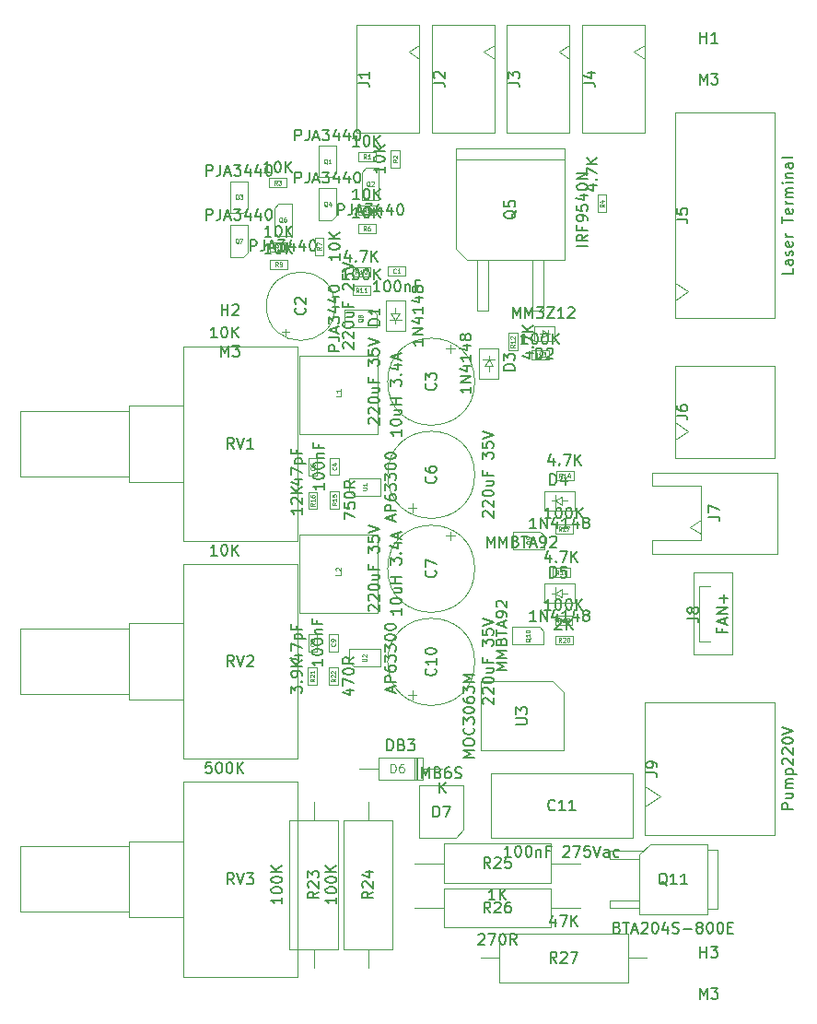
<source format=gbr>
%TF.GenerationSoftware,KiCad,Pcbnew,7.0.11-7.0.11~ubuntu22.04.1*%
%TF.CreationDate,2024-03-11T04:50:30+03:00*%
%TF.ProjectId,MSConn,4d53436f-6e6e-42e6-9b69-6361645f7063,rev?*%
%TF.SameCoordinates,PX5f5e100PY5f5e100*%
%TF.FileFunction,AssemblyDrawing,Top*%
%FSLAX46Y46*%
G04 Gerber Fmt 4.6, Leading zero omitted, Abs format (unit mm)*
G04 Created by KiCad (PCBNEW 7.0.11-7.0.11~ubuntu22.04.1) date 2024-03-11 04:50:30*
%MOMM*%
%LPD*%
G01*
G04 APERTURE LIST*
%ADD10C,0.150000*%
%ADD11C,0.060000*%
%ADD12C,0.075000*%
%ADD13C,0.120000*%
%ADD14C,0.100000*%
G04 APERTURE END LIST*
D10*
X17224819Y75209524D02*
X17224819Y74638096D01*
X17224819Y74923810D02*
X16224819Y74923810D01*
X16224819Y74923810D02*
X16367676Y74828572D01*
X16367676Y74828572D02*
X16462914Y74733334D01*
X16462914Y74733334D02*
X16510533Y74638096D01*
X16224819Y75828572D02*
X16224819Y75923810D01*
X16224819Y75923810D02*
X16272438Y76019048D01*
X16272438Y76019048D02*
X16320057Y76066667D01*
X16320057Y76066667D02*
X16415295Y76114286D01*
X16415295Y76114286D02*
X16605771Y76161905D01*
X16605771Y76161905D02*
X16843866Y76161905D01*
X16843866Y76161905D02*
X17034342Y76114286D01*
X17034342Y76114286D02*
X17129580Y76066667D01*
X17129580Y76066667D02*
X17177200Y76019048D01*
X17177200Y76019048D02*
X17224819Y75923810D01*
X17224819Y75923810D02*
X17224819Y75828572D01*
X17224819Y75828572D02*
X17177200Y75733334D01*
X17177200Y75733334D02*
X17129580Y75685715D01*
X17129580Y75685715D02*
X17034342Y75638096D01*
X17034342Y75638096D02*
X16843866Y75590477D01*
X16843866Y75590477D02*
X16605771Y75590477D01*
X16605771Y75590477D02*
X16415295Y75638096D01*
X16415295Y75638096D02*
X16320057Y75685715D01*
X16320057Y75685715D02*
X16272438Y75733334D01*
X16272438Y75733334D02*
X16224819Y75828572D01*
X17224819Y76590477D02*
X16224819Y76590477D01*
X17224819Y77161905D02*
X16653390Y76733334D01*
X16224819Y77161905D02*
X16796247Y76590477D01*
D11*
X18381927Y75833334D02*
X18191451Y75700001D01*
X18381927Y75604763D02*
X17981927Y75604763D01*
X17981927Y75604763D02*
X17981927Y75757144D01*
X17981927Y75757144D02*
X18000975Y75795239D01*
X18000975Y75795239D02*
X18020022Y75814286D01*
X18020022Y75814286D02*
X18058118Y75833334D01*
X18058118Y75833334D02*
X18115260Y75833334D01*
X18115260Y75833334D02*
X18153356Y75814286D01*
X18153356Y75814286D02*
X18172403Y75795239D01*
X18172403Y75795239D02*
X18191451Y75757144D01*
X18191451Y75757144D02*
X18191451Y75604763D01*
X18020022Y75985715D02*
X18000975Y76004763D01*
X18000975Y76004763D02*
X17981927Y76042858D01*
X17981927Y76042858D02*
X17981927Y76138096D01*
X17981927Y76138096D02*
X18000975Y76176191D01*
X18000975Y76176191D02*
X18020022Y76195239D01*
X18020022Y76195239D02*
X18058118Y76214286D01*
X18058118Y76214286D02*
X18096213Y76214286D01*
X18096213Y76214286D02*
X18153356Y76195239D01*
X18153356Y76195239D02*
X18381927Y75966667D01*
X18381927Y75966667D02*
X18381927Y76214286D01*
D10*
X13084819Y67184524D02*
X13084819Y66613096D01*
X13084819Y66898810D02*
X12084819Y66898810D01*
X12084819Y66898810D02*
X12227676Y66803572D01*
X12227676Y66803572D02*
X12322914Y66708334D01*
X12322914Y66708334D02*
X12370533Y66613096D01*
X12084819Y67803572D02*
X12084819Y67898810D01*
X12084819Y67898810D02*
X12132438Y67994048D01*
X12132438Y67994048D02*
X12180057Y68041667D01*
X12180057Y68041667D02*
X12275295Y68089286D01*
X12275295Y68089286D02*
X12465771Y68136905D01*
X12465771Y68136905D02*
X12703866Y68136905D01*
X12703866Y68136905D02*
X12894342Y68089286D01*
X12894342Y68089286D02*
X12989580Y68041667D01*
X12989580Y68041667D02*
X13037200Y67994048D01*
X13037200Y67994048D02*
X13084819Y67898810D01*
X13084819Y67898810D02*
X13084819Y67803572D01*
X13084819Y67803572D02*
X13037200Y67708334D01*
X13037200Y67708334D02*
X12989580Y67660715D01*
X12989580Y67660715D02*
X12894342Y67613096D01*
X12894342Y67613096D02*
X12703866Y67565477D01*
X12703866Y67565477D02*
X12465771Y67565477D01*
X12465771Y67565477D02*
X12275295Y67613096D01*
X12275295Y67613096D02*
X12180057Y67660715D01*
X12180057Y67660715D02*
X12132438Y67708334D01*
X12132438Y67708334D02*
X12084819Y67803572D01*
X13084819Y68565477D02*
X12084819Y68565477D01*
X13084819Y69136905D02*
X12513390Y68708334D01*
X12084819Y69136905D02*
X12656247Y68565477D01*
D11*
X11381927Y67808334D02*
X11191451Y67675001D01*
X11381927Y67579763D02*
X10981927Y67579763D01*
X10981927Y67579763D02*
X10981927Y67732144D01*
X10981927Y67732144D02*
X11000975Y67770239D01*
X11000975Y67770239D02*
X11020022Y67789286D01*
X11020022Y67789286D02*
X11058118Y67808334D01*
X11058118Y67808334D02*
X11115260Y67808334D01*
X11115260Y67808334D02*
X11153356Y67789286D01*
X11153356Y67789286D02*
X11172403Y67770239D01*
X11172403Y67770239D02*
X11191451Y67732144D01*
X11191451Y67732144D02*
X11191451Y67579763D01*
X10981927Y67941667D02*
X10981927Y68208334D01*
X10981927Y68208334D02*
X11381927Y68036905D01*
D10*
X1809523Y59476532D02*
X1238095Y59476532D01*
X1523809Y59476532D02*
X1523809Y60476532D01*
X1523809Y60476532D02*
X1428571Y60333675D01*
X1428571Y60333675D02*
X1333333Y60238437D01*
X1333333Y60238437D02*
X1238095Y60190818D01*
X2428571Y60476532D02*
X2523809Y60476532D01*
X2523809Y60476532D02*
X2619047Y60428913D01*
X2619047Y60428913D02*
X2666666Y60381294D01*
X2666666Y60381294D02*
X2714285Y60286056D01*
X2714285Y60286056D02*
X2761904Y60095580D01*
X2761904Y60095580D02*
X2761904Y59857485D01*
X2761904Y59857485D02*
X2714285Y59667009D01*
X2714285Y59667009D02*
X2666666Y59571771D01*
X2666666Y59571771D02*
X2619047Y59524151D01*
X2619047Y59524151D02*
X2523809Y59476532D01*
X2523809Y59476532D02*
X2428571Y59476532D01*
X2428571Y59476532D02*
X2333333Y59524151D01*
X2333333Y59524151D02*
X2285714Y59571771D01*
X2285714Y59571771D02*
X2238095Y59667009D01*
X2238095Y59667009D02*
X2190476Y59857485D01*
X2190476Y59857485D02*
X2190476Y60095580D01*
X2190476Y60095580D02*
X2238095Y60286056D01*
X2238095Y60286056D02*
X2285714Y60381294D01*
X2285714Y60381294D02*
X2333333Y60428913D01*
X2333333Y60428913D02*
X2428571Y60476532D01*
X3190476Y59476532D02*
X3190476Y60476532D01*
X3761904Y59476532D02*
X3333333Y60047961D01*
X3761904Y60476532D02*
X3190476Y59905104D01*
X3354761Y49276532D02*
X3021428Y49752723D01*
X2783333Y49276532D02*
X2783333Y50276532D01*
X2783333Y50276532D02*
X3164285Y50276532D01*
X3164285Y50276532D02*
X3259523Y50228913D01*
X3259523Y50228913D02*
X3307142Y50181294D01*
X3307142Y50181294D02*
X3354761Y50086056D01*
X3354761Y50086056D02*
X3354761Y49943199D01*
X3354761Y49943199D02*
X3307142Y49847961D01*
X3307142Y49847961D02*
X3259523Y49800342D01*
X3259523Y49800342D02*
X3164285Y49752723D01*
X3164285Y49752723D02*
X2783333Y49752723D01*
X3640476Y50276532D02*
X3973809Y49276532D01*
X3973809Y49276532D02*
X4307142Y50276532D01*
X5164285Y49276532D02*
X4592857Y49276532D01*
X4878571Y49276532D02*
X4878571Y50276532D01*
X4878571Y50276532D02*
X4783333Y50133675D01*
X4783333Y50133675D02*
X4688095Y50038437D01*
X4688095Y50038437D02*
X4592857Y49990818D01*
X46190476Y82745181D02*
X46190476Y83745181D01*
X46190476Y83745181D02*
X46523809Y83030896D01*
X46523809Y83030896D02*
X46857142Y83745181D01*
X46857142Y83745181D02*
X46857142Y82745181D01*
X47238095Y83745181D02*
X47857142Y83745181D01*
X47857142Y83745181D02*
X47523809Y83364229D01*
X47523809Y83364229D02*
X47666666Y83364229D01*
X47666666Y83364229D02*
X47761904Y83316610D01*
X47761904Y83316610D02*
X47809523Y83268991D01*
X47809523Y83268991D02*
X47857142Y83173753D01*
X47857142Y83173753D02*
X47857142Y82935658D01*
X47857142Y82935658D02*
X47809523Y82840420D01*
X47809523Y82840420D02*
X47761904Y82792800D01*
X47761904Y82792800D02*
X47666666Y82745181D01*
X47666666Y82745181D02*
X47380952Y82745181D01*
X47380952Y82745181D02*
X47285714Y82792800D01*
X47285714Y82792800D02*
X47238095Y82840420D01*
X46238095Y86545181D02*
X46238095Y87545181D01*
X46238095Y87068991D02*
X46809523Y87068991D01*
X46809523Y86545181D02*
X46809523Y87545181D01*
X47809523Y86545181D02*
X47238095Y86545181D01*
X47523809Y86545181D02*
X47523809Y87545181D01*
X47523809Y87545181D02*
X47428571Y87402324D01*
X47428571Y87402324D02*
X47333333Y87307086D01*
X47333333Y87307086D02*
X47238095Y87259467D01*
X12923809Y70745181D02*
X12923809Y71745181D01*
X12923809Y71745181D02*
X13304761Y71745181D01*
X13304761Y71745181D02*
X13399999Y71697562D01*
X13399999Y71697562D02*
X13447618Y71649943D01*
X13447618Y71649943D02*
X13495237Y71554705D01*
X13495237Y71554705D02*
X13495237Y71411848D01*
X13495237Y71411848D02*
X13447618Y71316610D01*
X13447618Y71316610D02*
X13399999Y71268991D01*
X13399999Y71268991D02*
X13304761Y71221372D01*
X13304761Y71221372D02*
X12923809Y71221372D01*
X14209523Y71745181D02*
X14209523Y71030896D01*
X14209523Y71030896D02*
X14161904Y70888039D01*
X14161904Y70888039D02*
X14066666Y70792800D01*
X14066666Y70792800D02*
X13923809Y70745181D01*
X13923809Y70745181D02*
X13828571Y70745181D01*
X14638095Y71030896D02*
X15114285Y71030896D01*
X14542857Y70745181D02*
X14876190Y71745181D01*
X14876190Y71745181D02*
X15209523Y70745181D01*
X15447619Y71745181D02*
X16066666Y71745181D01*
X16066666Y71745181D02*
X15733333Y71364229D01*
X15733333Y71364229D02*
X15876190Y71364229D01*
X15876190Y71364229D02*
X15971428Y71316610D01*
X15971428Y71316610D02*
X16019047Y71268991D01*
X16019047Y71268991D02*
X16066666Y71173753D01*
X16066666Y71173753D02*
X16066666Y70935658D01*
X16066666Y70935658D02*
X16019047Y70840420D01*
X16019047Y70840420D02*
X15971428Y70792800D01*
X15971428Y70792800D02*
X15876190Y70745181D01*
X15876190Y70745181D02*
X15590476Y70745181D01*
X15590476Y70745181D02*
X15495238Y70792800D01*
X15495238Y70792800D02*
X15447619Y70840420D01*
X16923809Y71411848D02*
X16923809Y70745181D01*
X16685714Y71792800D02*
X16447619Y71078515D01*
X16447619Y71078515D02*
X17066666Y71078515D01*
X17876190Y71411848D02*
X17876190Y70745181D01*
X17638095Y71792800D02*
X17400000Y71078515D01*
X17400000Y71078515D02*
X18019047Y71078515D01*
X18590476Y71745181D02*
X18685714Y71745181D01*
X18685714Y71745181D02*
X18780952Y71697562D01*
X18780952Y71697562D02*
X18828571Y71649943D01*
X18828571Y71649943D02*
X18876190Y71554705D01*
X18876190Y71554705D02*
X18923809Y71364229D01*
X18923809Y71364229D02*
X18923809Y71126134D01*
X18923809Y71126134D02*
X18876190Y70935658D01*
X18876190Y70935658D02*
X18828571Y70840420D01*
X18828571Y70840420D02*
X18780952Y70792800D01*
X18780952Y70792800D02*
X18685714Y70745181D01*
X18685714Y70745181D02*
X18590476Y70745181D01*
X18590476Y70745181D02*
X18495238Y70792800D01*
X18495238Y70792800D02*
X18447619Y70840420D01*
X18447619Y70840420D02*
X18400000Y70935658D01*
X18400000Y70935658D02*
X18352381Y71126134D01*
X18352381Y71126134D02*
X18352381Y71364229D01*
X18352381Y71364229D02*
X18400000Y71554705D01*
X18400000Y71554705D02*
X18447619Y71649943D01*
X18447619Y71649943D02*
X18495238Y71697562D01*
X18495238Y71697562D02*
X18590476Y71745181D01*
D11*
X15861904Y73379978D02*
X15823809Y73399025D01*
X15823809Y73399025D02*
X15785714Y73437120D01*
X15785714Y73437120D02*
X15728571Y73494263D01*
X15728571Y73494263D02*
X15690476Y73513311D01*
X15690476Y73513311D02*
X15652380Y73513311D01*
X15671428Y73418073D02*
X15633333Y73437120D01*
X15633333Y73437120D02*
X15595238Y73475216D01*
X15595238Y73475216D02*
X15576190Y73551406D01*
X15576190Y73551406D02*
X15576190Y73684740D01*
X15576190Y73684740D02*
X15595238Y73760930D01*
X15595238Y73760930D02*
X15633333Y73799025D01*
X15633333Y73799025D02*
X15671428Y73818073D01*
X15671428Y73818073D02*
X15747619Y73818073D01*
X15747619Y73818073D02*
X15785714Y73799025D01*
X15785714Y73799025D02*
X15823809Y73760930D01*
X15823809Y73760930D02*
X15842857Y73684740D01*
X15842857Y73684740D02*
X15842857Y73551406D01*
X15842857Y73551406D02*
X15823809Y73475216D01*
X15823809Y73475216D02*
X15785714Y73437120D01*
X15785714Y73437120D02*
X15747619Y73418073D01*
X15747619Y73418073D02*
X15671428Y73418073D01*
X15995238Y73779978D02*
X16014286Y73799025D01*
X16014286Y73799025D02*
X16052381Y73818073D01*
X16052381Y73818073D02*
X16147619Y73818073D01*
X16147619Y73818073D02*
X16185714Y73799025D01*
X16185714Y73799025D02*
X16204762Y73779978D01*
X16204762Y73779978D02*
X16223809Y73741882D01*
X16223809Y73741882D02*
X16223809Y73703787D01*
X16223809Y73703787D02*
X16204762Y73646644D01*
X16204762Y73646644D02*
X15976190Y73418073D01*
X15976190Y73418073D02*
X16223809Y73418073D01*
D10*
X28990476Y61276531D02*
X28990476Y62276531D01*
X28990476Y62276531D02*
X29323809Y61562246D01*
X29323809Y61562246D02*
X29657142Y62276531D01*
X29657142Y62276531D02*
X29657142Y61276531D01*
X30133333Y61276531D02*
X30133333Y62276531D01*
X30133333Y62276531D02*
X30466666Y61562246D01*
X30466666Y61562246D02*
X30799999Y62276531D01*
X30799999Y62276531D02*
X30799999Y61276531D01*
X31180952Y62276531D02*
X31799999Y62276531D01*
X31799999Y62276531D02*
X31466666Y61895579D01*
X31466666Y61895579D02*
X31609523Y61895579D01*
X31609523Y61895579D02*
X31704761Y61847960D01*
X31704761Y61847960D02*
X31752380Y61800341D01*
X31752380Y61800341D02*
X31799999Y61705103D01*
X31799999Y61705103D02*
X31799999Y61467008D01*
X31799999Y61467008D02*
X31752380Y61371770D01*
X31752380Y61371770D02*
X31704761Y61324150D01*
X31704761Y61324150D02*
X31609523Y61276531D01*
X31609523Y61276531D02*
X31323809Y61276531D01*
X31323809Y61276531D02*
X31228571Y61324150D01*
X31228571Y61324150D02*
X31180952Y61371770D01*
X32133333Y62276531D02*
X32799999Y62276531D01*
X32799999Y62276531D02*
X32133333Y61276531D01*
X32133333Y61276531D02*
X32799999Y61276531D01*
X33704761Y61276531D02*
X33133333Y61276531D01*
X33419047Y61276531D02*
X33419047Y62276531D01*
X33419047Y62276531D02*
X33323809Y62133674D01*
X33323809Y62133674D02*
X33228571Y62038436D01*
X33228571Y62038436D02*
X33133333Y61990817D01*
X34085714Y62181293D02*
X34133333Y62228912D01*
X34133333Y62228912D02*
X34228571Y62276531D01*
X34228571Y62276531D02*
X34466666Y62276531D01*
X34466666Y62276531D02*
X34561904Y62228912D01*
X34561904Y62228912D02*
X34609523Y62181293D01*
X34609523Y62181293D02*
X34657142Y62086055D01*
X34657142Y62086055D02*
X34657142Y61990817D01*
X34657142Y61990817D02*
X34609523Y61847960D01*
X34609523Y61847960D02*
X34038095Y61276531D01*
X34038095Y61276531D02*
X34657142Y61276531D01*
X31161905Y57526531D02*
X31161905Y58526531D01*
X31161905Y58526531D02*
X31400000Y58526531D01*
X31400000Y58526531D02*
X31542857Y58478912D01*
X31542857Y58478912D02*
X31638095Y58383674D01*
X31638095Y58383674D02*
X31685714Y58288436D01*
X31685714Y58288436D02*
X31733333Y58097960D01*
X31733333Y58097960D02*
X31733333Y57955103D01*
X31733333Y57955103D02*
X31685714Y57764627D01*
X31685714Y57764627D02*
X31638095Y57669389D01*
X31638095Y57669389D02*
X31542857Y57574150D01*
X31542857Y57574150D02*
X31400000Y57526531D01*
X31400000Y57526531D02*
X31161905Y57526531D01*
X32114286Y58431293D02*
X32161905Y58478912D01*
X32161905Y58478912D02*
X32257143Y58526531D01*
X32257143Y58526531D02*
X32495238Y58526531D01*
X32495238Y58526531D02*
X32590476Y58478912D01*
X32590476Y58478912D02*
X32638095Y58431293D01*
X32638095Y58431293D02*
X32685714Y58336055D01*
X32685714Y58336055D02*
X32685714Y58240817D01*
X32685714Y58240817D02*
X32638095Y58097960D01*
X32638095Y58097960D02*
X32066667Y57526531D01*
X32066667Y57526531D02*
X32685714Y57526531D01*
X6784523Y68775181D02*
X6213095Y68775181D01*
X6498809Y68775181D02*
X6498809Y69775181D01*
X6498809Y69775181D02*
X6403571Y69632324D01*
X6403571Y69632324D02*
X6308333Y69537086D01*
X6308333Y69537086D02*
X6213095Y69489467D01*
X7403571Y69775181D02*
X7498809Y69775181D01*
X7498809Y69775181D02*
X7594047Y69727562D01*
X7594047Y69727562D02*
X7641666Y69679943D01*
X7641666Y69679943D02*
X7689285Y69584705D01*
X7689285Y69584705D02*
X7736904Y69394229D01*
X7736904Y69394229D02*
X7736904Y69156134D01*
X7736904Y69156134D02*
X7689285Y68965658D01*
X7689285Y68965658D02*
X7641666Y68870420D01*
X7641666Y68870420D02*
X7594047Y68822800D01*
X7594047Y68822800D02*
X7498809Y68775181D01*
X7498809Y68775181D02*
X7403571Y68775181D01*
X7403571Y68775181D02*
X7308333Y68822800D01*
X7308333Y68822800D02*
X7260714Y68870420D01*
X7260714Y68870420D02*
X7213095Y68965658D01*
X7213095Y68965658D02*
X7165476Y69156134D01*
X7165476Y69156134D02*
X7165476Y69394229D01*
X7165476Y69394229D02*
X7213095Y69584705D01*
X7213095Y69584705D02*
X7260714Y69679943D01*
X7260714Y69679943D02*
X7308333Y69727562D01*
X7308333Y69727562D02*
X7403571Y69775181D01*
X8165476Y68775181D02*
X8165476Y69775181D01*
X8736904Y68775181D02*
X8308333Y69346610D01*
X8736904Y69775181D02*
X8165476Y69203753D01*
D11*
X7408333Y67618073D02*
X7275000Y67808549D01*
X7179762Y67618073D02*
X7179762Y68018073D01*
X7179762Y68018073D02*
X7332143Y68018073D01*
X7332143Y68018073D02*
X7370238Y67999025D01*
X7370238Y67999025D02*
X7389285Y67979978D01*
X7389285Y67979978D02*
X7408333Y67941882D01*
X7408333Y67941882D02*
X7408333Y67884740D01*
X7408333Y67884740D02*
X7389285Y67846644D01*
X7389285Y67846644D02*
X7370238Y67827597D01*
X7370238Y67827597D02*
X7332143Y67808549D01*
X7332143Y67808549D02*
X7179762Y67808549D01*
X7636904Y67846644D02*
X7598809Y67865692D01*
X7598809Y67865692D02*
X7579762Y67884740D01*
X7579762Y67884740D02*
X7560714Y67922835D01*
X7560714Y67922835D02*
X7560714Y67941882D01*
X7560714Y67941882D02*
X7579762Y67979978D01*
X7579762Y67979978D02*
X7598809Y67999025D01*
X7598809Y67999025D02*
X7636904Y68018073D01*
X7636904Y68018073D02*
X7713095Y68018073D01*
X7713095Y68018073D02*
X7751190Y67999025D01*
X7751190Y67999025D02*
X7770238Y67979978D01*
X7770238Y67979978D02*
X7789285Y67941882D01*
X7789285Y67941882D02*
X7789285Y67922835D01*
X7789285Y67922835D02*
X7770238Y67884740D01*
X7770238Y67884740D02*
X7751190Y67865692D01*
X7751190Y67865692D02*
X7713095Y67846644D01*
X7713095Y67846644D02*
X7636904Y67846644D01*
X7636904Y67846644D02*
X7598809Y67827597D01*
X7598809Y67827597D02*
X7579762Y67808549D01*
X7579762Y67808549D02*
X7560714Y67770454D01*
X7560714Y67770454D02*
X7560714Y67694263D01*
X7560714Y67694263D02*
X7579762Y67656168D01*
X7579762Y67656168D02*
X7598809Y67637120D01*
X7598809Y67637120D02*
X7636904Y67618073D01*
X7636904Y67618073D02*
X7713095Y67618073D01*
X7713095Y67618073D02*
X7751190Y67637120D01*
X7751190Y67637120D02*
X7770238Y67656168D01*
X7770238Y67656168D02*
X7789285Y67694263D01*
X7789285Y67694263D02*
X7789285Y67770454D01*
X7789285Y67770454D02*
X7770238Y67808549D01*
X7770238Y67808549D02*
X7751190Y67827597D01*
X7751190Y67827597D02*
X7713095Y67846644D01*
D10*
X32508333Y34475181D02*
X31936905Y34475181D01*
X32222619Y34475181D02*
X32222619Y35475181D01*
X32222619Y35475181D02*
X32127381Y35332324D01*
X32127381Y35332324D02*
X32032143Y35237086D01*
X32032143Y35237086D02*
X31936905Y35189467D01*
X33127381Y35475181D02*
X33222619Y35475181D01*
X33222619Y35475181D02*
X33317857Y35427562D01*
X33317857Y35427562D02*
X33365476Y35379943D01*
X33365476Y35379943D02*
X33413095Y35284705D01*
X33413095Y35284705D02*
X33460714Y35094229D01*
X33460714Y35094229D02*
X33460714Y34856134D01*
X33460714Y34856134D02*
X33413095Y34665658D01*
X33413095Y34665658D02*
X33365476Y34570420D01*
X33365476Y34570420D02*
X33317857Y34522800D01*
X33317857Y34522800D02*
X33222619Y34475181D01*
X33222619Y34475181D02*
X33127381Y34475181D01*
X33127381Y34475181D02*
X33032143Y34522800D01*
X33032143Y34522800D02*
X32984524Y34570420D01*
X32984524Y34570420D02*
X32936905Y34665658D01*
X32936905Y34665658D02*
X32889286Y34856134D01*
X32889286Y34856134D02*
X32889286Y35094229D01*
X32889286Y35094229D02*
X32936905Y35284705D01*
X32936905Y35284705D02*
X32984524Y35379943D01*
X32984524Y35379943D02*
X33032143Y35427562D01*
X33032143Y35427562D02*
X33127381Y35475181D01*
X34079762Y35475181D02*
X34175000Y35475181D01*
X34175000Y35475181D02*
X34270238Y35427562D01*
X34270238Y35427562D02*
X34317857Y35379943D01*
X34317857Y35379943D02*
X34365476Y35284705D01*
X34365476Y35284705D02*
X34413095Y35094229D01*
X34413095Y35094229D02*
X34413095Y34856134D01*
X34413095Y34856134D02*
X34365476Y34665658D01*
X34365476Y34665658D02*
X34317857Y34570420D01*
X34317857Y34570420D02*
X34270238Y34522800D01*
X34270238Y34522800D02*
X34175000Y34475181D01*
X34175000Y34475181D02*
X34079762Y34475181D01*
X34079762Y34475181D02*
X33984524Y34522800D01*
X33984524Y34522800D02*
X33936905Y34570420D01*
X33936905Y34570420D02*
X33889286Y34665658D01*
X33889286Y34665658D02*
X33841667Y34856134D01*
X33841667Y34856134D02*
X33841667Y35094229D01*
X33841667Y35094229D02*
X33889286Y35284705D01*
X33889286Y35284705D02*
X33936905Y35379943D01*
X33936905Y35379943D02*
X33984524Y35427562D01*
X33984524Y35427562D02*
X34079762Y35475181D01*
X34841667Y34475181D02*
X34841667Y35475181D01*
X35413095Y34475181D02*
X34984524Y35046610D01*
X35413095Y35475181D02*
X34841667Y34903753D01*
D11*
X33417857Y33318073D02*
X33284524Y33508549D01*
X33189286Y33318073D02*
X33189286Y33718073D01*
X33189286Y33718073D02*
X33341667Y33718073D01*
X33341667Y33718073D02*
X33379762Y33699025D01*
X33379762Y33699025D02*
X33398809Y33679978D01*
X33398809Y33679978D02*
X33417857Y33641882D01*
X33417857Y33641882D02*
X33417857Y33584740D01*
X33417857Y33584740D02*
X33398809Y33546644D01*
X33398809Y33546644D02*
X33379762Y33527597D01*
X33379762Y33527597D02*
X33341667Y33508549D01*
X33341667Y33508549D02*
X33189286Y33508549D01*
X33798809Y33318073D02*
X33570238Y33318073D01*
X33684524Y33318073D02*
X33684524Y33718073D01*
X33684524Y33718073D02*
X33646428Y33660930D01*
X33646428Y33660930D02*
X33608333Y33622835D01*
X33608333Y33622835D02*
X33570238Y33603787D01*
X33989285Y33318073D02*
X34065476Y33318073D01*
X34065476Y33318073D02*
X34103571Y33337120D01*
X34103571Y33337120D02*
X34122619Y33356168D01*
X34122619Y33356168D02*
X34160714Y33413311D01*
X34160714Y33413311D02*
X34179761Y33489501D01*
X34179761Y33489501D02*
X34179761Y33641882D01*
X34179761Y33641882D02*
X34160714Y33679978D01*
X34160714Y33679978D02*
X34141666Y33699025D01*
X34141666Y33699025D02*
X34103571Y33718073D01*
X34103571Y33718073D02*
X34027380Y33718073D01*
X34027380Y33718073D02*
X33989285Y33699025D01*
X33989285Y33699025D02*
X33970238Y33679978D01*
X33970238Y33679978D02*
X33951190Y33641882D01*
X33951190Y33641882D02*
X33951190Y33546644D01*
X33951190Y33546644D02*
X33970238Y33508549D01*
X33970238Y33508549D02*
X33989285Y33489501D01*
X33989285Y33489501D02*
X34027380Y33470454D01*
X34027380Y33470454D02*
X34103571Y33470454D01*
X34103571Y33470454D02*
X34141666Y33489501D01*
X34141666Y33489501D02*
X34160714Y33508549D01*
X34160714Y33508549D02*
X34179761Y33546644D01*
D10*
X13054819Y58261310D02*
X12054819Y58261310D01*
X12054819Y58261310D02*
X12054819Y58642262D01*
X12054819Y58642262D02*
X12102438Y58737500D01*
X12102438Y58737500D02*
X12150057Y58785119D01*
X12150057Y58785119D02*
X12245295Y58832738D01*
X12245295Y58832738D02*
X12388152Y58832738D01*
X12388152Y58832738D02*
X12483390Y58785119D01*
X12483390Y58785119D02*
X12531009Y58737500D01*
X12531009Y58737500D02*
X12578628Y58642262D01*
X12578628Y58642262D02*
X12578628Y58261310D01*
X12054819Y59547024D02*
X12769104Y59547024D01*
X12769104Y59547024D02*
X12911961Y59499405D01*
X12911961Y59499405D02*
X13007200Y59404167D01*
X13007200Y59404167D02*
X13054819Y59261310D01*
X13054819Y59261310D02*
X13054819Y59166072D01*
X12769104Y59975596D02*
X12769104Y60451786D01*
X13054819Y59880358D02*
X12054819Y60213691D01*
X12054819Y60213691D02*
X13054819Y60547024D01*
X12054819Y60785120D02*
X12054819Y61404167D01*
X12054819Y61404167D02*
X12435771Y61070834D01*
X12435771Y61070834D02*
X12435771Y61213691D01*
X12435771Y61213691D02*
X12483390Y61308929D01*
X12483390Y61308929D02*
X12531009Y61356548D01*
X12531009Y61356548D02*
X12626247Y61404167D01*
X12626247Y61404167D02*
X12864342Y61404167D01*
X12864342Y61404167D02*
X12959580Y61356548D01*
X12959580Y61356548D02*
X13007200Y61308929D01*
X13007200Y61308929D02*
X13054819Y61213691D01*
X13054819Y61213691D02*
X13054819Y60927977D01*
X13054819Y60927977D02*
X13007200Y60832739D01*
X13007200Y60832739D02*
X12959580Y60785120D01*
X12388152Y62261310D02*
X13054819Y62261310D01*
X12007200Y62023215D02*
X12721485Y61785120D01*
X12721485Y61785120D02*
X12721485Y62404167D01*
X12388152Y63213691D02*
X13054819Y63213691D01*
X12007200Y62975596D02*
X12721485Y62737501D01*
X12721485Y62737501D02*
X12721485Y63356548D01*
X12054819Y63927977D02*
X12054819Y64023215D01*
X12054819Y64023215D02*
X12102438Y64118453D01*
X12102438Y64118453D02*
X12150057Y64166072D01*
X12150057Y64166072D02*
X12245295Y64213691D01*
X12245295Y64213691D02*
X12435771Y64261310D01*
X12435771Y64261310D02*
X12673866Y64261310D01*
X12673866Y64261310D02*
X12864342Y64213691D01*
X12864342Y64213691D02*
X12959580Y64166072D01*
X12959580Y64166072D02*
X13007200Y64118453D01*
X13007200Y64118453D02*
X13054819Y64023215D01*
X13054819Y64023215D02*
X13054819Y63927977D01*
X13054819Y63927977D02*
X13007200Y63832739D01*
X13007200Y63832739D02*
X12959580Y63785120D01*
X12959580Y63785120D02*
X12864342Y63737501D01*
X12864342Y63737501D02*
X12673866Y63689882D01*
X12673866Y63689882D02*
X12435771Y63689882D01*
X12435771Y63689882D02*
X12245295Y63737501D01*
X12245295Y63737501D02*
X12150057Y63785120D01*
X12150057Y63785120D02*
X12102438Y63832739D01*
X12102438Y63832739D02*
X12054819Y63927977D01*
D11*
X15220022Y61199405D02*
X15200975Y61161310D01*
X15200975Y61161310D02*
X15162880Y61123215D01*
X15162880Y61123215D02*
X15105737Y61066072D01*
X15105737Y61066072D02*
X15086689Y61027977D01*
X15086689Y61027977D02*
X15086689Y60989881D01*
X15181927Y61008929D02*
X15162880Y60970834D01*
X15162880Y60970834D02*
X15124784Y60932739D01*
X15124784Y60932739D02*
X15048594Y60913691D01*
X15048594Y60913691D02*
X14915260Y60913691D01*
X14915260Y60913691D02*
X14839070Y60932739D01*
X14839070Y60932739D02*
X14800975Y60970834D01*
X14800975Y60970834D02*
X14781927Y61008929D01*
X14781927Y61008929D02*
X14781927Y61085120D01*
X14781927Y61085120D02*
X14800975Y61123215D01*
X14800975Y61123215D02*
X14839070Y61161310D01*
X14839070Y61161310D02*
X14915260Y61180358D01*
X14915260Y61180358D02*
X15048594Y61180358D01*
X15048594Y61180358D02*
X15124784Y61161310D01*
X15124784Y61161310D02*
X15162880Y61123215D01*
X15162880Y61123215D02*
X15181927Y61085120D01*
X15181927Y61085120D02*
X15181927Y61008929D01*
X14953356Y61408929D02*
X14934308Y61370834D01*
X14934308Y61370834D02*
X14915260Y61351787D01*
X14915260Y61351787D02*
X14877165Y61332739D01*
X14877165Y61332739D02*
X14858118Y61332739D01*
X14858118Y61332739D02*
X14820022Y61351787D01*
X14820022Y61351787D02*
X14800975Y61370834D01*
X14800975Y61370834D02*
X14781927Y61408929D01*
X14781927Y61408929D02*
X14781927Y61485120D01*
X14781927Y61485120D02*
X14800975Y61523215D01*
X14800975Y61523215D02*
X14820022Y61542263D01*
X14820022Y61542263D02*
X14858118Y61561310D01*
X14858118Y61561310D02*
X14877165Y61561310D01*
X14877165Y61561310D02*
X14915260Y61542263D01*
X14915260Y61542263D02*
X14934308Y61523215D01*
X14934308Y61523215D02*
X14953356Y61485120D01*
X14953356Y61485120D02*
X14953356Y61408929D01*
X14953356Y61408929D02*
X14972403Y61370834D01*
X14972403Y61370834D02*
X14991451Y61351787D01*
X14991451Y61351787D02*
X15029546Y61332739D01*
X15029546Y61332739D02*
X15105737Y61332739D01*
X15105737Y61332739D02*
X15143832Y61351787D01*
X15143832Y61351787D02*
X15162880Y61370834D01*
X15162880Y61370834D02*
X15181927Y61408929D01*
X15181927Y61408929D02*
X15181927Y61485120D01*
X15181927Y61485120D02*
X15162880Y61523215D01*
X15162880Y61523215D02*
X15143832Y61542263D01*
X15143832Y61542263D02*
X15105737Y61561310D01*
X15105737Y61561310D02*
X15029546Y61561310D01*
X15029546Y61561310D02*
X14991451Y61542263D01*
X14991451Y61542263D02*
X14972403Y61523215D01*
X14972403Y61523215D02*
X14953356Y61485120D01*
D10*
X26300057Y25816397D02*
X26252438Y25864016D01*
X26252438Y25864016D02*
X26204819Y25959254D01*
X26204819Y25959254D02*
X26204819Y26197349D01*
X26204819Y26197349D02*
X26252438Y26292587D01*
X26252438Y26292587D02*
X26300057Y26340206D01*
X26300057Y26340206D02*
X26395295Y26387825D01*
X26395295Y26387825D02*
X26490533Y26387825D01*
X26490533Y26387825D02*
X26633390Y26340206D01*
X26633390Y26340206D02*
X27204819Y25768778D01*
X27204819Y25768778D02*
X27204819Y26387825D01*
X26300057Y26768778D02*
X26252438Y26816397D01*
X26252438Y26816397D02*
X26204819Y26911635D01*
X26204819Y26911635D02*
X26204819Y27149730D01*
X26204819Y27149730D02*
X26252438Y27244968D01*
X26252438Y27244968D02*
X26300057Y27292587D01*
X26300057Y27292587D02*
X26395295Y27340206D01*
X26395295Y27340206D02*
X26490533Y27340206D01*
X26490533Y27340206D02*
X26633390Y27292587D01*
X26633390Y27292587D02*
X27204819Y26721159D01*
X27204819Y26721159D02*
X27204819Y27340206D01*
X26204819Y27959254D02*
X26204819Y28054492D01*
X26204819Y28054492D02*
X26252438Y28149730D01*
X26252438Y28149730D02*
X26300057Y28197349D01*
X26300057Y28197349D02*
X26395295Y28244968D01*
X26395295Y28244968D02*
X26585771Y28292587D01*
X26585771Y28292587D02*
X26823866Y28292587D01*
X26823866Y28292587D02*
X27014342Y28244968D01*
X27014342Y28244968D02*
X27109580Y28197349D01*
X27109580Y28197349D02*
X27157200Y28149730D01*
X27157200Y28149730D02*
X27204819Y28054492D01*
X27204819Y28054492D02*
X27204819Y27959254D01*
X27204819Y27959254D02*
X27157200Y27864016D01*
X27157200Y27864016D02*
X27109580Y27816397D01*
X27109580Y27816397D02*
X27014342Y27768778D01*
X27014342Y27768778D02*
X26823866Y27721159D01*
X26823866Y27721159D02*
X26585771Y27721159D01*
X26585771Y27721159D02*
X26395295Y27768778D01*
X26395295Y27768778D02*
X26300057Y27816397D01*
X26300057Y27816397D02*
X26252438Y27864016D01*
X26252438Y27864016D02*
X26204819Y27959254D01*
X26538152Y29149730D02*
X27204819Y29149730D01*
X26538152Y28721159D02*
X27061961Y28721159D01*
X27061961Y28721159D02*
X27157200Y28768778D01*
X27157200Y28768778D02*
X27204819Y28864016D01*
X27204819Y28864016D02*
X27204819Y29006873D01*
X27204819Y29006873D02*
X27157200Y29102111D01*
X27157200Y29102111D02*
X27109580Y29149730D01*
X26681009Y29959254D02*
X26681009Y29625921D01*
X27204819Y29625921D02*
X26204819Y29625921D01*
X26204819Y29625921D02*
X26204819Y30102111D01*
X26204819Y31149731D02*
X26204819Y31768778D01*
X26204819Y31768778D02*
X26585771Y31435445D01*
X26585771Y31435445D02*
X26585771Y31578302D01*
X26585771Y31578302D02*
X26633390Y31673540D01*
X26633390Y31673540D02*
X26681009Y31721159D01*
X26681009Y31721159D02*
X26776247Y31768778D01*
X26776247Y31768778D02*
X27014342Y31768778D01*
X27014342Y31768778D02*
X27109580Y31721159D01*
X27109580Y31721159D02*
X27157200Y31673540D01*
X27157200Y31673540D02*
X27204819Y31578302D01*
X27204819Y31578302D02*
X27204819Y31292588D01*
X27204819Y31292588D02*
X27157200Y31197350D01*
X27157200Y31197350D02*
X27109580Y31149731D01*
X26204819Y32673540D02*
X26204819Y32197350D01*
X26204819Y32197350D02*
X26681009Y32149731D01*
X26681009Y32149731D02*
X26633390Y32197350D01*
X26633390Y32197350D02*
X26585771Y32292588D01*
X26585771Y32292588D02*
X26585771Y32530683D01*
X26585771Y32530683D02*
X26633390Y32625921D01*
X26633390Y32625921D02*
X26681009Y32673540D01*
X26681009Y32673540D02*
X26776247Y32721159D01*
X26776247Y32721159D02*
X27014342Y32721159D01*
X27014342Y32721159D02*
X27109580Y32673540D01*
X27109580Y32673540D02*
X27157200Y32625921D01*
X27157200Y32625921D02*
X27204819Y32530683D01*
X27204819Y32530683D02*
X27204819Y32292588D01*
X27204819Y32292588D02*
X27157200Y32197350D01*
X27157200Y32197350D02*
X27109580Y32149731D01*
X26204819Y33006874D02*
X27204819Y33340207D01*
X27204819Y33340207D02*
X26204819Y33673540D01*
X21859580Y29054492D02*
X21907200Y29006873D01*
X21907200Y29006873D02*
X21954819Y28864016D01*
X21954819Y28864016D02*
X21954819Y28768778D01*
X21954819Y28768778D02*
X21907200Y28625921D01*
X21907200Y28625921D02*
X21811961Y28530683D01*
X21811961Y28530683D02*
X21716723Y28483064D01*
X21716723Y28483064D02*
X21526247Y28435445D01*
X21526247Y28435445D02*
X21383390Y28435445D01*
X21383390Y28435445D02*
X21192914Y28483064D01*
X21192914Y28483064D02*
X21097676Y28530683D01*
X21097676Y28530683D02*
X21002438Y28625921D01*
X21002438Y28625921D02*
X20954819Y28768778D01*
X20954819Y28768778D02*
X20954819Y28864016D01*
X20954819Y28864016D02*
X21002438Y29006873D01*
X21002438Y29006873D02*
X21050057Y29054492D01*
X21954819Y30006873D02*
X21954819Y29435445D01*
X21954819Y29721159D02*
X20954819Y29721159D01*
X20954819Y29721159D02*
X21097676Y29625921D01*
X21097676Y29625921D02*
X21192914Y29530683D01*
X21192914Y29530683D02*
X21240533Y29435445D01*
X20954819Y30625921D02*
X20954819Y30721159D01*
X20954819Y30721159D02*
X21002438Y30816397D01*
X21002438Y30816397D02*
X21050057Y30864016D01*
X21050057Y30864016D02*
X21145295Y30911635D01*
X21145295Y30911635D02*
X21335771Y30959254D01*
X21335771Y30959254D02*
X21573866Y30959254D01*
X21573866Y30959254D02*
X21764342Y30911635D01*
X21764342Y30911635D02*
X21859580Y30864016D01*
X21859580Y30864016D02*
X21907200Y30816397D01*
X21907200Y30816397D02*
X21954819Y30721159D01*
X21954819Y30721159D02*
X21954819Y30625921D01*
X21954819Y30625921D02*
X21907200Y30530683D01*
X21907200Y30530683D02*
X21859580Y30483064D01*
X21859580Y30483064D02*
X21764342Y30435445D01*
X21764342Y30435445D02*
X21573866Y30387826D01*
X21573866Y30387826D02*
X21335771Y30387826D01*
X21335771Y30387826D02*
X21145295Y30435445D01*
X21145295Y30435445D02*
X21050057Y30483064D01*
X21050057Y30483064D02*
X21002438Y30530683D01*
X21002438Y30530683D02*
X20954819Y30625921D01*
X28454819Y28933334D02*
X27454819Y28933334D01*
X27454819Y28933334D02*
X28169104Y29266667D01*
X28169104Y29266667D02*
X27454819Y29600000D01*
X27454819Y29600000D02*
X28454819Y29600000D01*
X28454819Y30076191D02*
X27454819Y30076191D01*
X27454819Y30076191D02*
X28169104Y30409524D01*
X28169104Y30409524D02*
X27454819Y30742857D01*
X27454819Y30742857D02*
X28454819Y30742857D01*
X27931009Y31552381D02*
X27978628Y31695238D01*
X27978628Y31695238D02*
X28026247Y31742857D01*
X28026247Y31742857D02*
X28121485Y31790476D01*
X28121485Y31790476D02*
X28264342Y31790476D01*
X28264342Y31790476D02*
X28359580Y31742857D01*
X28359580Y31742857D02*
X28407200Y31695238D01*
X28407200Y31695238D02*
X28454819Y31600000D01*
X28454819Y31600000D02*
X28454819Y31219048D01*
X28454819Y31219048D02*
X27454819Y31219048D01*
X27454819Y31219048D02*
X27454819Y31552381D01*
X27454819Y31552381D02*
X27502438Y31647619D01*
X27502438Y31647619D02*
X27550057Y31695238D01*
X27550057Y31695238D02*
X27645295Y31742857D01*
X27645295Y31742857D02*
X27740533Y31742857D01*
X27740533Y31742857D02*
X27835771Y31695238D01*
X27835771Y31695238D02*
X27883390Y31647619D01*
X27883390Y31647619D02*
X27931009Y31552381D01*
X27931009Y31552381D02*
X27931009Y31219048D01*
X27454819Y32076191D02*
X27454819Y32647619D01*
X28454819Y32361905D02*
X27454819Y32361905D01*
X28169104Y32933334D02*
X28169104Y33409524D01*
X28454819Y32838096D02*
X27454819Y33171429D01*
X27454819Y33171429D02*
X28454819Y33504762D01*
X28454819Y33885715D02*
X28454819Y34076191D01*
X28454819Y34076191D02*
X28407200Y34171429D01*
X28407200Y34171429D02*
X28359580Y34219048D01*
X28359580Y34219048D02*
X28216723Y34314286D01*
X28216723Y34314286D02*
X28026247Y34361905D01*
X28026247Y34361905D02*
X27645295Y34361905D01*
X27645295Y34361905D02*
X27550057Y34314286D01*
X27550057Y34314286D02*
X27502438Y34266667D01*
X27502438Y34266667D02*
X27454819Y34171429D01*
X27454819Y34171429D02*
X27454819Y33980953D01*
X27454819Y33980953D02*
X27502438Y33885715D01*
X27502438Y33885715D02*
X27550057Y33838096D01*
X27550057Y33838096D02*
X27645295Y33790477D01*
X27645295Y33790477D02*
X27883390Y33790477D01*
X27883390Y33790477D02*
X27978628Y33838096D01*
X27978628Y33838096D02*
X28026247Y33885715D01*
X28026247Y33885715D02*
X28073866Y33980953D01*
X28073866Y33980953D02*
X28073866Y34171429D01*
X28073866Y34171429D02*
X28026247Y34266667D01*
X28026247Y34266667D02*
X27978628Y34314286D01*
X27978628Y34314286D02*
X27883390Y34361905D01*
X27550057Y34742858D02*
X27502438Y34790477D01*
X27502438Y34790477D02*
X27454819Y34885715D01*
X27454819Y34885715D02*
X27454819Y35123810D01*
X27454819Y35123810D02*
X27502438Y35219048D01*
X27502438Y35219048D02*
X27550057Y35266667D01*
X27550057Y35266667D02*
X27645295Y35314286D01*
X27645295Y35314286D02*
X27740533Y35314286D01*
X27740533Y35314286D02*
X27883390Y35266667D01*
X27883390Y35266667D02*
X28454819Y34695239D01*
X28454819Y34695239D02*
X28454819Y35314286D01*
D11*
X30620022Y31871429D02*
X30600975Y31833334D01*
X30600975Y31833334D02*
X30562880Y31795239D01*
X30562880Y31795239D02*
X30505737Y31738096D01*
X30505737Y31738096D02*
X30486689Y31700001D01*
X30486689Y31700001D02*
X30486689Y31661905D01*
X30581927Y31680953D02*
X30562880Y31642858D01*
X30562880Y31642858D02*
X30524784Y31604763D01*
X30524784Y31604763D02*
X30448594Y31585715D01*
X30448594Y31585715D02*
X30315260Y31585715D01*
X30315260Y31585715D02*
X30239070Y31604763D01*
X30239070Y31604763D02*
X30200975Y31642858D01*
X30200975Y31642858D02*
X30181927Y31680953D01*
X30181927Y31680953D02*
X30181927Y31757144D01*
X30181927Y31757144D02*
X30200975Y31795239D01*
X30200975Y31795239D02*
X30239070Y31833334D01*
X30239070Y31833334D02*
X30315260Y31852382D01*
X30315260Y31852382D02*
X30448594Y31852382D01*
X30448594Y31852382D02*
X30524784Y31833334D01*
X30524784Y31833334D02*
X30562880Y31795239D01*
X30562880Y31795239D02*
X30581927Y31757144D01*
X30581927Y31757144D02*
X30581927Y31680953D01*
X30581927Y32233334D02*
X30581927Y32004763D01*
X30581927Y32119049D02*
X30181927Y32119049D01*
X30181927Y32119049D02*
X30239070Y32080953D01*
X30239070Y32080953D02*
X30277165Y32042858D01*
X30277165Y32042858D02*
X30296213Y32004763D01*
X30181927Y32480953D02*
X30181927Y32519048D01*
X30181927Y32519048D02*
X30200975Y32557144D01*
X30200975Y32557144D02*
X30220022Y32576191D01*
X30220022Y32576191D02*
X30258118Y32595239D01*
X30258118Y32595239D02*
X30334308Y32614286D01*
X30334308Y32614286D02*
X30429546Y32614286D01*
X30429546Y32614286D02*
X30505737Y32595239D01*
X30505737Y32595239D02*
X30543832Y32576191D01*
X30543832Y32576191D02*
X30562880Y32557144D01*
X30562880Y32557144D02*
X30581927Y32519048D01*
X30581927Y32519048D02*
X30581927Y32480953D01*
X30581927Y32480953D02*
X30562880Y32442858D01*
X30562880Y32442858D02*
X30543832Y32423810D01*
X30543832Y32423810D02*
X30505737Y32404763D01*
X30505737Y32404763D02*
X30429546Y32385715D01*
X30429546Y32385715D02*
X30334308Y32385715D01*
X30334308Y32385715D02*
X30258118Y32404763D01*
X30258118Y32404763D02*
X30220022Y32423810D01*
X30220022Y32423810D02*
X30200975Y32442858D01*
X30200975Y32442858D02*
X30181927Y32480953D01*
D10*
X32751190Y48441848D02*
X32751190Y47775181D01*
X32513095Y48822800D02*
X32275000Y48108515D01*
X32275000Y48108515D02*
X32894047Y48108515D01*
X33275000Y47870420D02*
X33322619Y47822800D01*
X33322619Y47822800D02*
X33275000Y47775181D01*
X33275000Y47775181D02*
X33227381Y47822800D01*
X33227381Y47822800D02*
X33275000Y47870420D01*
X33275000Y47870420D02*
X33275000Y47775181D01*
X33655952Y48775181D02*
X34322618Y48775181D01*
X34322618Y48775181D02*
X33894047Y47775181D01*
X34703571Y47775181D02*
X34703571Y48775181D01*
X35274999Y47775181D02*
X34846428Y48346610D01*
X35274999Y48775181D02*
X34703571Y48203753D01*
D11*
X33517857Y46618073D02*
X33384524Y46808549D01*
X33289286Y46618073D02*
X33289286Y47018073D01*
X33289286Y47018073D02*
X33441667Y47018073D01*
X33441667Y47018073D02*
X33479762Y46999025D01*
X33479762Y46999025D02*
X33498809Y46979978D01*
X33498809Y46979978D02*
X33517857Y46941882D01*
X33517857Y46941882D02*
X33517857Y46884740D01*
X33517857Y46884740D02*
X33498809Y46846644D01*
X33498809Y46846644D02*
X33479762Y46827597D01*
X33479762Y46827597D02*
X33441667Y46808549D01*
X33441667Y46808549D02*
X33289286Y46808549D01*
X33898809Y46618073D02*
X33670238Y46618073D01*
X33784524Y46618073D02*
X33784524Y47018073D01*
X33784524Y47018073D02*
X33746428Y46960930D01*
X33746428Y46960930D02*
X33708333Y46922835D01*
X33708333Y46922835D02*
X33670238Y46903787D01*
X34241666Y46884740D02*
X34241666Y46618073D01*
X34146428Y47037120D02*
X34051190Y46751406D01*
X34051190Y46751406D02*
X34298809Y46751406D01*
D10*
X20639286Y19015181D02*
X20639286Y20015181D01*
X20639286Y20015181D02*
X20972619Y19300896D01*
X20972619Y19300896D02*
X21305952Y20015181D01*
X21305952Y20015181D02*
X21305952Y19015181D01*
X22115476Y19538991D02*
X22258333Y19491372D01*
X22258333Y19491372D02*
X22305952Y19443753D01*
X22305952Y19443753D02*
X22353571Y19348515D01*
X22353571Y19348515D02*
X22353571Y19205658D01*
X22353571Y19205658D02*
X22305952Y19110420D01*
X22305952Y19110420D02*
X22258333Y19062800D01*
X22258333Y19062800D02*
X22163095Y19015181D01*
X22163095Y19015181D02*
X21782143Y19015181D01*
X21782143Y19015181D02*
X21782143Y20015181D01*
X21782143Y20015181D02*
X22115476Y20015181D01*
X22115476Y20015181D02*
X22210714Y19967562D01*
X22210714Y19967562D02*
X22258333Y19919943D01*
X22258333Y19919943D02*
X22305952Y19824705D01*
X22305952Y19824705D02*
X22305952Y19729467D01*
X22305952Y19729467D02*
X22258333Y19634229D01*
X22258333Y19634229D02*
X22210714Y19586610D01*
X22210714Y19586610D02*
X22115476Y19538991D01*
X22115476Y19538991D02*
X21782143Y19538991D01*
X23210714Y20015181D02*
X23020238Y20015181D01*
X23020238Y20015181D02*
X22925000Y19967562D01*
X22925000Y19967562D02*
X22877381Y19919943D01*
X22877381Y19919943D02*
X22782143Y19777086D01*
X22782143Y19777086D02*
X22734524Y19586610D01*
X22734524Y19586610D02*
X22734524Y19205658D01*
X22734524Y19205658D02*
X22782143Y19110420D01*
X22782143Y19110420D02*
X22829762Y19062800D01*
X22829762Y19062800D02*
X22925000Y19015181D01*
X22925000Y19015181D02*
X23115476Y19015181D01*
X23115476Y19015181D02*
X23210714Y19062800D01*
X23210714Y19062800D02*
X23258333Y19110420D01*
X23258333Y19110420D02*
X23305952Y19205658D01*
X23305952Y19205658D02*
X23305952Y19443753D01*
X23305952Y19443753D02*
X23258333Y19538991D01*
X23258333Y19538991D02*
X23210714Y19586610D01*
X23210714Y19586610D02*
X23115476Y19634229D01*
X23115476Y19634229D02*
X22925000Y19634229D01*
X22925000Y19634229D02*
X22829762Y19586610D01*
X22829762Y19586610D02*
X22782143Y19538991D01*
X22782143Y19538991D02*
X22734524Y19443753D01*
X23686905Y19062800D02*
X23829762Y19015181D01*
X23829762Y19015181D02*
X24067857Y19015181D01*
X24067857Y19015181D02*
X24163095Y19062800D01*
X24163095Y19062800D02*
X24210714Y19110420D01*
X24210714Y19110420D02*
X24258333Y19205658D01*
X24258333Y19205658D02*
X24258333Y19300896D01*
X24258333Y19300896D02*
X24210714Y19396134D01*
X24210714Y19396134D02*
X24163095Y19443753D01*
X24163095Y19443753D02*
X24067857Y19491372D01*
X24067857Y19491372D02*
X23877381Y19538991D01*
X23877381Y19538991D02*
X23782143Y19586610D01*
X23782143Y19586610D02*
X23734524Y19634229D01*
X23734524Y19634229D02*
X23686905Y19729467D01*
X23686905Y19729467D02*
X23686905Y19824705D01*
X23686905Y19824705D02*
X23734524Y19919943D01*
X23734524Y19919943D02*
X23782143Y19967562D01*
X23782143Y19967562D02*
X23877381Y20015181D01*
X23877381Y20015181D02*
X24115476Y20015181D01*
X24115476Y20015181D02*
X24258333Y19967562D01*
X21686905Y15450181D02*
X21686905Y16450181D01*
X21686905Y16450181D02*
X21925000Y16450181D01*
X21925000Y16450181D02*
X22067857Y16402562D01*
X22067857Y16402562D02*
X22163095Y16307324D01*
X22163095Y16307324D02*
X22210714Y16212086D01*
X22210714Y16212086D02*
X22258333Y16021610D01*
X22258333Y16021610D02*
X22258333Y15878753D01*
X22258333Y15878753D02*
X22210714Y15688277D01*
X22210714Y15688277D02*
X22163095Y15593039D01*
X22163095Y15593039D02*
X22067857Y15497800D01*
X22067857Y15497800D02*
X21925000Y15450181D01*
X21925000Y15450181D02*
X21686905Y15450181D01*
X22591667Y16450181D02*
X23258333Y16450181D01*
X23258333Y16450181D02*
X22829762Y15450181D01*
X28833332Y11795181D02*
X28261904Y11795181D01*
X28547618Y11795181D02*
X28547618Y12795181D01*
X28547618Y12795181D02*
X28452380Y12652324D01*
X28452380Y12652324D02*
X28357142Y12557086D01*
X28357142Y12557086D02*
X28261904Y12509467D01*
X29452380Y12795181D02*
X29547618Y12795181D01*
X29547618Y12795181D02*
X29642856Y12747562D01*
X29642856Y12747562D02*
X29690475Y12699943D01*
X29690475Y12699943D02*
X29738094Y12604705D01*
X29738094Y12604705D02*
X29785713Y12414229D01*
X29785713Y12414229D02*
X29785713Y12176134D01*
X29785713Y12176134D02*
X29738094Y11985658D01*
X29738094Y11985658D02*
X29690475Y11890420D01*
X29690475Y11890420D02*
X29642856Y11842800D01*
X29642856Y11842800D02*
X29547618Y11795181D01*
X29547618Y11795181D02*
X29452380Y11795181D01*
X29452380Y11795181D02*
X29357142Y11842800D01*
X29357142Y11842800D02*
X29309523Y11890420D01*
X29309523Y11890420D02*
X29261904Y11985658D01*
X29261904Y11985658D02*
X29214285Y12176134D01*
X29214285Y12176134D02*
X29214285Y12414229D01*
X29214285Y12414229D02*
X29261904Y12604705D01*
X29261904Y12604705D02*
X29309523Y12699943D01*
X29309523Y12699943D02*
X29357142Y12747562D01*
X29357142Y12747562D02*
X29452380Y12795181D01*
X30404761Y12795181D02*
X30499999Y12795181D01*
X30499999Y12795181D02*
X30595237Y12747562D01*
X30595237Y12747562D02*
X30642856Y12699943D01*
X30642856Y12699943D02*
X30690475Y12604705D01*
X30690475Y12604705D02*
X30738094Y12414229D01*
X30738094Y12414229D02*
X30738094Y12176134D01*
X30738094Y12176134D02*
X30690475Y11985658D01*
X30690475Y11985658D02*
X30642856Y11890420D01*
X30642856Y11890420D02*
X30595237Y11842800D01*
X30595237Y11842800D02*
X30499999Y11795181D01*
X30499999Y11795181D02*
X30404761Y11795181D01*
X30404761Y11795181D02*
X30309523Y11842800D01*
X30309523Y11842800D02*
X30261904Y11890420D01*
X30261904Y11890420D02*
X30214285Y11985658D01*
X30214285Y11985658D02*
X30166666Y12176134D01*
X30166666Y12176134D02*
X30166666Y12414229D01*
X30166666Y12414229D02*
X30214285Y12604705D01*
X30214285Y12604705D02*
X30261904Y12699943D01*
X30261904Y12699943D02*
X30309523Y12747562D01*
X30309523Y12747562D02*
X30404761Y12795181D01*
X31166666Y12461848D02*
X31166666Y11795181D01*
X31166666Y12366610D02*
X31214285Y12414229D01*
X31214285Y12414229D02*
X31309523Y12461848D01*
X31309523Y12461848D02*
X31452380Y12461848D01*
X31452380Y12461848D02*
X31547618Y12414229D01*
X31547618Y12414229D02*
X31595237Y12318991D01*
X31595237Y12318991D02*
X31595237Y11795181D01*
X32404761Y12318991D02*
X32071428Y12318991D01*
X32071428Y11795181D02*
X32071428Y12795181D01*
X32071428Y12795181D02*
X32547618Y12795181D01*
X33642857Y12699943D02*
X33690476Y12747562D01*
X33690476Y12747562D02*
X33785714Y12795181D01*
X33785714Y12795181D02*
X34023809Y12795181D01*
X34023809Y12795181D02*
X34119047Y12747562D01*
X34119047Y12747562D02*
X34166666Y12699943D01*
X34166666Y12699943D02*
X34214285Y12604705D01*
X34214285Y12604705D02*
X34214285Y12509467D01*
X34214285Y12509467D02*
X34166666Y12366610D01*
X34166666Y12366610D02*
X33595238Y11795181D01*
X33595238Y11795181D02*
X34214285Y11795181D01*
X34547619Y12795181D02*
X35214285Y12795181D01*
X35214285Y12795181D02*
X34785714Y11795181D01*
X36071428Y12795181D02*
X35595238Y12795181D01*
X35595238Y12795181D02*
X35547619Y12318991D01*
X35547619Y12318991D02*
X35595238Y12366610D01*
X35595238Y12366610D02*
X35690476Y12414229D01*
X35690476Y12414229D02*
X35928571Y12414229D01*
X35928571Y12414229D02*
X36023809Y12366610D01*
X36023809Y12366610D02*
X36071428Y12318991D01*
X36071428Y12318991D02*
X36119047Y12223753D01*
X36119047Y12223753D02*
X36119047Y11985658D01*
X36119047Y11985658D02*
X36071428Y11890420D01*
X36071428Y11890420D02*
X36023809Y11842800D01*
X36023809Y11842800D02*
X35928571Y11795181D01*
X35928571Y11795181D02*
X35690476Y11795181D01*
X35690476Y11795181D02*
X35595238Y11842800D01*
X35595238Y11842800D02*
X35547619Y11890420D01*
X36404762Y12795181D02*
X36738095Y11795181D01*
X36738095Y11795181D02*
X37071428Y12795181D01*
X37833333Y11795181D02*
X37833333Y12318991D01*
X37833333Y12318991D02*
X37785714Y12414229D01*
X37785714Y12414229D02*
X37690476Y12461848D01*
X37690476Y12461848D02*
X37500000Y12461848D01*
X37500000Y12461848D02*
X37404762Y12414229D01*
X37833333Y11842800D02*
X37738095Y11795181D01*
X37738095Y11795181D02*
X37500000Y11795181D01*
X37500000Y11795181D02*
X37404762Y11842800D01*
X37404762Y11842800D02*
X37357143Y11938039D01*
X37357143Y11938039D02*
X37357143Y12033277D01*
X37357143Y12033277D02*
X37404762Y12128515D01*
X37404762Y12128515D02*
X37500000Y12176134D01*
X37500000Y12176134D02*
X37738095Y12176134D01*
X37738095Y12176134D02*
X37833333Y12223753D01*
X38738095Y11842800D02*
X38642857Y11795181D01*
X38642857Y11795181D02*
X38452381Y11795181D01*
X38452381Y11795181D02*
X38357143Y11842800D01*
X38357143Y11842800D02*
X38309524Y11890420D01*
X38309524Y11890420D02*
X38261905Y11985658D01*
X38261905Y11985658D02*
X38261905Y12271372D01*
X38261905Y12271372D02*
X38309524Y12366610D01*
X38309524Y12366610D02*
X38357143Y12414229D01*
X38357143Y12414229D02*
X38452381Y12461848D01*
X38452381Y12461848D02*
X38642857Y12461848D01*
X38642857Y12461848D02*
X38738095Y12414229D01*
X32857142Y16140420D02*
X32809523Y16092800D01*
X32809523Y16092800D02*
X32666666Y16045181D01*
X32666666Y16045181D02*
X32571428Y16045181D01*
X32571428Y16045181D02*
X32428571Y16092800D01*
X32428571Y16092800D02*
X32333333Y16188039D01*
X32333333Y16188039D02*
X32285714Y16283277D01*
X32285714Y16283277D02*
X32238095Y16473753D01*
X32238095Y16473753D02*
X32238095Y16616610D01*
X32238095Y16616610D02*
X32285714Y16807086D01*
X32285714Y16807086D02*
X32333333Y16902324D01*
X32333333Y16902324D02*
X32428571Y16997562D01*
X32428571Y16997562D02*
X32571428Y17045181D01*
X32571428Y17045181D02*
X32666666Y17045181D01*
X32666666Y17045181D02*
X32809523Y16997562D01*
X32809523Y16997562D02*
X32857142Y16949943D01*
X33809523Y16045181D02*
X33238095Y16045181D01*
X33523809Y16045181D02*
X33523809Y17045181D01*
X33523809Y17045181D02*
X33428571Y16902324D01*
X33428571Y16902324D02*
X33333333Y16807086D01*
X33333333Y16807086D02*
X33238095Y16759467D01*
X34761904Y16045181D02*
X34190476Y16045181D01*
X34476190Y16045181D02*
X34476190Y17045181D01*
X34476190Y17045181D02*
X34380952Y16902324D01*
X34380952Y16902324D02*
X34285714Y16807086D01*
X34285714Y16807086D02*
X34190476Y16759467D01*
X32438690Y39541848D02*
X32438690Y38875181D01*
X32200595Y39922800D02*
X31962500Y39208515D01*
X31962500Y39208515D02*
X32581547Y39208515D01*
X32962500Y38970420D02*
X33010119Y38922800D01*
X33010119Y38922800D02*
X32962500Y38875181D01*
X32962500Y38875181D02*
X32914881Y38922800D01*
X32914881Y38922800D02*
X32962500Y38970420D01*
X32962500Y38970420D02*
X32962500Y38875181D01*
X33343452Y39875181D02*
X34010118Y39875181D01*
X34010118Y39875181D02*
X33581547Y38875181D01*
X34391071Y38875181D02*
X34391071Y39875181D01*
X34962499Y38875181D02*
X34533928Y39446610D01*
X34962499Y39875181D02*
X34391071Y39303753D01*
D11*
X33205357Y37718073D02*
X33072024Y37908549D01*
X32976786Y37718073D02*
X32976786Y38118073D01*
X32976786Y38118073D02*
X33129167Y38118073D01*
X33129167Y38118073D02*
X33167262Y38099025D01*
X33167262Y38099025D02*
X33186309Y38079978D01*
X33186309Y38079978D02*
X33205357Y38041882D01*
X33205357Y38041882D02*
X33205357Y37984740D01*
X33205357Y37984740D02*
X33186309Y37946644D01*
X33186309Y37946644D02*
X33167262Y37927597D01*
X33167262Y37927597D02*
X33129167Y37908549D01*
X33129167Y37908549D02*
X32976786Y37908549D01*
X33586309Y37718073D02*
X33357738Y37718073D01*
X33472024Y37718073D02*
X33472024Y38118073D01*
X33472024Y38118073D02*
X33433928Y38060930D01*
X33433928Y38060930D02*
X33395833Y38022835D01*
X33395833Y38022835D02*
X33357738Y38003787D01*
X33814880Y37946644D02*
X33776785Y37965692D01*
X33776785Y37965692D02*
X33757738Y37984740D01*
X33757738Y37984740D02*
X33738690Y38022835D01*
X33738690Y38022835D02*
X33738690Y38041882D01*
X33738690Y38041882D02*
X33757738Y38079978D01*
X33757738Y38079978D02*
X33776785Y38099025D01*
X33776785Y38099025D02*
X33814880Y38118073D01*
X33814880Y38118073D02*
X33891071Y38118073D01*
X33891071Y38118073D02*
X33929166Y38099025D01*
X33929166Y38099025D02*
X33948214Y38079978D01*
X33948214Y38079978D02*
X33967261Y38041882D01*
X33967261Y38041882D02*
X33967261Y38022835D01*
X33967261Y38022835D02*
X33948214Y37984740D01*
X33948214Y37984740D02*
X33929166Y37965692D01*
X33929166Y37965692D02*
X33891071Y37946644D01*
X33891071Y37946644D02*
X33814880Y37946644D01*
X33814880Y37946644D02*
X33776785Y37927597D01*
X33776785Y37927597D02*
X33757738Y37908549D01*
X33757738Y37908549D02*
X33738690Y37870454D01*
X33738690Y37870454D02*
X33738690Y37794263D01*
X33738690Y37794263D02*
X33757738Y37756168D01*
X33757738Y37756168D02*
X33776785Y37737120D01*
X33776785Y37737120D02*
X33814880Y37718073D01*
X33814880Y37718073D02*
X33891071Y37718073D01*
X33891071Y37718073D02*
X33929166Y37737120D01*
X33929166Y37737120D02*
X33948214Y37756168D01*
X33948214Y37756168D02*
X33967261Y37794263D01*
X33967261Y37794263D02*
X33967261Y37870454D01*
X33967261Y37870454D02*
X33948214Y37908549D01*
X33948214Y37908549D02*
X33929166Y37927597D01*
X33929166Y37927597D02*
X33891071Y37946644D01*
D10*
X20754819Y59357143D02*
X20754819Y58785715D01*
X20754819Y59071429D02*
X19754819Y59071429D01*
X19754819Y59071429D02*
X19897676Y58976191D01*
X19897676Y58976191D02*
X19992914Y58880953D01*
X19992914Y58880953D02*
X20040533Y58785715D01*
X20754819Y59785715D02*
X19754819Y59785715D01*
X19754819Y59785715D02*
X20754819Y60357143D01*
X20754819Y60357143D02*
X19754819Y60357143D01*
X20088152Y61261905D02*
X20754819Y61261905D01*
X19707200Y61023810D02*
X20421485Y60785715D01*
X20421485Y60785715D02*
X20421485Y61404762D01*
X20754819Y62309524D02*
X20754819Y61738096D01*
X20754819Y62023810D02*
X19754819Y62023810D01*
X19754819Y62023810D02*
X19897676Y61928572D01*
X19897676Y61928572D02*
X19992914Y61833334D01*
X19992914Y61833334D02*
X20040533Y61738096D01*
X20088152Y63166667D02*
X20754819Y63166667D01*
X19707200Y62928572D02*
X20421485Y62690477D01*
X20421485Y62690477D02*
X20421485Y63309524D01*
X20183390Y63833334D02*
X20135771Y63738096D01*
X20135771Y63738096D02*
X20088152Y63690477D01*
X20088152Y63690477D02*
X19992914Y63642858D01*
X19992914Y63642858D02*
X19945295Y63642858D01*
X19945295Y63642858D02*
X19850057Y63690477D01*
X19850057Y63690477D02*
X19802438Y63738096D01*
X19802438Y63738096D02*
X19754819Y63833334D01*
X19754819Y63833334D02*
X19754819Y64023810D01*
X19754819Y64023810D02*
X19802438Y64119048D01*
X19802438Y64119048D02*
X19850057Y64166667D01*
X19850057Y64166667D02*
X19945295Y64214286D01*
X19945295Y64214286D02*
X19992914Y64214286D01*
X19992914Y64214286D02*
X20088152Y64166667D01*
X20088152Y64166667D02*
X20135771Y64119048D01*
X20135771Y64119048D02*
X20183390Y64023810D01*
X20183390Y64023810D02*
X20183390Y63833334D01*
X20183390Y63833334D02*
X20231009Y63738096D01*
X20231009Y63738096D02*
X20278628Y63690477D01*
X20278628Y63690477D02*
X20373866Y63642858D01*
X20373866Y63642858D02*
X20564342Y63642858D01*
X20564342Y63642858D02*
X20659580Y63690477D01*
X20659580Y63690477D02*
X20707200Y63738096D01*
X20707200Y63738096D02*
X20754819Y63833334D01*
X20754819Y63833334D02*
X20754819Y64023810D01*
X20754819Y64023810D02*
X20707200Y64119048D01*
X20707200Y64119048D02*
X20659580Y64166667D01*
X20659580Y64166667D02*
X20564342Y64214286D01*
X20564342Y64214286D02*
X20373866Y64214286D01*
X20373866Y64214286D02*
X20278628Y64166667D01*
X20278628Y64166667D02*
X20231009Y64119048D01*
X20231009Y64119048D02*
X20183390Y64023810D01*
X16749819Y60634906D02*
X15749819Y60634906D01*
X15749819Y60634906D02*
X15749819Y60873001D01*
X15749819Y60873001D02*
X15797438Y61015858D01*
X15797438Y61015858D02*
X15892676Y61111096D01*
X15892676Y61111096D02*
X15987914Y61158715D01*
X15987914Y61158715D02*
X16178390Y61206334D01*
X16178390Y61206334D02*
X16321247Y61206334D01*
X16321247Y61206334D02*
X16511723Y61158715D01*
X16511723Y61158715D02*
X16606961Y61111096D01*
X16606961Y61111096D02*
X16702200Y61015858D01*
X16702200Y61015858D02*
X16749819Y60873001D01*
X16749819Y60873001D02*
X16749819Y60634906D01*
X16749819Y62158715D02*
X16749819Y61587287D01*
X16749819Y61873001D02*
X15749819Y61873001D01*
X15749819Y61873001D02*
X15892676Y61777763D01*
X15892676Y61777763D02*
X15987914Y61682525D01*
X15987914Y61682525D02*
X16035533Y61587287D01*
X35517972Y82898017D02*
X36232257Y82898017D01*
X36232257Y82898017D02*
X36375114Y82850398D01*
X36375114Y82850398D02*
X36470353Y82755160D01*
X36470353Y82755160D02*
X36517972Y82612303D01*
X36517972Y82612303D02*
X36517972Y82517065D01*
X35851305Y83802779D02*
X36517972Y83802779D01*
X35470353Y83564684D02*
X36184638Y83326589D01*
X36184638Y83326589D02*
X36184638Y83945636D01*
X4886309Y67445181D02*
X4886309Y68445181D01*
X4886309Y68445181D02*
X5267261Y68445181D01*
X5267261Y68445181D02*
X5362499Y68397562D01*
X5362499Y68397562D02*
X5410118Y68349943D01*
X5410118Y68349943D02*
X5457737Y68254705D01*
X5457737Y68254705D02*
X5457737Y68111848D01*
X5457737Y68111848D02*
X5410118Y68016610D01*
X5410118Y68016610D02*
X5362499Y67968991D01*
X5362499Y67968991D02*
X5267261Y67921372D01*
X5267261Y67921372D02*
X4886309Y67921372D01*
X6172023Y68445181D02*
X6172023Y67730896D01*
X6172023Y67730896D02*
X6124404Y67588039D01*
X6124404Y67588039D02*
X6029166Y67492800D01*
X6029166Y67492800D02*
X5886309Y67445181D01*
X5886309Y67445181D02*
X5791071Y67445181D01*
X6600595Y67730896D02*
X7076785Y67730896D01*
X6505357Y67445181D02*
X6838690Y68445181D01*
X6838690Y68445181D02*
X7172023Y67445181D01*
X7410119Y68445181D02*
X8029166Y68445181D01*
X8029166Y68445181D02*
X7695833Y68064229D01*
X7695833Y68064229D02*
X7838690Y68064229D01*
X7838690Y68064229D02*
X7933928Y68016610D01*
X7933928Y68016610D02*
X7981547Y67968991D01*
X7981547Y67968991D02*
X8029166Y67873753D01*
X8029166Y67873753D02*
X8029166Y67635658D01*
X8029166Y67635658D02*
X7981547Y67540420D01*
X7981547Y67540420D02*
X7933928Y67492800D01*
X7933928Y67492800D02*
X7838690Y67445181D01*
X7838690Y67445181D02*
X7552976Y67445181D01*
X7552976Y67445181D02*
X7457738Y67492800D01*
X7457738Y67492800D02*
X7410119Y67540420D01*
X8886309Y68111848D02*
X8886309Y67445181D01*
X8648214Y68492800D02*
X8410119Y67778515D01*
X8410119Y67778515D02*
X9029166Y67778515D01*
X9838690Y68111848D02*
X9838690Y67445181D01*
X9600595Y68492800D02*
X9362500Y67778515D01*
X9362500Y67778515D02*
X9981547Y67778515D01*
X10552976Y68445181D02*
X10648214Y68445181D01*
X10648214Y68445181D02*
X10743452Y68397562D01*
X10743452Y68397562D02*
X10791071Y68349943D01*
X10791071Y68349943D02*
X10838690Y68254705D01*
X10838690Y68254705D02*
X10886309Y68064229D01*
X10886309Y68064229D02*
X10886309Y67826134D01*
X10886309Y67826134D02*
X10838690Y67635658D01*
X10838690Y67635658D02*
X10791071Y67540420D01*
X10791071Y67540420D02*
X10743452Y67492800D01*
X10743452Y67492800D02*
X10648214Y67445181D01*
X10648214Y67445181D02*
X10552976Y67445181D01*
X10552976Y67445181D02*
X10457738Y67492800D01*
X10457738Y67492800D02*
X10410119Y67540420D01*
X10410119Y67540420D02*
X10362500Y67635658D01*
X10362500Y67635658D02*
X10314881Y67826134D01*
X10314881Y67826134D02*
X10314881Y68064229D01*
X10314881Y68064229D02*
X10362500Y68254705D01*
X10362500Y68254705D02*
X10410119Y68349943D01*
X10410119Y68349943D02*
X10457738Y68397562D01*
X10457738Y68397562D02*
X10552976Y68445181D01*
D11*
X7824404Y70079978D02*
X7786309Y70099025D01*
X7786309Y70099025D02*
X7748214Y70137120D01*
X7748214Y70137120D02*
X7691071Y70194263D01*
X7691071Y70194263D02*
X7652976Y70213311D01*
X7652976Y70213311D02*
X7614880Y70213311D01*
X7633928Y70118073D02*
X7595833Y70137120D01*
X7595833Y70137120D02*
X7557738Y70175216D01*
X7557738Y70175216D02*
X7538690Y70251406D01*
X7538690Y70251406D02*
X7538690Y70384740D01*
X7538690Y70384740D02*
X7557738Y70460930D01*
X7557738Y70460930D02*
X7595833Y70499025D01*
X7595833Y70499025D02*
X7633928Y70518073D01*
X7633928Y70518073D02*
X7710119Y70518073D01*
X7710119Y70518073D02*
X7748214Y70499025D01*
X7748214Y70499025D02*
X7786309Y70460930D01*
X7786309Y70460930D02*
X7805357Y70384740D01*
X7805357Y70384740D02*
X7805357Y70251406D01*
X7805357Y70251406D02*
X7786309Y70175216D01*
X7786309Y70175216D02*
X7748214Y70137120D01*
X7748214Y70137120D02*
X7710119Y70118073D01*
X7710119Y70118073D02*
X7633928Y70118073D01*
X8148214Y70518073D02*
X8072024Y70518073D01*
X8072024Y70518073D02*
X8033928Y70499025D01*
X8033928Y70499025D02*
X8014881Y70479978D01*
X8014881Y70479978D02*
X7976786Y70422835D01*
X7976786Y70422835D02*
X7957738Y70346644D01*
X7957738Y70346644D02*
X7957738Y70194263D01*
X7957738Y70194263D02*
X7976786Y70156168D01*
X7976786Y70156168D02*
X7995833Y70137120D01*
X7995833Y70137120D02*
X8033928Y70118073D01*
X8033928Y70118073D02*
X8110119Y70118073D01*
X8110119Y70118073D02*
X8148214Y70137120D01*
X8148214Y70137120D02*
X8167262Y70156168D01*
X8167262Y70156168D02*
X8186309Y70194263D01*
X8186309Y70194263D02*
X8186309Y70289501D01*
X8186309Y70289501D02*
X8167262Y70327597D01*
X8167262Y70327597D02*
X8148214Y70346644D01*
X8148214Y70346644D02*
X8110119Y70365692D01*
X8110119Y70365692D02*
X8033928Y70365692D01*
X8033928Y70365692D02*
X7995833Y70346644D01*
X7995833Y70346644D02*
X7976786Y70327597D01*
X7976786Y70327597D02*
X7957738Y70289501D01*
D10*
X32914286Y33579943D02*
X32961905Y33627562D01*
X32961905Y33627562D02*
X33057143Y33675181D01*
X33057143Y33675181D02*
X33295238Y33675181D01*
X33295238Y33675181D02*
X33390476Y33627562D01*
X33390476Y33627562D02*
X33438095Y33579943D01*
X33438095Y33579943D02*
X33485714Y33484705D01*
X33485714Y33484705D02*
X33485714Y33389467D01*
X33485714Y33389467D02*
X33438095Y33246610D01*
X33438095Y33246610D02*
X32866667Y32675181D01*
X32866667Y32675181D02*
X33485714Y32675181D01*
X33914286Y32675181D02*
X33914286Y33675181D01*
X34485714Y32675181D02*
X34057143Y33246610D01*
X34485714Y33675181D02*
X33914286Y33103753D01*
D11*
X33442857Y31518073D02*
X33309524Y31708549D01*
X33214286Y31518073D02*
X33214286Y31918073D01*
X33214286Y31918073D02*
X33366667Y31918073D01*
X33366667Y31918073D02*
X33404762Y31899025D01*
X33404762Y31899025D02*
X33423809Y31879978D01*
X33423809Y31879978D02*
X33442857Y31841882D01*
X33442857Y31841882D02*
X33442857Y31784740D01*
X33442857Y31784740D02*
X33423809Y31746644D01*
X33423809Y31746644D02*
X33404762Y31727597D01*
X33404762Y31727597D02*
X33366667Y31708549D01*
X33366667Y31708549D02*
X33214286Y31708549D01*
X33595238Y31879978D02*
X33614286Y31899025D01*
X33614286Y31899025D02*
X33652381Y31918073D01*
X33652381Y31918073D02*
X33747619Y31918073D01*
X33747619Y31918073D02*
X33785714Y31899025D01*
X33785714Y31899025D02*
X33804762Y31879978D01*
X33804762Y31879978D02*
X33823809Y31841882D01*
X33823809Y31841882D02*
X33823809Y31803787D01*
X33823809Y31803787D02*
X33804762Y31746644D01*
X33804762Y31746644D02*
X33576190Y31518073D01*
X33576190Y31518073D02*
X33823809Y31518073D01*
X34071428Y31918073D02*
X34109523Y31918073D01*
X34109523Y31918073D02*
X34147619Y31899025D01*
X34147619Y31899025D02*
X34166666Y31879978D01*
X34166666Y31879978D02*
X34185714Y31841882D01*
X34185714Y31841882D02*
X34204761Y31765692D01*
X34204761Y31765692D02*
X34204761Y31670454D01*
X34204761Y31670454D02*
X34185714Y31594263D01*
X34185714Y31594263D02*
X34166666Y31556168D01*
X34166666Y31556168D02*
X34147619Y31537120D01*
X34147619Y31537120D02*
X34109523Y31518073D01*
X34109523Y31518073D02*
X34071428Y31518073D01*
X34071428Y31518073D02*
X34033333Y31537120D01*
X34033333Y31537120D02*
X34014285Y31556168D01*
X34014285Y31556168D02*
X33995238Y31594263D01*
X33995238Y31594263D02*
X33976190Y31670454D01*
X33976190Y31670454D02*
X33976190Y31765692D01*
X33976190Y31765692D02*
X33995238Y31841882D01*
X33995238Y31841882D02*
X34014285Y31879978D01*
X34014285Y31879978D02*
X34033333Y31899025D01*
X34033333Y31899025D02*
X34071428Y31918073D01*
D10*
X54754819Y16169525D02*
X53754819Y16169525D01*
X53754819Y16169525D02*
X53754819Y16550477D01*
X53754819Y16550477D02*
X53802438Y16645715D01*
X53802438Y16645715D02*
X53850057Y16693334D01*
X53850057Y16693334D02*
X53945295Y16740953D01*
X53945295Y16740953D02*
X54088152Y16740953D01*
X54088152Y16740953D02*
X54183390Y16693334D01*
X54183390Y16693334D02*
X54231009Y16645715D01*
X54231009Y16645715D02*
X54278628Y16550477D01*
X54278628Y16550477D02*
X54278628Y16169525D01*
X54088152Y17598096D02*
X54754819Y17598096D01*
X54088152Y17169525D02*
X54611961Y17169525D01*
X54611961Y17169525D02*
X54707200Y17217144D01*
X54707200Y17217144D02*
X54754819Y17312382D01*
X54754819Y17312382D02*
X54754819Y17455239D01*
X54754819Y17455239D02*
X54707200Y17550477D01*
X54707200Y17550477D02*
X54659580Y17598096D01*
X54754819Y18074287D02*
X54088152Y18074287D01*
X54183390Y18074287D02*
X54135771Y18121906D01*
X54135771Y18121906D02*
X54088152Y18217144D01*
X54088152Y18217144D02*
X54088152Y18360001D01*
X54088152Y18360001D02*
X54135771Y18455239D01*
X54135771Y18455239D02*
X54231009Y18502858D01*
X54231009Y18502858D02*
X54754819Y18502858D01*
X54231009Y18502858D02*
X54135771Y18550477D01*
X54135771Y18550477D02*
X54088152Y18645715D01*
X54088152Y18645715D02*
X54088152Y18788572D01*
X54088152Y18788572D02*
X54135771Y18883811D01*
X54135771Y18883811D02*
X54231009Y18931430D01*
X54231009Y18931430D02*
X54754819Y18931430D01*
X54088152Y19407620D02*
X55088152Y19407620D01*
X54135771Y19407620D02*
X54088152Y19502858D01*
X54088152Y19502858D02*
X54088152Y19693334D01*
X54088152Y19693334D02*
X54135771Y19788572D01*
X54135771Y19788572D02*
X54183390Y19836191D01*
X54183390Y19836191D02*
X54278628Y19883810D01*
X54278628Y19883810D02*
X54564342Y19883810D01*
X54564342Y19883810D02*
X54659580Y19836191D01*
X54659580Y19836191D02*
X54707200Y19788572D01*
X54707200Y19788572D02*
X54754819Y19693334D01*
X54754819Y19693334D02*
X54754819Y19502858D01*
X54754819Y19502858D02*
X54707200Y19407620D01*
X53850057Y20264763D02*
X53802438Y20312382D01*
X53802438Y20312382D02*
X53754819Y20407620D01*
X53754819Y20407620D02*
X53754819Y20645715D01*
X53754819Y20645715D02*
X53802438Y20740953D01*
X53802438Y20740953D02*
X53850057Y20788572D01*
X53850057Y20788572D02*
X53945295Y20836191D01*
X53945295Y20836191D02*
X54040533Y20836191D01*
X54040533Y20836191D02*
X54183390Y20788572D01*
X54183390Y20788572D02*
X54754819Y20217144D01*
X54754819Y20217144D02*
X54754819Y20836191D01*
X53850057Y21217144D02*
X53802438Y21264763D01*
X53802438Y21264763D02*
X53754819Y21360001D01*
X53754819Y21360001D02*
X53754819Y21598096D01*
X53754819Y21598096D02*
X53802438Y21693334D01*
X53802438Y21693334D02*
X53850057Y21740953D01*
X53850057Y21740953D02*
X53945295Y21788572D01*
X53945295Y21788572D02*
X54040533Y21788572D01*
X54040533Y21788572D02*
X54183390Y21740953D01*
X54183390Y21740953D02*
X54754819Y21169525D01*
X54754819Y21169525D02*
X54754819Y21788572D01*
X53754819Y22407620D02*
X53754819Y22502858D01*
X53754819Y22502858D02*
X53802438Y22598096D01*
X53802438Y22598096D02*
X53850057Y22645715D01*
X53850057Y22645715D02*
X53945295Y22693334D01*
X53945295Y22693334D02*
X54135771Y22740953D01*
X54135771Y22740953D02*
X54373866Y22740953D01*
X54373866Y22740953D02*
X54564342Y22693334D01*
X54564342Y22693334D02*
X54659580Y22645715D01*
X54659580Y22645715D02*
X54707200Y22598096D01*
X54707200Y22598096D02*
X54754819Y22502858D01*
X54754819Y22502858D02*
X54754819Y22407620D01*
X54754819Y22407620D02*
X54707200Y22312382D01*
X54707200Y22312382D02*
X54659580Y22264763D01*
X54659580Y22264763D02*
X54564342Y22217144D01*
X54564342Y22217144D02*
X54373866Y22169525D01*
X54373866Y22169525D02*
X54135771Y22169525D01*
X54135771Y22169525D02*
X53945295Y22217144D01*
X53945295Y22217144D02*
X53850057Y22264763D01*
X53850057Y22264763D02*
X53802438Y22312382D01*
X53802438Y22312382D02*
X53754819Y22407620D01*
X53754819Y23026668D02*
X54754819Y23360001D01*
X54754819Y23360001D02*
X53754819Y23693334D01*
X41254819Y19526667D02*
X41969104Y19526667D01*
X41969104Y19526667D02*
X42111961Y19479048D01*
X42111961Y19479048D02*
X42207200Y19383810D01*
X42207200Y19383810D02*
X42254819Y19240953D01*
X42254819Y19240953D02*
X42254819Y19145715D01*
X42254819Y20050477D02*
X42254819Y20240953D01*
X42254819Y20240953D02*
X42207200Y20336191D01*
X42207200Y20336191D02*
X42159580Y20383810D01*
X42159580Y20383810D02*
X42016723Y20479048D01*
X42016723Y20479048D02*
X41826247Y20526667D01*
X41826247Y20526667D02*
X41445295Y20526667D01*
X41445295Y20526667D02*
X41350057Y20479048D01*
X41350057Y20479048D02*
X41302438Y20431429D01*
X41302438Y20431429D02*
X41254819Y20336191D01*
X41254819Y20336191D02*
X41254819Y20145715D01*
X41254819Y20145715D02*
X41302438Y20050477D01*
X41302438Y20050477D02*
X41350057Y20002858D01*
X41350057Y20002858D02*
X41445295Y19955239D01*
X41445295Y19955239D02*
X41683390Y19955239D01*
X41683390Y19955239D02*
X41778628Y20002858D01*
X41778628Y20002858D02*
X41826247Y20050477D01*
X41826247Y20050477D02*
X41873866Y20145715D01*
X41873866Y20145715D02*
X41873866Y20336191D01*
X41873866Y20336191D02*
X41826247Y20431429D01*
X41826247Y20431429D02*
X41778628Y20479048D01*
X41778628Y20479048D02*
X41683390Y20526667D01*
X8986309Y77595181D02*
X8986309Y78595181D01*
X8986309Y78595181D02*
X9367261Y78595181D01*
X9367261Y78595181D02*
X9462499Y78547562D01*
X9462499Y78547562D02*
X9510118Y78499943D01*
X9510118Y78499943D02*
X9557737Y78404705D01*
X9557737Y78404705D02*
X9557737Y78261848D01*
X9557737Y78261848D02*
X9510118Y78166610D01*
X9510118Y78166610D02*
X9462499Y78118991D01*
X9462499Y78118991D02*
X9367261Y78071372D01*
X9367261Y78071372D02*
X8986309Y78071372D01*
X10272023Y78595181D02*
X10272023Y77880896D01*
X10272023Y77880896D02*
X10224404Y77738039D01*
X10224404Y77738039D02*
X10129166Y77642800D01*
X10129166Y77642800D02*
X9986309Y77595181D01*
X9986309Y77595181D02*
X9891071Y77595181D01*
X10700595Y77880896D02*
X11176785Y77880896D01*
X10605357Y77595181D02*
X10938690Y78595181D01*
X10938690Y78595181D02*
X11272023Y77595181D01*
X11510119Y78595181D02*
X12129166Y78595181D01*
X12129166Y78595181D02*
X11795833Y78214229D01*
X11795833Y78214229D02*
X11938690Y78214229D01*
X11938690Y78214229D02*
X12033928Y78166610D01*
X12033928Y78166610D02*
X12081547Y78118991D01*
X12081547Y78118991D02*
X12129166Y78023753D01*
X12129166Y78023753D02*
X12129166Y77785658D01*
X12129166Y77785658D02*
X12081547Y77690420D01*
X12081547Y77690420D02*
X12033928Y77642800D01*
X12033928Y77642800D02*
X11938690Y77595181D01*
X11938690Y77595181D02*
X11652976Y77595181D01*
X11652976Y77595181D02*
X11557738Y77642800D01*
X11557738Y77642800D02*
X11510119Y77690420D01*
X12986309Y78261848D02*
X12986309Y77595181D01*
X12748214Y78642800D02*
X12510119Y77928515D01*
X12510119Y77928515D02*
X13129166Y77928515D01*
X13938690Y78261848D02*
X13938690Y77595181D01*
X13700595Y78642800D02*
X13462500Y77928515D01*
X13462500Y77928515D02*
X14081547Y77928515D01*
X14652976Y78595181D02*
X14748214Y78595181D01*
X14748214Y78595181D02*
X14843452Y78547562D01*
X14843452Y78547562D02*
X14891071Y78499943D01*
X14891071Y78499943D02*
X14938690Y78404705D01*
X14938690Y78404705D02*
X14986309Y78214229D01*
X14986309Y78214229D02*
X14986309Y77976134D01*
X14986309Y77976134D02*
X14938690Y77785658D01*
X14938690Y77785658D02*
X14891071Y77690420D01*
X14891071Y77690420D02*
X14843452Y77642800D01*
X14843452Y77642800D02*
X14748214Y77595181D01*
X14748214Y77595181D02*
X14652976Y77595181D01*
X14652976Y77595181D02*
X14557738Y77642800D01*
X14557738Y77642800D02*
X14510119Y77690420D01*
X14510119Y77690420D02*
X14462500Y77785658D01*
X14462500Y77785658D02*
X14414881Y77976134D01*
X14414881Y77976134D02*
X14414881Y78214229D01*
X14414881Y78214229D02*
X14462500Y78404705D01*
X14462500Y78404705D02*
X14510119Y78499943D01*
X14510119Y78499943D02*
X14557738Y78547562D01*
X14557738Y78547562D02*
X14652976Y78595181D01*
D11*
X11924404Y75429978D02*
X11886309Y75449025D01*
X11886309Y75449025D02*
X11848214Y75487120D01*
X11848214Y75487120D02*
X11791071Y75544263D01*
X11791071Y75544263D02*
X11752976Y75563311D01*
X11752976Y75563311D02*
X11714880Y75563311D01*
X11733928Y75468073D02*
X11695833Y75487120D01*
X11695833Y75487120D02*
X11657738Y75525216D01*
X11657738Y75525216D02*
X11638690Y75601406D01*
X11638690Y75601406D02*
X11638690Y75734740D01*
X11638690Y75734740D02*
X11657738Y75810930D01*
X11657738Y75810930D02*
X11695833Y75849025D01*
X11695833Y75849025D02*
X11733928Y75868073D01*
X11733928Y75868073D02*
X11810119Y75868073D01*
X11810119Y75868073D02*
X11848214Y75849025D01*
X11848214Y75849025D02*
X11886309Y75810930D01*
X11886309Y75810930D02*
X11905357Y75734740D01*
X11905357Y75734740D02*
X11905357Y75601406D01*
X11905357Y75601406D02*
X11886309Y75525216D01*
X11886309Y75525216D02*
X11848214Y75487120D01*
X11848214Y75487120D02*
X11810119Y75468073D01*
X11810119Y75468073D02*
X11733928Y75468073D01*
X12286309Y75468073D02*
X12057738Y75468073D01*
X12172024Y75468073D02*
X12172024Y75868073D01*
X12172024Y75868073D02*
X12133928Y75810930D01*
X12133928Y75810930D02*
X12095833Y75772835D01*
X12095833Y75772835D02*
X12057738Y75753787D01*
D10*
X13718152Y27113096D02*
X14384819Y27113096D01*
X13337200Y26875001D02*
X14051485Y26636906D01*
X14051485Y26636906D02*
X14051485Y27255953D01*
X13384819Y27541668D02*
X13384819Y28208334D01*
X13384819Y28208334D02*
X14384819Y27779763D01*
X13384819Y28779763D02*
X13384819Y28875001D01*
X13384819Y28875001D02*
X13432438Y28970239D01*
X13432438Y28970239D02*
X13480057Y29017858D01*
X13480057Y29017858D02*
X13575295Y29065477D01*
X13575295Y29065477D02*
X13765771Y29113096D01*
X13765771Y29113096D02*
X14003866Y29113096D01*
X14003866Y29113096D02*
X14194342Y29065477D01*
X14194342Y29065477D02*
X14289580Y29017858D01*
X14289580Y29017858D02*
X14337200Y28970239D01*
X14337200Y28970239D02*
X14384819Y28875001D01*
X14384819Y28875001D02*
X14384819Y28779763D01*
X14384819Y28779763D02*
X14337200Y28684525D01*
X14337200Y28684525D02*
X14289580Y28636906D01*
X14289580Y28636906D02*
X14194342Y28589287D01*
X14194342Y28589287D02*
X14003866Y28541668D01*
X14003866Y28541668D02*
X13765771Y28541668D01*
X13765771Y28541668D02*
X13575295Y28589287D01*
X13575295Y28589287D02*
X13480057Y28636906D01*
X13480057Y28636906D02*
X13432438Y28684525D01*
X13432438Y28684525D02*
X13384819Y28779763D01*
X14384819Y30113096D02*
X13908628Y29779763D01*
X14384819Y29541668D02*
X13384819Y29541668D01*
X13384819Y29541668D02*
X13384819Y29922620D01*
X13384819Y29922620D02*
X13432438Y30017858D01*
X13432438Y30017858D02*
X13480057Y30065477D01*
X13480057Y30065477D02*
X13575295Y30113096D01*
X13575295Y30113096D02*
X13718152Y30113096D01*
X13718152Y30113096D02*
X13813390Y30065477D01*
X13813390Y30065477D02*
X13861009Y30017858D01*
X13861009Y30017858D02*
X13908628Y29922620D01*
X13908628Y29922620D02*
X13908628Y29541668D01*
D11*
X12681927Y28117858D02*
X12491451Y27984525D01*
X12681927Y27889287D02*
X12281927Y27889287D01*
X12281927Y27889287D02*
X12281927Y28041668D01*
X12281927Y28041668D02*
X12300975Y28079763D01*
X12300975Y28079763D02*
X12320022Y28098810D01*
X12320022Y28098810D02*
X12358118Y28117858D01*
X12358118Y28117858D02*
X12415260Y28117858D01*
X12415260Y28117858D02*
X12453356Y28098810D01*
X12453356Y28098810D02*
X12472403Y28079763D01*
X12472403Y28079763D02*
X12491451Y28041668D01*
X12491451Y28041668D02*
X12491451Y27889287D01*
X12320022Y28270239D02*
X12300975Y28289287D01*
X12300975Y28289287D02*
X12281927Y28327382D01*
X12281927Y28327382D02*
X12281927Y28422620D01*
X12281927Y28422620D02*
X12300975Y28460715D01*
X12300975Y28460715D02*
X12320022Y28479763D01*
X12320022Y28479763D02*
X12358118Y28498810D01*
X12358118Y28498810D02*
X12396213Y28498810D01*
X12396213Y28498810D02*
X12453356Y28479763D01*
X12453356Y28479763D02*
X12681927Y28251191D01*
X12681927Y28251191D02*
X12681927Y28498810D01*
X12320022Y28651191D02*
X12300975Y28670239D01*
X12300975Y28670239D02*
X12281927Y28708334D01*
X12281927Y28708334D02*
X12281927Y28803572D01*
X12281927Y28803572D02*
X12300975Y28841667D01*
X12300975Y28841667D02*
X12320022Y28860715D01*
X12320022Y28860715D02*
X12358118Y28879762D01*
X12358118Y28879762D02*
X12396213Y28879762D01*
X12396213Y28879762D02*
X12453356Y28860715D01*
X12453356Y28860715D02*
X12681927Y28632143D01*
X12681927Y28632143D02*
X12681927Y28879762D01*
D10*
X13908333Y64812681D02*
X13336905Y64812681D01*
X13622619Y64812681D02*
X13622619Y65812681D01*
X13622619Y65812681D02*
X13527381Y65669824D01*
X13527381Y65669824D02*
X13432143Y65574586D01*
X13432143Y65574586D02*
X13336905Y65526967D01*
X14527381Y65812681D02*
X14622619Y65812681D01*
X14622619Y65812681D02*
X14717857Y65765062D01*
X14717857Y65765062D02*
X14765476Y65717443D01*
X14765476Y65717443D02*
X14813095Y65622205D01*
X14813095Y65622205D02*
X14860714Y65431729D01*
X14860714Y65431729D02*
X14860714Y65193634D01*
X14860714Y65193634D02*
X14813095Y65003158D01*
X14813095Y65003158D02*
X14765476Y64907920D01*
X14765476Y64907920D02*
X14717857Y64860300D01*
X14717857Y64860300D02*
X14622619Y64812681D01*
X14622619Y64812681D02*
X14527381Y64812681D01*
X14527381Y64812681D02*
X14432143Y64860300D01*
X14432143Y64860300D02*
X14384524Y64907920D01*
X14384524Y64907920D02*
X14336905Y65003158D01*
X14336905Y65003158D02*
X14289286Y65193634D01*
X14289286Y65193634D02*
X14289286Y65431729D01*
X14289286Y65431729D02*
X14336905Y65622205D01*
X14336905Y65622205D02*
X14384524Y65717443D01*
X14384524Y65717443D02*
X14432143Y65765062D01*
X14432143Y65765062D02*
X14527381Y65812681D01*
X15479762Y65812681D02*
X15575000Y65812681D01*
X15575000Y65812681D02*
X15670238Y65765062D01*
X15670238Y65765062D02*
X15717857Y65717443D01*
X15717857Y65717443D02*
X15765476Y65622205D01*
X15765476Y65622205D02*
X15813095Y65431729D01*
X15813095Y65431729D02*
X15813095Y65193634D01*
X15813095Y65193634D02*
X15765476Y65003158D01*
X15765476Y65003158D02*
X15717857Y64907920D01*
X15717857Y64907920D02*
X15670238Y64860300D01*
X15670238Y64860300D02*
X15575000Y64812681D01*
X15575000Y64812681D02*
X15479762Y64812681D01*
X15479762Y64812681D02*
X15384524Y64860300D01*
X15384524Y64860300D02*
X15336905Y64907920D01*
X15336905Y64907920D02*
X15289286Y65003158D01*
X15289286Y65003158D02*
X15241667Y65193634D01*
X15241667Y65193634D02*
X15241667Y65431729D01*
X15241667Y65431729D02*
X15289286Y65622205D01*
X15289286Y65622205D02*
X15336905Y65717443D01*
X15336905Y65717443D02*
X15384524Y65765062D01*
X15384524Y65765062D02*
X15479762Y65812681D01*
X16241667Y64812681D02*
X16241667Y65812681D01*
X16813095Y64812681D02*
X16384524Y65384110D01*
X16813095Y65812681D02*
X16241667Y65241253D01*
D11*
X14817857Y63655573D02*
X14684524Y63846049D01*
X14589286Y63655573D02*
X14589286Y64055573D01*
X14589286Y64055573D02*
X14741667Y64055573D01*
X14741667Y64055573D02*
X14779762Y64036525D01*
X14779762Y64036525D02*
X14798809Y64017478D01*
X14798809Y64017478D02*
X14817857Y63979382D01*
X14817857Y63979382D02*
X14817857Y63922240D01*
X14817857Y63922240D02*
X14798809Y63884144D01*
X14798809Y63884144D02*
X14779762Y63865097D01*
X14779762Y63865097D02*
X14741667Y63846049D01*
X14741667Y63846049D02*
X14589286Y63846049D01*
X15198809Y63655573D02*
X14970238Y63655573D01*
X15084524Y63655573D02*
X15084524Y64055573D01*
X15084524Y64055573D02*
X15046428Y63998430D01*
X15046428Y63998430D02*
X15008333Y63960335D01*
X15008333Y63960335D02*
X14970238Y63941287D01*
X15579761Y63655573D02*
X15351190Y63655573D01*
X15465476Y63655573D02*
X15465476Y64055573D01*
X15465476Y64055573D02*
X15427380Y63998430D01*
X15427380Y63998430D02*
X15389285Y63960335D01*
X15389285Y63960335D02*
X15351190Y63941287D01*
D10*
X36088152Y73476191D02*
X36754819Y73476191D01*
X35707200Y73238096D02*
X36421485Y73000001D01*
X36421485Y73000001D02*
X36421485Y73619048D01*
X36659580Y74000001D02*
X36707200Y74047620D01*
X36707200Y74047620D02*
X36754819Y74000001D01*
X36754819Y74000001D02*
X36707200Y73952382D01*
X36707200Y73952382D02*
X36659580Y74000001D01*
X36659580Y74000001D02*
X36754819Y74000001D01*
X35754819Y74380953D02*
X35754819Y75047619D01*
X35754819Y75047619D02*
X36754819Y74619048D01*
X36754819Y75428572D02*
X35754819Y75428572D01*
X36754819Y76000000D02*
X36183390Y75571429D01*
X35754819Y76000000D02*
X36326247Y75428572D01*
D11*
X37381927Y71733334D02*
X37191451Y71600001D01*
X37381927Y71504763D02*
X36981927Y71504763D01*
X36981927Y71504763D02*
X36981927Y71657144D01*
X36981927Y71657144D02*
X37000975Y71695239D01*
X37000975Y71695239D02*
X37020022Y71714286D01*
X37020022Y71714286D02*
X37058118Y71733334D01*
X37058118Y71733334D02*
X37115260Y71733334D01*
X37115260Y71733334D02*
X37153356Y71714286D01*
X37153356Y71714286D02*
X37172403Y71695239D01*
X37172403Y71695239D02*
X37191451Y71657144D01*
X37191451Y71657144D02*
X37191451Y71504763D01*
X37115260Y72076191D02*
X37381927Y72076191D01*
X36962880Y71980953D02*
X37248594Y71885715D01*
X37248594Y71885715D02*
X37248594Y72133334D01*
D10*
X14884523Y72175181D02*
X14313095Y72175181D01*
X14598809Y72175181D02*
X14598809Y73175181D01*
X14598809Y73175181D02*
X14503571Y73032324D01*
X14503571Y73032324D02*
X14408333Y72937086D01*
X14408333Y72937086D02*
X14313095Y72889467D01*
X15503571Y73175181D02*
X15598809Y73175181D01*
X15598809Y73175181D02*
X15694047Y73127562D01*
X15694047Y73127562D02*
X15741666Y73079943D01*
X15741666Y73079943D02*
X15789285Y72984705D01*
X15789285Y72984705D02*
X15836904Y72794229D01*
X15836904Y72794229D02*
X15836904Y72556134D01*
X15836904Y72556134D02*
X15789285Y72365658D01*
X15789285Y72365658D02*
X15741666Y72270420D01*
X15741666Y72270420D02*
X15694047Y72222800D01*
X15694047Y72222800D02*
X15598809Y72175181D01*
X15598809Y72175181D02*
X15503571Y72175181D01*
X15503571Y72175181D02*
X15408333Y72222800D01*
X15408333Y72222800D02*
X15360714Y72270420D01*
X15360714Y72270420D02*
X15313095Y72365658D01*
X15313095Y72365658D02*
X15265476Y72556134D01*
X15265476Y72556134D02*
X15265476Y72794229D01*
X15265476Y72794229D02*
X15313095Y72984705D01*
X15313095Y72984705D02*
X15360714Y73079943D01*
X15360714Y73079943D02*
X15408333Y73127562D01*
X15408333Y73127562D02*
X15503571Y73175181D01*
X16265476Y72175181D02*
X16265476Y73175181D01*
X16836904Y72175181D02*
X16408333Y72746610D01*
X16836904Y73175181D02*
X16265476Y72603753D01*
D11*
X15508333Y71018073D02*
X15375000Y71208549D01*
X15279762Y71018073D02*
X15279762Y71418073D01*
X15279762Y71418073D02*
X15432143Y71418073D01*
X15432143Y71418073D02*
X15470238Y71399025D01*
X15470238Y71399025D02*
X15489285Y71379978D01*
X15489285Y71379978D02*
X15508333Y71341882D01*
X15508333Y71341882D02*
X15508333Y71284740D01*
X15508333Y71284740D02*
X15489285Y71246644D01*
X15489285Y71246644D02*
X15470238Y71227597D01*
X15470238Y71227597D02*
X15432143Y71208549D01*
X15432143Y71208549D02*
X15279762Y71208549D01*
X15870238Y71418073D02*
X15679762Y71418073D01*
X15679762Y71418073D02*
X15660714Y71227597D01*
X15660714Y71227597D02*
X15679762Y71246644D01*
X15679762Y71246644D02*
X15717857Y71265692D01*
X15717857Y71265692D02*
X15813095Y71265692D01*
X15813095Y71265692D02*
X15851190Y71246644D01*
X15851190Y71246644D02*
X15870238Y71227597D01*
X15870238Y71227597D02*
X15889285Y71189501D01*
X15889285Y71189501D02*
X15889285Y71094263D01*
X15889285Y71094263D02*
X15870238Y71056168D01*
X15870238Y71056168D02*
X15851190Y71037120D01*
X15851190Y71037120D02*
X15813095Y71018073D01*
X15813095Y71018073D02*
X15717857Y71018073D01*
X15717857Y71018073D02*
X15679762Y71037120D01*
X15679762Y71037120D02*
X15660714Y71056168D01*
D10*
X9624819Y43834524D02*
X9624819Y43263096D01*
X9624819Y43548810D02*
X8624819Y43548810D01*
X8624819Y43548810D02*
X8767676Y43453572D01*
X8767676Y43453572D02*
X8862914Y43358334D01*
X8862914Y43358334D02*
X8910533Y43263096D01*
X8720057Y44215477D02*
X8672438Y44263096D01*
X8672438Y44263096D02*
X8624819Y44358334D01*
X8624819Y44358334D02*
X8624819Y44596429D01*
X8624819Y44596429D02*
X8672438Y44691667D01*
X8672438Y44691667D02*
X8720057Y44739286D01*
X8720057Y44739286D02*
X8815295Y44786905D01*
X8815295Y44786905D02*
X8910533Y44786905D01*
X8910533Y44786905D02*
X9053390Y44739286D01*
X9053390Y44739286D02*
X9624819Y44167858D01*
X9624819Y44167858D02*
X9624819Y44786905D01*
X9624819Y45215477D02*
X8624819Y45215477D01*
X9624819Y45786905D02*
X9053390Y45358334D01*
X8624819Y45786905D02*
X9196247Y45215477D01*
D11*
X10781927Y44267858D02*
X10591451Y44134525D01*
X10781927Y44039287D02*
X10381927Y44039287D01*
X10381927Y44039287D02*
X10381927Y44191668D01*
X10381927Y44191668D02*
X10400975Y44229763D01*
X10400975Y44229763D02*
X10420022Y44248810D01*
X10420022Y44248810D02*
X10458118Y44267858D01*
X10458118Y44267858D02*
X10515260Y44267858D01*
X10515260Y44267858D02*
X10553356Y44248810D01*
X10553356Y44248810D02*
X10572403Y44229763D01*
X10572403Y44229763D02*
X10591451Y44191668D01*
X10591451Y44191668D02*
X10591451Y44039287D01*
X10781927Y44648810D02*
X10781927Y44420239D01*
X10781927Y44534525D02*
X10381927Y44534525D01*
X10381927Y44534525D02*
X10439070Y44496429D01*
X10439070Y44496429D02*
X10477165Y44458334D01*
X10477165Y44458334D02*
X10496213Y44420239D01*
X10381927Y44991667D02*
X10381927Y44915477D01*
X10381927Y44915477D02*
X10400975Y44877381D01*
X10400975Y44877381D02*
X10420022Y44858334D01*
X10420022Y44858334D02*
X10477165Y44820239D01*
X10477165Y44820239D02*
X10553356Y44801191D01*
X10553356Y44801191D02*
X10705737Y44801191D01*
X10705737Y44801191D02*
X10743832Y44820239D01*
X10743832Y44820239D02*
X10762880Y44839286D01*
X10762880Y44839286D02*
X10781927Y44877381D01*
X10781927Y44877381D02*
X10781927Y44953572D01*
X10781927Y44953572D02*
X10762880Y44991667D01*
X10762880Y44991667D02*
X10743832Y45010715D01*
X10743832Y45010715D02*
X10705737Y45029762D01*
X10705737Y45029762D02*
X10610499Y45029762D01*
X10610499Y45029762D02*
X10572403Y45010715D01*
X10572403Y45010715D02*
X10553356Y44991667D01*
X10553356Y44991667D02*
X10534308Y44953572D01*
X10534308Y44953572D02*
X10534308Y44877381D01*
X10534308Y44877381D02*
X10553356Y44839286D01*
X10553356Y44839286D02*
X10572403Y44820239D01*
X10572403Y44820239D02*
X10610499Y44801191D01*
D10*
X8986309Y73695181D02*
X8986309Y74695181D01*
X8986309Y74695181D02*
X9367261Y74695181D01*
X9367261Y74695181D02*
X9462499Y74647562D01*
X9462499Y74647562D02*
X9510118Y74599943D01*
X9510118Y74599943D02*
X9557737Y74504705D01*
X9557737Y74504705D02*
X9557737Y74361848D01*
X9557737Y74361848D02*
X9510118Y74266610D01*
X9510118Y74266610D02*
X9462499Y74218991D01*
X9462499Y74218991D02*
X9367261Y74171372D01*
X9367261Y74171372D02*
X8986309Y74171372D01*
X10272023Y74695181D02*
X10272023Y73980896D01*
X10272023Y73980896D02*
X10224404Y73838039D01*
X10224404Y73838039D02*
X10129166Y73742800D01*
X10129166Y73742800D02*
X9986309Y73695181D01*
X9986309Y73695181D02*
X9891071Y73695181D01*
X10700595Y73980896D02*
X11176785Y73980896D01*
X10605357Y73695181D02*
X10938690Y74695181D01*
X10938690Y74695181D02*
X11272023Y73695181D01*
X11510119Y74695181D02*
X12129166Y74695181D01*
X12129166Y74695181D02*
X11795833Y74314229D01*
X11795833Y74314229D02*
X11938690Y74314229D01*
X11938690Y74314229D02*
X12033928Y74266610D01*
X12033928Y74266610D02*
X12081547Y74218991D01*
X12081547Y74218991D02*
X12129166Y74123753D01*
X12129166Y74123753D02*
X12129166Y73885658D01*
X12129166Y73885658D02*
X12081547Y73790420D01*
X12081547Y73790420D02*
X12033928Y73742800D01*
X12033928Y73742800D02*
X11938690Y73695181D01*
X11938690Y73695181D02*
X11652976Y73695181D01*
X11652976Y73695181D02*
X11557738Y73742800D01*
X11557738Y73742800D02*
X11510119Y73790420D01*
X12986309Y74361848D02*
X12986309Y73695181D01*
X12748214Y74742800D02*
X12510119Y74028515D01*
X12510119Y74028515D02*
X13129166Y74028515D01*
X13938690Y74361848D02*
X13938690Y73695181D01*
X13700595Y74742800D02*
X13462500Y74028515D01*
X13462500Y74028515D02*
X14081547Y74028515D01*
X14652976Y74695181D02*
X14748214Y74695181D01*
X14748214Y74695181D02*
X14843452Y74647562D01*
X14843452Y74647562D02*
X14891071Y74599943D01*
X14891071Y74599943D02*
X14938690Y74504705D01*
X14938690Y74504705D02*
X14986309Y74314229D01*
X14986309Y74314229D02*
X14986309Y74076134D01*
X14986309Y74076134D02*
X14938690Y73885658D01*
X14938690Y73885658D02*
X14891071Y73790420D01*
X14891071Y73790420D02*
X14843452Y73742800D01*
X14843452Y73742800D02*
X14748214Y73695181D01*
X14748214Y73695181D02*
X14652976Y73695181D01*
X14652976Y73695181D02*
X14557738Y73742800D01*
X14557738Y73742800D02*
X14510119Y73790420D01*
X14510119Y73790420D02*
X14462500Y73885658D01*
X14462500Y73885658D02*
X14414881Y74076134D01*
X14414881Y74076134D02*
X14414881Y74314229D01*
X14414881Y74314229D02*
X14462500Y74504705D01*
X14462500Y74504705D02*
X14510119Y74599943D01*
X14510119Y74599943D02*
X14557738Y74647562D01*
X14557738Y74647562D02*
X14652976Y74695181D01*
D11*
X11924404Y71529978D02*
X11886309Y71549025D01*
X11886309Y71549025D02*
X11848214Y71587120D01*
X11848214Y71587120D02*
X11791071Y71644263D01*
X11791071Y71644263D02*
X11752976Y71663311D01*
X11752976Y71663311D02*
X11714880Y71663311D01*
X11733928Y71568073D02*
X11695833Y71587120D01*
X11695833Y71587120D02*
X11657738Y71625216D01*
X11657738Y71625216D02*
X11638690Y71701406D01*
X11638690Y71701406D02*
X11638690Y71834740D01*
X11638690Y71834740D02*
X11657738Y71910930D01*
X11657738Y71910930D02*
X11695833Y71949025D01*
X11695833Y71949025D02*
X11733928Y71968073D01*
X11733928Y71968073D02*
X11810119Y71968073D01*
X11810119Y71968073D02*
X11848214Y71949025D01*
X11848214Y71949025D02*
X11886309Y71910930D01*
X11886309Y71910930D02*
X11905357Y71834740D01*
X11905357Y71834740D02*
X11905357Y71701406D01*
X11905357Y71701406D02*
X11886309Y71625216D01*
X11886309Y71625216D02*
X11848214Y71587120D01*
X11848214Y71587120D02*
X11810119Y71568073D01*
X11810119Y71568073D02*
X11733928Y71568073D01*
X12248214Y71834740D02*
X12248214Y71568073D01*
X12152976Y71987120D02*
X12057738Y71701406D01*
X12057738Y71701406D02*
X12305357Y71701406D01*
D10*
X6709523Y74675181D02*
X6138095Y74675181D01*
X6423809Y74675181D02*
X6423809Y75675181D01*
X6423809Y75675181D02*
X6328571Y75532324D01*
X6328571Y75532324D02*
X6233333Y75437086D01*
X6233333Y75437086D02*
X6138095Y75389467D01*
X7328571Y75675181D02*
X7423809Y75675181D01*
X7423809Y75675181D02*
X7519047Y75627562D01*
X7519047Y75627562D02*
X7566666Y75579943D01*
X7566666Y75579943D02*
X7614285Y75484705D01*
X7614285Y75484705D02*
X7661904Y75294229D01*
X7661904Y75294229D02*
X7661904Y75056134D01*
X7661904Y75056134D02*
X7614285Y74865658D01*
X7614285Y74865658D02*
X7566666Y74770420D01*
X7566666Y74770420D02*
X7519047Y74722800D01*
X7519047Y74722800D02*
X7423809Y74675181D01*
X7423809Y74675181D02*
X7328571Y74675181D01*
X7328571Y74675181D02*
X7233333Y74722800D01*
X7233333Y74722800D02*
X7185714Y74770420D01*
X7185714Y74770420D02*
X7138095Y74865658D01*
X7138095Y74865658D02*
X7090476Y75056134D01*
X7090476Y75056134D02*
X7090476Y75294229D01*
X7090476Y75294229D02*
X7138095Y75484705D01*
X7138095Y75484705D02*
X7185714Y75579943D01*
X7185714Y75579943D02*
X7233333Y75627562D01*
X7233333Y75627562D02*
X7328571Y75675181D01*
X8090476Y74675181D02*
X8090476Y75675181D01*
X8661904Y74675181D02*
X8233333Y75246610D01*
X8661904Y75675181D02*
X8090476Y75103753D01*
D11*
X7333333Y73518073D02*
X7200000Y73708549D01*
X7104762Y73518073D02*
X7104762Y73918073D01*
X7104762Y73918073D02*
X7257143Y73918073D01*
X7257143Y73918073D02*
X7295238Y73899025D01*
X7295238Y73899025D02*
X7314285Y73879978D01*
X7314285Y73879978D02*
X7333333Y73841882D01*
X7333333Y73841882D02*
X7333333Y73784740D01*
X7333333Y73784740D02*
X7314285Y73746644D01*
X7314285Y73746644D02*
X7295238Y73727597D01*
X7295238Y73727597D02*
X7257143Y73708549D01*
X7257143Y73708549D02*
X7104762Y73708549D01*
X7466666Y73918073D02*
X7714285Y73918073D01*
X7714285Y73918073D02*
X7580952Y73765692D01*
X7580952Y73765692D02*
X7638095Y73765692D01*
X7638095Y73765692D02*
X7676190Y73746644D01*
X7676190Y73746644D02*
X7695238Y73727597D01*
X7695238Y73727597D02*
X7714285Y73689501D01*
X7714285Y73689501D02*
X7714285Y73594263D01*
X7714285Y73594263D02*
X7695238Y73556168D01*
X7695238Y73556168D02*
X7676190Y73537120D01*
X7676190Y73537120D02*
X7638095Y73518073D01*
X7638095Y73518073D02*
X7523809Y73518073D01*
X7523809Y73518073D02*
X7485714Y73537120D01*
X7485714Y73537120D02*
X7466666Y73556168D01*
D10*
X30333333Y58875181D02*
X29761905Y58875181D01*
X30047619Y58875181D02*
X30047619Y59875181D01*
X30047619Y59875181D02*
X29952381Y59732324D01*
X29952381Y59732324D02*
X29857143Y59637086D01*
X29857143Y59637086D02*
X29761905Y59589467D01*
X30952381Y59875181D02*
X31047619Y59875181D01*
X31047619Y59875181D02*
X31142857Y59827562D01*
X31142857Y59827562D02*
X31190476Y59779943D01*
X31190476Y59779943D02*
X31238095Y59684705D01*
X31238095Y59684705D02*
X31285714Y59494229D01*
X31285714Y59494229D02*
X31285714Y59256134D01*
X31285714Y59256134D02*
X31238095Y59065658D01*
X31238095Y59065658D02*
X31190476Y58970420D01*
X31190476Y58970420D02*
X31142857Y58922800D01*
X31142857Y58922800D02*
X31047619Y58875181D01*
X31047619Y58875181D02*
X30952381Y58875181D01*
X30952381Y58875181D02*
X30857143Y58922800D01*
X30857143Y58922800D02*
X30809524Y58970420D01*
X30809524Y58970420D02*
X30761905Y59065658D01*
X30761905Y59065658D02*
X30714286Y59256134D01*
X30714286Y59256134D02*
X30714286Y59494229D01*
X30714286Y59494229D02*
X30761905Y59684705D01*
X30761905Y59684705D02*
X30809524Y59779943D01*
X30809524Y59779943D02*
X30857143Y59827562D01*
X30857143Y59827562D02*
X30952381Y59875181D01*
X31904762Y59875181D02*
X32000000Y59875181D01*
X32000000Y59875181D02*
X32095238Y59827562D01*
X32095238Y59827562D02*
X32142857Y59779943D01*
X32142857Y59779943D02*
X32190476Y59684705D01*
X32190476Y59684705D02*
X32238095Y59494229D01*
X32238095Y59494229D02*
X32238095Y59256134D01*
X32238095Y59256134D02*
X32190476Y59065658D01*
X32190476Y59065658D02*
X32142857Y58970420D01*
X32142857Y58970420D02*
X32095238Y58922800D01*
X32095238Y58922800D02*
X32000000Y58875181D01*
X32000000Y58875181D02*
X31904762Y58875181D01*
X31904762Y58875181D02*
X31809524Y58922800D01*
X31809524Y58922800D02*
X31761905Y58970420D01*
X31761905Y58970420D02*
X31714286Y59065658D01*
X31714286Y59065658D02*
X31666667Y59256134D01*
X31666667Y59256134D02*
X31666667Y59494229D01*
X31666667Y59494229D02*
X31714286Y59684705D01*
X31714286Y59684705D02*
X31761905Y59779943D01*
X31761905Y59779943D02*
X31809524Y59827562D01*
X31809524Y59827562D02*
X31904762Y59875181D01*
X32666667Y58875181D02*
X32666667Y59875181D01*
X33238095Y58875181D02*
X32809524Y59446610D01*
X33238095Y59875181D02*
X32666667Y59303753D01*
D11*
X31242857Y57718073D02*
X31109524Y57908549D01*
X31014286Y57718073D02*
X31014286Y58118073D01*
X31014286Y58118073D02*
X31166667Y58118073D01*
X31166667Y58118073D02*
X31204762Y58099025D01*
X31204762Y58099025D02*
X31223809Y58079978D01*
X31223809Y58079978D02*
X31242857Y58041882D01*
X31242857Y58041882D02*
X31242857Y57984740D01*
X31242857Y57984740D02*
X31223809Y57946644D01*
X31223809Y57946644D02*
X31204762Y57927597D01*
X31204762Y57927597D02*
X31166667Y57908549D01*
X31166667Y57908549D02*
X31014286Y57908549D01*
X31623809Y57718073D02*
X31395238Y57718073D01*
X31509524Y57718073D02*
X31509524Y58118073D01*
X31509524Y58118073D02*
X31471428Y58060930D01*
X31471428Y58060930D02*
X31433333Y58022835D01*
X31433333Y58022835D02*
X31395238Y58003787D01*
X31757142Y58118073D02*
X32004761Y58118073D01*
X32004761Y58118073D02*
X31871428Y57965692D01*
X31871428Y57965692D02*
X31928571Y57965692D01*
X31928571Y57965692D02*
X31966666Y57946644D01*
X31966666Y57946644D02*
X31985714Y57927597D01*
X31985714Y57927597D02*
X32004761Y57889501D01*
X32004761Y57889501D02*
X32004761Y57794263D01*
X32004761Y57794263D02*
X31985714Y57756168D01*
X31985714Y57756168D02*
X31966666Y57737120D01*
X31966666Y57737120D02*
X31928571Y57718073D01*
X31928571Y57718073D02*
X31814285Y57718073D01*
X31814285Y57718073D02*
X31776190Y57737120D01*
X31776190Y57737120D02*
X31757142Y57756168D01*
D10*
X16777380Y63715181D02*
X16205952Y63715181D01*
X16491666Y63715181D02*
X16491666Y64715181D01*
X16491666Y64715181D02*
X16396428Y64572324D01*
X16396428Y64572324D02*
X16301190Y64477086D01*
X16301190Y64477086D02*
X16205952Y64429467D01*
X17396428Y64715181D02*
X17491666Y64715181D01*
X17491666Y64715181D02*
X17586904Y64667562D01*
X17586904Y64667562D02*
X17634523Y64619943D01*
X17634523Y64619943D02*
X17682142Y64524705D01*
X17682142Y64524705D02*
X17729761Y64334229D01*
X17729761Y64334229D02*
X17729761Y64096134D01*
X17729761Y64096134D02*
X17682142Y63905658D01*
X17682142Y63905658D02*
X17634523Y63810420D01*
X17634523Y63810420D02*
X17586904Y63762800D01*
X17586904Y63762800D02*
X17491666Y63715181D01*
X17491666Y63715181D02*
X17396428Y63715181D01*
X17396428Y63715181D02*
X17301190Y63762800D01*
X17301190Y63762800D02*
X17253571Y63810420D01*
X17253571Y63810420D02*
X17205952Y63905658D01*
X17205952Y63905658D02*
X17158333Y64096134D01*
X17158333Y64096134D02*
X17158333Y64334229D01*
X17158333Y64334229D02*
X17205952Y64524705D01*
X17205952Y64524705D02*
X17253571Y64619943D01*
X17253571Y64619943D02*
X17301190Y64667562D01*
X17301190Y64667562D02*
X17396428Y64715181D01*
X18348809Y64715181D02*
X18444047Y64715181D01*
X18444047Y64715181D02*
X18539285Y64667562D01*
X18539285Y64667562D02*
X18586904Y64619943D01*
X18586904Y64619943D02*
X18634523Y64524705D01*
X18634523Y64524705D02*
X18682142Y64334229D01*
X18682142Y64334229D02*
X18682142Y64096134D01*
X18682142Y64096134D02*
X18634523Y63905658D01*
X18634523Y63905658D02*
X18586904Y63810420D01*
X18586904Y63810420D02*
X18539285Y63762800D01*
X18539285Y63762800D02*
X18444047Y63715181D01*
X18444047Y63715181D02*
X18348809Y63715181D01*
X18348809Y63715181D02*
X18253571Y63762800D01*
X18253571Y63762800D02*
X18205952Y63810420D01*
X18205952Y63810420D02*
X18158333Y63905658D01*
X18158333Y63905658D02*
X18110714Y64096134D01*
X18110714Y64096134D02*
X18110714Y64334229D01*
X18110714Y64334229D02*
X18158333Y64524705D01*
X18158333Y64524705D02*
X18205952Y64619943D01*
X18205952Y64619943D02*
X18253571Y64667562D01*
X18253571Y64667562D02*
X18348809Y64715181D01*
X19110714Y64381848D02*
X19110714Y63715181D01*
X19110714Y64286610D02*
X19158333Y64334229D01*
X19158333Y64334229D02*
X19253571Y64381848D01*
X19253571Y64381848D02*
X19396428Y64381848D01*
X19396428Y64381848D02*
X19491666Y64334229D01*
X19491666Y64334229D02*
X19539285Y64238991D01*
X19539285Y64238991D02*
X19539285Y63715181D01*
X20348809Y64238991D02*
X20015476Y64238991D01*
X20015476Y63715181D02*
X20015476Y64715181D01*
X20015476Y64715181D02*
X20491666Y64715181D01*
D11*
X18258333Y65456168D02*
X18239285Y65437120D01*
X18239285Y65437120D02*
X18182143Y65418073D01*
X18182143Y65418073D02*
X18144047Y65418073D01*
X18144047Y65418073D02*
X18086904Y65437120D01*
X18086904Y65437120D02*
X18048809Y65475216D01*
X18048809Y65475216D02*
X18029762Y65513311D01*
X18029762Y65513311D02*
X18010714Y65589501D01*
X18010714Y65589501D02*
X18010714Y65646644D01*
X18010714Y65646644D02*
X18029762Y65722835D01*
X18029762Y65722835D02*
X18048809Y65760930D01*
X18048809Y65760930D02*
X18086904Y65799025D01*
X18086904Y65799025D02*
X18144047Y65818073D01*
X18144047Y65818073D02*
X18182143Y65818073D01*
X18182143Y65818073D02*
X18239285Y65799025D01*
X18239285Y65799025D02*
X18258333Y65779978D01*
X18639285Y65418073D02*
X18410714Y65418073D01*
X18525000Y65418073D02*
X18525000Y65818073D01*
X18525000Y65818073D02*
X18486904Y65760930D01*
X18486904Y65760930D02*
X18448809Y65722835D01*
X18448809Y65722835D02*
X18410714Y65703787D01*
D10*
X31157142Y33445181D02*
X30585714Y33445181D01*
X30871428Y33445181D02*
X30871428Y34445181D01*
X30871428Y34445181D02*
X30776190Y34302324D01*
X30776190Y34302324D02*
X30680952Y34207086D01*
X30680952Y34207086D02*
X30585714Y34159467D01*
X31585714Y33445181D02*
X31585714Y34445181D01*
X31585714Y34445181D02*
X32157142Y33445181D01*
X32157142Y33445181D02*
X32157142Y34445181D01*
X33061904Y34111848D02*
X33061904Y33445181D01*
X32823809Y34492800D02*
X32585714Y33778515D01*
X32585714Y33778515D02*
X33204761Y33778515D01*
X34109523Y33445181D02*
X33538095Y33445181D01*
X33823809Y33445181D02*
X33823809Y34445181D01*
X33823809Y34445181D02*
X33728571Y34302324D01*
X33728571Y34302324D02*
X33633333Y34207086D01*
X33633333Y34207086D02*
X33538095Y34159467D01*
X34966666Y34111848D02*
X34966666Y33445181D01*
X34728571Y34492800D02*
X34490476Y33778515D01*
X34490476Y33778515D02*
X35109523Y33778515D01*
X35633333Y34016610D02*
X35538095Y34064229D01*
X35538095Y34064229D02*
X35490476Y34111848D01*
X35490476Y34111848D02*
X35442857Y34207086D01*
X35442857Y34207086D02*
X35442857Y34254705D01*
X35442857Y34254705D02*
X35490476Y34349943D01*
X35490476Y34349943D02*
X35538095Y34397562D01*
X35538095Y34397562D02*
X35633333Y34445181D01*
X35633333Y34445181D02*
X35823809Y34445181D01*
X35823809Y34445181D02*
X35919047Y34397562D01*
X35919047Y34397562D02*
X35966666Y34349943D01*
X35966666Y34349943D02*
X36014285Y34254705D01*
X36014285Y34254705D02*
X36014285Y34207086D01*
X36014285Y34207086D02*
X35966666Y34111848D01*
X35966666Y34111848D02*
X35919047Y34064229D01*
X35919047Y34064229D02*
X35823809Y34016610D01*
X35823809Y34016610D02*
X35633333Y34016610D01*
X35633333Y34016610D02*
X35538095Y33968991D01*
X35538095Y33968991D02*
X35490476Y33921372D01*
X35490476Y33921372D02*
X35442857Y33826134D01*
X35442857Y33826134D02*
X35442857Y33635658D01*
X35442857Y33635658D02*
X35490476Y33540420D01*
X35490476Y33540420D02*
X35538095Y33492800D01*
X35538095Y33492800D02*
X35633333Y33445181D01*
X35633333Y33445181D02*
X35823809Y33445181D01*
X35823809Y33445181D02*
X35919047Y33492800D01*
X35919047Y33492800D02*
X35966666Y33540420D01*
X35966666Y33540420D02*
X36014285Y33635658D01*
X36014285Y33635658D02*
X36014285Y33826134D01*
X36014285Y33826134D02*
X35966666Y33921372D01*
X35966666Y33921372D02*
X35919047Y33968991D01*
X35919047Y33968991D02*
X35823809Y34016610D01*
X32434905Y37450181D02*
X32434905Y38450181D01*
X32434905Y38450181D02*
X32673000Y38450181D01*
X32673000Y38450181D02*
X32815857Y38402562D01*
X32815857Y38402562D02*
X32911095Y38307324D01*
X32911095Y38307324D02*
X32958714Y38212086D01*
X32958714Y38212086D02*
X33006333Y38021610D01*
X33006333Y38021610D02*
X33006333Y37878753D01*
X33006333Y37878753D02*
X32958714Y37688277D01*
X32958714Y37688277D02*
X32911095Y37593039D01*
X32911095Y37593039D02*
X32815857Y37497800D01*
X32815857Y37497800D02*
X32673000Y37450181D01*
X32673000Y37450181D02*
X32434905Y37450181D01*
X33911095Y38450181D02*
X33434905Y38450181D01*
X33434905Y38450181D02*
X33387286Y37973991D01*
X33387286Y37973991D02*
X33434905Y38021610D01*
X33434905Y38021610D02*
X33530143Y38069229D01*
X33530143Y38069229D02*
X33768238Y38069229D01*
X33768238Y38069229D02*
X33863476Y38021610D01*
X33863476Y38021610D02*
X33911095Y37973991D01*
X33911095Y37973991D02*
X33958714Y37878753D01*
X33958714Y37878753D02*
X33958714Y37640658D01*
X33958714Y37640658D02*
X33911095Y37545420D01*
X33911095Y37545420D02*
X33863476Y37497800D01*
X33863476Y37497800D02*
X33768238Y37450181D01*
X33768238Y37450181D02*
X33530143Y37450181D01*
X33530143Y37450181D02*
X33434905Y37497800D01*
X33434905Y37497800D02*
X33387286Y37545420D01*
X21717972Y82898017D02*
X22432257Y82898017D01*
X22432257Y82898017D02*
X22575114Y82850398D01*
X22575114Y82850398D02*
X22670353Y82755160D01*
X22670353Y82755160D02*
X22717972Y82612303D01*
X22717972Y82612303D02*
X22717972Y82517065D01*
X21813210Y83326589D02*
X21765591Y83374208D01*
X21765591Y83374208D02*
X21717972Y83469446D01*
X21717972Y83469446D02*
X21717972Y83707541D01*
X21717972Y83707541D02*
X21765591Y83802779D01*
X21765591Y83802779D02*
X21813210Y83850398D01*
X21813210Y83850398D02*
X21908448Y83898017D01*
X21908448Y83898017D02*
X22003686Y83898017D01*
X22003686Y83898017D02*
X22146543Y83850398D01*
X22146543Y83850398D02*
X22717972Y83278970D01*
X22717972Y83278970D02*
X22717972Y83898017D01*
X31157142Y41945181D02*
X30585714Y41945181D01*
X30871428Y41945181D02*
X30871428Y42945181D01*
X30871428Y42945181D02*
X30776190Y42802324D01*
X30776190Y42802324D02*
X30680952Y42707086D01*
X30680952Y42707086D02*
X30585714Y42659467D01*
X31585714Y41945181D02*
X31585714Y42945181D01*
X31585714Y42945181D02*
X32157142Y41945181D01*
X32157142Y41945181D02*
X32157142Y42945181D01*
X33061904Y42611848D02*
X33061904Y41945181D01*
X32823809Y42992800D02*
X32585714Y42278515D01*
X32585714Y42278515D02*
X33204761Y42278515D01*
X34109523Y41945181D02*
X33538095Y41945181D01*
X33823809Y41945181D02*
X33823809Y42945181D01*
X33823809Y42945181D02*
X33728571Y42802324D01*
X33728571Y42802324D02*
X33633333Y42707086D01*
X33633333Y42707086D02*
X33538095Y42659467D01*
X34966666Y42611848D02*
X34966666Y41945181D01*
X34728571Y42992800D02*
X34490476Y42278515D01*
X34490476Y42278515D02*
X35109523Y42278515D01*
X35633333Y42516610D02*
X35538095Y42564229D01*
X35538095Y42564229D02*
X35490476Y42611848D01*
X35490476Y42611848D02*
X35442857Y42707086D01*
X35442857Y42707086D02*
X35442857Y42754705D01*
X35442857Y42754705D02*
X35490476Y42849943D01*
X35490476Y42849943D02*
X35538095Y42897562D01*
X35538095Y42897562D02*
X35633333Y42945181D01*
X35633333Y42945181D02*
X35823809Y42945181D01*
X35823809Y42945181D02*
X35919047Y42897562D01*
X35919047Y42897562D02*
X35966666Y42849943D01*
X35966666Y42849943D02*
X36014285Y42754705D01*
X36014285Y42754705D02*
X36014285Y42707086D01*
X36014285Y42707086D02*
X35966666Y42611848D01*
X35966666Y42611848D02*
X35919047Y42564229D01*
X35919047Y42564229D02*
X35823809Y42516610D01*
X35823809Y42516610D02*
X35633333Y42516610D01*
X35633333Y42516610D02*
X35538095Y42468991D01*
X35538095Y42468991D02*
X35490476Y42421372D01*
X35490476Y42421372D02*
X35442857Y42326134D01*
X35442857Y42326134D02*
X35442857Y42135658D01*
X35442857Y42135658D02*
X35490476Y42040420D01*
X35490476Y42040420D02*
X35538095Y41992800D01*
X35538095Y41992800D02*
X35633333Y41945181D01*
X35633333Y41945181D02*
X35823809Y41945181D01*
X35823809Y41945181D02*
X35919047Y41992800D01*
X35919047Y41992800D02*
X35966666Y42040420D01*
X35966666Y42040420D02*
X36014285Y42135658D01*
X36014285Y42135658D02*
X36014285Y42326134D01*
X36014285Y42326134D02*
X35966666Y42421372D01*
X35966666Y42421372D02*
X35919047Y42468991D01*
X35919047Y42468991D02*
X35823809Y42516610D01*
X32434905Y45950181D02*
X32434905Y46950181D01*
X32434905Y46950181D02*
X32673000Y46950181D01*
X32673000Y46950181D02*
X32815857Y46902562D01*
X32815857Y46902562D02*
X32911095Y46807324D01*
X32911095Y46807324D02*
X32958714Y46712086D01*
X32958714Y46712086D02*
X33006333Y46521610D01*
X33006333Y46521610D02*
X33006333Y46378753D01*
X33006333Y46378753D02*
X32958714Y46188277D01*
X32958714Y46188277D02*
X32911095Y46093039D01*
X32911095Y46093039D02*
X32815857Y45997800D01*
X32815857Y45997800D02*
X32673000Y45950181D01*
X32673000Y45950181D02*
X32434905Y45950181D01*
X33863476Y46616848D02*
X33863476Y45950181D01*
X33625381Y46997800D02*
X33387286Y46283515D01*
X33387286Y46283515D02*
X34006333Y46283515D01*
X46190476Y-1254819D02*
X46190476Y-254819D01*
X46190476Y-254819D02*
X46523809Y-969104D01*
X46523809Y-969104D02*
X46857142Y-254819D01*
X46857142Y-254819D02*
X46857142Y-1254819D01*
X47238095Y-254819D02*
X47857142Y-254819D01*
X47857142Y-254819D02*
X47523809Y-635771D01*
X47523809Y-635771D02*
X47666666Y-635771D01*
X47666666Y-635771D02*
X47761904Y-683390D01*
X47761904Y-683390D02*
X47809523Y-731009D01*
X47809523Y-731009D02*
X47857142Y-826247D01*
X47857142Y-826247D02*
X47857142Y-1064342D01*
X47857142Y-1064342D02*
X47809523Y-1159580D01*
X47809523Y-1159580D02*
X47761904Y-1207200D01*
X47761904Y-1207200D02*
X47666666Y-1254819D01*
X47666666Y-1254819D02*
X47380952Y-1254819D01*
X47380952Y-1254819D02*
X47285714Y-1207200D01*
X47285714Y-1207200D02*
X47238095Y-1159580D01*
X46238095Y2545181D02*
X46238095Y3545181D01*
X46238095Y3068991D02*
X46809523Y3068991D01*
X46809523Y2545181D02*
X46809523Y3545181D01*
X47190476Y3545181D02*
X47809523Y3545181D01*
X47809523Y3545181D02*
X47476190Y3164229D01*
X47476190Y3164229D02*
X47619047Y3164229D01*
X47619047Y3164229D02*
X47714285Y3116610D01*
X47714285Y3116610D02*
X47761904Y3068991D01*
X47761904Y3068991D02*
X47809523Y2973753D01*
X47809523Y2973753D02*
X47809523Y2735658D01*
X47809523Y2735658D02*
X47761904Y2640420D01*
X47761904Y2640420D02*
X47714285Y2592800D01*
X47714285Y2592800D02*
X47619047Y2545181D01*
X47619047Y2545181D02*
X47333333Y2545181D01*
X47333333Y2545181D02*
X47238095Y2592800D01*
X47238095Y2592800D02*
X47190476Y2640420D01*
X17969104Y42662303D02*
X17969104Y43138493D01*
X18254819Y42567065D02*
X17254819Y42900398D01*
X17254819Y42900398D02*
X18254819Y43233731D01*
X18254819Y43567065D02*
X17254819Y43567065D01*
X17254819Y43567065D02*
X17254819Y43948017D01*
X17254819Y43948017D02*
X17302438Y44043255D01*
X17302438Y44043255D02*
X17350057Y44090874D01*
X17350057Y44090874D02*
X17445295Y44138493D01*
X17445295Y44138493D02*
X17588152Y44138493D01*
X17588152Y44138493D02*
X17683390Y44090874D01*
X17683390Y44090874D02*
X17731009Y44043255D01*
X17731009Y44043255D02*
X17778628Y43948017D01*
X17778628Y43948017D02*
X17778628Y43567065D01*
X17254819Y44995636D02*
X17254819Y44805160D01*
X17254819Y44805160D02*
X17302438Y44709922D01*
X17302438Y44709922D02*
X17350057Y44662303D01*
X17350057Y44662303D02*
X17492914Y44567065D01*
X17492914Y44567065D02*
X17683390Y44519446D01*
X17683390Y44519446D02*
X18064342Y44519446D01*
X18064342Y44519446D02*
X18159580Y44567065D01*
X18159580Y44567065D02*
X18207200Y44614684D01*
X18207200Y44614684D02*
X18254819Y44709922D01*
X18254819Y44709922D02*
X18254819Y44900398D01*
X18254819Y44900398D02*
X18207200Y44995636D01*
X18207200Y44995636D02*
X18159580Y45043255D01*
X18159580Y45043255D02*
X18064342Y45090874D01*
X18064342Y45090874D02*
X17826247Y45090874D01*
X17826247Y45090874D02*
X17731009Y45043255D01*
X17731009Y45043255D02*
X17683390Y44995636D01*
X17683390Y44995636D02*
X17635771Y44900398D01*
X17635771Y44900398D02*
X17635771Y44709922D01*
X17635771Y44709922D02*
X17683390Y44614684D01*
X17683390Y44614684D02*
X17731009Y44567065D01*
X17731009Y44567065D02*
X17826247Y44519446D01*
X17254819Y45424208D02*
X17254819Y46043255D01*
X17254819Y46043255D02*
X17635771Y45709922D01*
X17635771Y45709922D02*
X17635771Y45852779D01*
X17635771Y45852779D02*
X17683390Y45948017D01*
X17683390Y45948017D02*
X17731009Y45995636D01*
X17731009Y45995636D02*
X17826247Y46043255D01*
X17826247Y46043255D02*
X18064342Y46043255D01*
X18064342Y46043255D02*
X18159580Y45995636D01*
X18159580Y45995636D02*
X18207200Y45948017D01*
X18207200Y45948017D02*
X18254819Y45852779D01*
X18254819Y45852779D02*
X18254819Y45567065D01*
X18254819Y45567065D02*
X18207200Y45471827D01*
X18207200Y45471827D02*
X18159580Y45424208D01*
X17254819Y46376589D02*
X17254819Y46995636D01*
X17254819Y46995636D02*
X17635771Y46662303D01*
X17635771Y46662303D02*
X17635771Y46805160D01*
X17635771Y46805160D02*
X17683390Y46900398D01*
X17683390Y46900398D02*
X17731009Y46948017D01*
X17731009Y46948017D02*
X17826247Y46995636D01*
X17826247Y46995636D02*
X18064342Y46995636D01*
X18064342Y46995636D02*
X18159580Y46948017D01*
X18159580Y46948017D02*
X18207200Y46900398D01*
X18207200Y46900398D02*
X18254819Y46805160D01*
X18254819Y46805160D02*
X18254819Y46519446D01*
X18254819Y46519446D02*
X18207200Y46424208D01*
X18207200Y46424208D02*
X18159580Y46376589D01*
X17254819Y47614684D02*
X17254819Y47709922D01*
X17254819Y47709922D02*
X17302438Y47805160D01*
X17302438Y47805160D02*
X17350057Y47852779D01*
X17350057Y47852779D02*
X17445295Y47900398D01*
X17445295Y47900398D02*
X17635771Y47948017D01*
X17635771Y47948017D02*
X17873866Y47948017D01*
X17873866Y47948017D02*
X18064342Y47900398D01*
X18064342Y47900398D02*
X18159580Y47852779D01*
X18159580Y47852779D02*
X18207200Y47805160D01*
X18207200Y47805160D02*
X18254819Y47709922D01*
X18254819Y47709922D02*
X18254819Y47614684D01*
X18254819Y47614684D02*
X18207200Y47519446D01*
X18207200Y47519446D02*
X18159580Y47471827D01*
X18159580Y47471827D02*
X18064342Y47424208D01*
X18064342Y47424208D02*
X17873866Y47376589D01*
X17873866Y47376589D02*
X17635771Y47376589D01*
X17635771Y47376589D02*
X17445295Y47424208D01*
X17445295Y47424208D02*
X17350057Y47471827D01*
X17350057Y47471827D02*
X17302438Y47519446D01*
X17302438Y47519446D02*
X17254819Y47614684D01*
X17254819Y48567065D02*
X17254819Y48662303D01*
X17254819Y48662303D02*
X17302438Y48757541D01*
X17302438Y48757541D02*
X17350057Y48805160D01*
X17350057Y48805160D02*
X17445295Y48852779D01*
X17445295Y48852779D02*
X17635771Y48900398D01*
X17635771Y48900398D02*
X17873866Y48900398D01*
X17873866Y48900398D02*
X18064342Y48852779D01*
X18064342Y48852779D02*
X18159580Y48805160D01*
X18159580Y48805160D02*
X18207200Y48757541D01*
X18207200Y48757541D02*
X18254819Y48662303D01*
X18254819Y48662303D02*
X18254819Y48567065D01*
X18254819Y48567065D02*
X18207200Y48471827D01*
X18207200Y48471827D02*
X18159580Y48424208D01*
X18159580Y48424208D02*
X18064342Y48376589D01*
X18064342Y48376589D02*
X17873866Y48328970D01*
X17873866Y48328970D02*
X17635771Y48328970D01*
X17635771Y48328970D02*
X17445295Y48376589D01*
X17445295Y48376589D02*
X17350057Y48424208D01*
X17350057Y48424208D02*
X17302438Y48471827D01*
X17302438Y48471827D02*
X17254819Y48567065D01*
D11*
X15181927Y45476589D02*
X15505737Y45476589D01*
X15505737Y45476589D02*
X15543832Y45495636D01*
X15543832Y45495636D02*
X15562880Y45514684D01*
X15562880Y45514684D02*
X15581927Y45552779D01*
X15581927Y45552779D02*
X15581927Y45628970D01*
X15581927Y45628970D02*
X15562880Y45667065D01*
X15562880Y45667065D02*
X15543832Y45686112D01*
X15543832Y45686112D02*
X15505737Y45705160D01*
X15505737Y45705160D02*
X15181927Y45705160D01*
X15581927Y46105160D02*
X15581927Y45876589D01*
X15581927Y45990875D02*
X15181927Y45990875D01*
X15181927Y45990875D02*
X15239070Y45952779D01*
X15239070Y45952779D02*
X15277165Y45914684D01*
X15277165Y45914684D02*
X15296213Y45876589D01*
D10*
X28617972Y82898017D02*
X29332257Y82898017D01*
X29332257Y82898017D02*
X29475114Y82850398D01*
X29475114Y82850398D02*
X29570353Y82755160D01*
X29570353Y82755160D02*
X29617972Y82612303D01*
X29617972Y82612303D02*
X29617972Y82517065D01*
X28617972Y83278970D02*
X28617972Y83898017D01*
X28617972Y83898017D02*
X28998924Y83564684D01*
X28998924Y83564684D02*
X28998924Y83707541D01*
X28998924Y83707541D02*
X29046543Y83802779D01*
X29046543Y83802779D02*
X29094162Y83850398D01*
X29094162Y83850398D02*
X29189400Y83898017D01*
X29189400Y83898017D02*
X29427495Y83898017D01*
X29427495Y83898017D02*
X29522733Y83850398D01*
X29522733Y83850398D02*
X29570353Y83802779D01*
X29570353Y83802779D02*
X29617972Y83707541D01*
X29617972Y83707541D02*
X29617972Y83421827D01*
X29617972Y83421827D02*
X29570353Y83326589D01*
X29570353Y83326589D02*
X29522733Y83278970D01*
X32894285Y6081848D02*
X32894285Y5415181D01*
X32656190Y6462800D02*
X32418095Y5748515D01*
X32418095Y5748515D02*
X33037142Y5748515D01*
X33322857Y6415181D02*
X33989523Y6415181D01*
X33989523Y6415181D02*
X33560952Y5415181D01*
X34370476Y5415181D02*
X34370476Y6415181D01*
X34941904Y5415181D02*
X34513333Y5986610D01*
X34941904Y6415181D02*
X34370476Y5843753D01*
X33037142Y2045181D02*
X32703809Y2521372D01*
X32465714Y2045181D02*
X32465714Y3045181D01*
X32465714Y3045181D02*
X32846666Y3045181D01*
X32846666Y3045181D02*
X32941904Y2997562D01*
X32941904Y2997562D02*
X32989523Y2949943D01*
X32989523Y2949943D02*
X33037142Y2854705D01*
X33037142Y2854705D02*
X33037142Y2711848D01*
X33037142Y2711848D02*
X32989523Y2616610D01*
X32989523Y2616610D02*
X32941904Y2568991D01*
X32941904Y2568991D02*
X32846666Y2521372D01*
X32846666Y2521372D02*
X32465714Y2521372D01*
X33418095Y2949943D02*
X33465714Y2997562D01*
X33465714Y2997562D02*
X33560952Y3045181D01*
X33560952Y3045181D02*
X33799047Y3045181D01*
X33799047Y3045181D02*
X33894285Y2997562D01*
X33894285Y2997562D02*
X33941904Y2949943D01*
X33941904Y2949943D02*
X33989523Y2854705D01*
X33989523Y2854705D02*
X33989523Y2759467D01*
X33989523Y2759467D02*
X33941904Y2616610D01*
X33941904Y2616610D02*
X33370476Y2045181D01*
X33370476Y2045181D02*
X33989523Y2045181D01*
X34322857Y3045181D02*
X34989523Y3045181D01*
X34989523Y3045181D02*
X34560952Y2045181D01*
X25444819Y20876668D02*
X24444819Y20876668D01*
X24444819Y20876668D02*
X25159104Y21210001D01*
X25159104Y21210001D02*
X24444819Y21543334D01*
X24444819Y21543334D02*
X25444819Y21543334D01*
X24444819Y22210001D02*
X24444819Y22400477D01*
X24444819Y22400477D02*
X24492438Y22495715D01*
X24492438Y22495715D02*
X24587676Y22590953D01*
X24587676Y22590953D02*
X24778152Y22638572D01*
X24778152Y22638572D02*
X25111485Y22638572D01*
X25111485Y22638572D02*
X25301961Y22590953D01*
X25301961Y22590953D02*
X25397200Y22495715D01*
X25397200Y22495715D02*
X25444819Y22400477D01*
X25444819Y22400477D02*
X25444819Y22210001D01*
X25444819Y22210001D02*
X25397200Y22114763D01*
X25397200Y22114763D02*
X25301961Y22019525D01*
X25301961Y22019525D02*
X25111485Y21971906D01*
X25111485Y21971906D02*
X24778152Y21971906D01*
X24778152Y21971906D02*
X24587676Y22019525D01*
X24587676Y22019525D02*
X24492438Y22114763D01*
X24492438Y22114763D02*
X24444819Y22210001D01*
X25349580Y23638572D02*
X25397200Y23590953D01*
X25397200Y23590953D02*
X25444819Y23448096D01*
X25444819Y23448096D02*
X25444819Y23352858D01*
X25444819Y23352858D02*
X25397200Y23210001D01*
X25397200Y23210001D02*
X25301961Y23114763D01*
X25301961Y23114763D02*
X25206723Y23067144D01*
X25206723Y23067144D02*
X25016247Y23019525D01*
X25016247Y23019525D02*
X24873390Y23019525D01*
X24873390Y23019525D02*
X24682914Y23067144D01*
X24682914Y23067144D02*
X24587676Y23114763D01*
X24587676Y23114763D02*
X24492438Y23210001D01*
X24492438Y23210001D02*
X24444819Y23352858D01*
X24444819Y23352858D02*
X24444819Y23448096D01*
X24444819Y23448096D02*
X24492438Y23590953D01*
X24492438Y23590953D02*
X24540057Y23638572D01*
X24444819Y23971906D02*
X24444819Y24590953D01*
X24444819Y24590953D02*
X24825771Y24257620D01*
X24825771Y24257620D02*
X24825771Y24400477D01*
X24825771Y24400477D02*
X24873390Y24495715D01*
X24873390Y24495715D02*
X24921009Y24543334D01*
X24921009Y24543334D02*
X25016247Y24590953D01*
X25016247Y24590953D02*
X25254342Y24590953D01*
X25254342Y24590953D02*
X25349580Y24543334D01*
X25349580Y24543334D02*
X25397200Y24495715D01*
X25397200Y24495715D02*
X25444819Y24400477D01*
X25444819Y24400477D02*
X25444819Y24114763D01*
X25444819Y24114763D02*
X25397200Y24019525D01*
X25397200Y24019525D02*
X25349580Y23971906D01*
X24444819Y25210001D02*
X24444819Y25305239D01*
X24444819Y25305239D02*
X24492438Y25400477D01*
X24492438Y25400477D02*
X24540057Y25448096D01*
X24540057Y25448096D02*
X24635295Y25495715D01*
X24635295Y25495715D02*
X24825771Y25543334D01*
X24825771Y25543334D02*
X25063866Y25543334D01*
X25063866Y25543334D02*
X25254342Y25495715D01*
X25254342Y25495715D02*
X25349580Y25448096D01*
X25349580Y25448096D02*
X25397200Y25400477D01*
X25397200Y25400477D02*
X25444819Y25305239D01*
X25444819Y25305239D02*
X25444819Y25210001D01*
X25444819Y25210001D02*
X25397200Y25114763D01*
X25397200Y25114763D02*
X25349580Y25067144D01*
X25349580Y25067144D02*
X25254342Y25019525D01*
X25254342Y25019525D02*
X25063866Y24971906D01*
X25063866Y24971906D02*
X24825771Y24971906D01*
X24825771Y24971906D02*
X24635295Y25019525D01*
X24635295Y25019525D02*
X24540057Y25067144D01*
X24540057Y25067144D02*
X24492438Y25114763D01*
X24492438Y25114763D02*
X24444819Y25210001D01*
X24444819Y26400477D02*
X24444819Y26210001D01*
X24444819Y26210001D02*
X24492438Y26114763D01*
X24492438Y26114763D02*
X24540057Y26067144D01*
X24540057Y26067144D02*
X24682914Y25971906D01*
X24682914Y25971906D02*
X24873390Y25924287D01*
X24873390Y25924287D02*
X25254342Y25924287D01*
X25254342Y25924287D02*
X25349580Y25971906D01*
X25349580Y25971906D02*
X25397200Y26019525D01*
X25397200Y26019525D02*
X25444819Y26114763D01*
X25444819Y26114763D02*
X25444819Y26305239D01*
X25444819Y26305239D02*
X25397200Y26400477D01*
X25397200Y26400477D02*
X25349580Y26448096D01*
X25349580Y26448096D02*
X25254342Y26495715D01*
X25254342Y26495715D02*
X25016247Y26495715D01*
X25016247Y26495715D02*
X24921009Y26448096D01*
X24921009Y26448096D02*
X24873390Y26400477D01*
X24873390Y26400477D02*
X24825771Y26305239D01*
X24825771Y26305239D02*
X24825771Y26114763D01*
X24825771Y26114763D02*
X24873390Y26019525D01*
X24873390Y26019525D02*
X24921009Y25971906D01*
X24921009Y25971906D02*
X25016247Y25924287D01*
X24444819Y26829049D02*
X24444819Y27448096D01*
X24444819Y27448096D02*
X24825771Y27114763D01*
X24825771Y27114763D02*
X24825771Y27257620D01*
X24825771Y27257620D02*
X24873390Y27352858D01*
X24873390Y27352858D02*
X24921009Y27400477D01*
X24921009Y27400477D02*
X25016247Y27448096D01*
X25016247Y27448096D02*
X25254342Y27448096D01*
X25254342Y27448096D02*
X25349580Y27400477D01*
X25349580Y27400477D02*
X25397200Y27352858D01*
X25397200Y27352858D02*
X25444819Y27257620D01*
X25444819Y27257620D02*
X25444819Y26971906D01*
X25444819Y26971906D02*
X25397200Y26876668D01*
X25397200Y26876668D02*
X25349580Y26829049D01*
X25444819Y27876668D02*
X24444819Y27876668D01*
X24444819Y27876668D02*
X25159104Y28210001D01*
X25159104Y28210001D02*
X24444819Y28543334D01*
X24444819Y28543334D02*
X25444819Y28543334D01*
X29314819Y23948096D02*
X30124342Y23948096D01*
X30124342Y23948096D02*
X30219580Y23995715D01*
X30219580Y23995715D02*
X30267200Y24043334D01*
X30267200Y24043334D02*
X30314819Y24138572D01*
X30314819Y24138572D02*
X30314819Y24329048D01*
X30314819Y24329048D02*
X30267200Y24424286D01*
X30267200Y24424286D02*
X30219580Y24471905D01*
X30219580Y24471905D02*
X30124342Y24519524D01*
X30124342Y24519524D02*
X29314819Y24519524D01*
X29314819Y24900477D02*
X29314819Y25519524D01*
X29314819Y25519524D02*
X29695771Y25186191D01*
X29695771Y25186191D02*
X29695771Y25329048D01*
X29695771Y25329048D02*
X29743390Y25424286D01*
X29743390Y25424286D02*
X29791009Y25471905D01*
X29791009Y25471905D02*
X29886247Y25519524D01*
X29886247Y25519524D02*
X30124342Y25519524D01*
X30124342Y25519524D02*
X30219580Y25471905D01*
X30219580Y25471905D02*
X30267200Y25424286D01*
X30267200Y25424286D02*
X30314819Y25329048D01*
X30314819Y25329048D02*
X30314819Y25043334D01*
X30314819Y25043334D02*
X30267200Y24948096D01*
X30267200Y24948096D02*
X30219580Y24900477D01*
X11637972Y46108731D02*
X11637972Y45537303D01*
X11637972Y45823017D02*
X10637972Y45823017D01*
X10637972Y45823017D02*
X10780829Y45727779D01*
X10780829Y45727779D02*
X10876067Y45632541D01*
X10876067Y45632541D02*
X10923686Y45537303D01*
X10637972Y46727779D02*
X10637972Y46823017D01*
X10637972Y46823017D02*
X10685591Y46918255D01*
X10685591Y46918255D02*
X10733210Y46965874D01*
X10733210Y46965874D02*
X10828448Y47013493D01*
X10828448Y47013493D02*
X11018924Y47061112D01*
X11018924Y47061112D02*
X11257019Y47061112D01*
X11257019Y47061112D02*
X11447495Y47013493D01*
X11447495Y47013493D02*
X11542733Y46965874D01*
X11542733Y46965874D02*
X11590353Y46918255D01*
X11590353Y46918255D02*
X11637972Y46823017D01*
X11637972Y46823017D02*
X11637972Y46727779D01*
X11637972Y46727779D02*
X11590353Y46632541D01*
X11590353Y46632541D02*
X11542733Y46584922D01*
X11542733Y46584922D02*
X11447495Y46537303D01*
X11447495Y46537303D02*
X11257019Y46489684D01*
X11257019Y46489684D02*
X11018924Y46489684D01*
X11018924Y46489684D02*
X10828448Y46537303D01*
X10828448Y46537303D02*
X10733210Y46584922D01*
X10733210Y46584922D02*
X10685591Y46632541D01*
X10685591Y46632541D02*
X10637972Y46727779D01*
X10637972Y47680160D02*
X10637972Y47775398D01*
X10637972Y47775398D02*
X10685591Y47870636D01*
X10685591Y47870636D02*
X10733210Y47918255D01*
X10733210Y47918255D02*
X10828448Y47965874D01*
X10828448Y47965874D02*
X11018924Y48013493D01*
X11018924Y48013493D02*
X11257019Y48013493D01*
X11257019Y48013493D02*
X11447495Y47965874D01*
X11447495Y47965874D02*
X11542733Y47918255D01*
X11542733Y47918255D02*
X11590353Y47870636D01*
X11590353Y47870636D02*
X11637972Y47775398D01*
X11637972Y47775398D02*
X11637972Y47680160D01*
X11637972Y47680160D02*
X11590353Y47584922D01*
X11590353Y47584922D02*
X11542733Y47537303D01*
X11542733Y47537303D02*
X11447495Y47489684D01*
X11447495Y47489684D02*
X11257019Y47442065D01*
X11257019Y47442065D02*
X11018924Y47442065D01*
X11018924Y47442065D02*
X10828448Y47489684D01*
X10828448Y47489684D02*
X10733210Y47537303D01*
X10733210Y47537303D02*
X10685591Y47584922D01*
X10685591Y47584922D02*
X10637972Y47680160D01*
X10971305Y48442065D02*
X11637972Y48442065D01*
X11066543Y48442065D02*
X11018924Y48489684D01*
X11018924Y48489684D02*
X10971305Y48584922D01*
X10971305Y48584922D02*
X10971305Y48727779D01*
X10971305Y48727779D02*
X11018924Y48823017D01*
X11018924Y48823017D02*
X11114162Y48870636D01*
X11114162Y48870636D02*
X11637972Y48870636D01*
X11114162Y49680160D02*
X11114162Y49346827D01*
X11637972Y49346827D02*
X10637972Y49346827D01*
X10637972Y49346827D02*
X10637972Y49823017D01*
D11*
X12756985Y47589684D02*
X12776033Y47570636D01*
X12776033Y47570636D02*
X12795080Y47513494D01*
X12795080Y47513494D02*
X12795080Y47475398D01*
X12795080Y47475398D02*
X12776033Y47418255D01*
X12776033Y47418255D02*
X12737937Y47380160D01*
X12737937Y47380160D02*
X12699842Y47361113D01*
X12699842Y47361113D02*
X12623652Y47342065D01*
X12623652Y47342065D02*
X12566509Y47342065D01*
X12566509Y47342065D02*
X12490318Y47361113D01*
X12490318Y47361113D02*
X12452223Y47380160D01*
X12452223Y47380160D02*
X12414128Y47418255D01*
X12414128Y47418255D02*
X12395080Y47475398D01*
X12395080Y47475398D02*
X12395080Y47513494D01*
X12395080Y47513494D02*
X12414128Y47570636D01*
X12414128Y47570636D02*
X12433175Y47589684D01*
X12528413Y47932541D02*
X12795080Y47932541D01*
X12376033Y47837303D02*
X12661747Y47742065D01*
X12661747Y47742065D02*
X12661747Y47989684D01*
D10*
X15800057Y34369048D02*
X15752438Y34416667D01*
X15752438Y34416667D02*
X15704819Y34511905D01*
X15704819Y34511905D02*
X15704819Y34750000D01*
X15704819Y34750000D02*
X15752438Y34845238D01*
X15752438Y34845238D02*
X15800057Y34892857D01*
X15800057Y34892857D02*
X15895295Y34940476D01*
X15895295Y34940476D02*
X15990533Y34940476D01*
X15990533Y34940476D02*
X16133390Y34892857D01*
X16133390Y34892857D02*
X16704819Y34321429D01*
X16704819Y34321429D02*
X16704819Y34940476D01*
X15800057Y35321429D02*
X15752438Y35369048D01*
X15752438Y35369048D02*
X15704819Y35464286D01*
X15704819Y35464286D02*
X15704819Y35702381D01*
X15704819Y35702381D02*
X15752438Y35797619D01*
X15752438Y35797619D02*
X15800057Y35845238D01*
X15800057Y35845238D02*
X15895295Y35892857D01*
X15895295Y35892857D02*
X15990533Y35892857D01*
X15990533Y35892857D02*
X16133390Y35845238D01*
X16133390Y35845238D02*
X16704819Y35273810D01*
X16704819Y35273810D02*
X16704819Y35892857D01*
X15704819Y36511905D02*
X15704819Y36607143D01*
X15704819Y36607143D02*
X15752438Y36702381D01*
X15752438Y36702381D02*
X15800057Y36750000D01*
X15800057Y36750000D02*
X15895295Y36797619D01*
X15895295Y36797619D02*
X16085771Y36845238D01*
X16085771Y36845238D02*
X16323866Y36845238D01*
X16323866Y36845238D02*
X16514342Y36797619D01*
X16514342Y36797619D02*
X16609580Y36750000D01*
X16609580Y36750000D02*
X16657200Y36702381D01*
X16657200Y36702381D02*
X16704819Y36607143D01*
X16704819Y36607143D02*
X16704819Y36511905D01*
X16704819Y36511905D02*
X16657200Y36416667D01*
X16657200Y36416667D02*
X16609580Y36369048D01*
X16609580Y36369048D02*
X16514342Y36321429D01*
X16514342Y36321429D02*
X16323866Y36273810D01*
X16323866Y36273810D02*
X16085771Y36273810D01*
X16085771Y36273810D02*
X15895295Y36321429D01*
X15895295Y36321429D02*
X15800057Y36369048D01*
X15800057Y36369048D02*
X15752438Y36416667D01*
X15752438Y36416667D02*
X15704819Y36511905D01*
X16038152Y37702381D02*
X16704819Y37702381D01*
X16038152Y37273810D02*
X16561961Y37273810D01*
X16561961Y37273810D02*
X16657200Y37321429D01*
X16657200Y37321429D02*
X16704819Y37416667D01*
X16704819Y37416667D02*
X16704819Y37559524D01*
X16704819Y37559524D02*
X16657200Y37654762D01*
X16657200Y37654762D02*
X16609580Y37702381D01*
X16181009Y38511905D02*
X16181009Y38178572D01*
X16704819Y38178572D02*
X15704819Y38178572D01*
X15704819Y38178572D02*
X15704819Y38654762D01*
X15704819Y39702382D02*
X15704819Y40321429D01*
X15704819Y40321429D02*
X16085771Y39988096D01*
X16085771Y39988096D02*
X16085771Y40130953D01*
X16085771Y40130953D02*
X16133390Y40226191D01*
X16133390Y40226191D02*
X16181009Y40273810D01*
X16181009Y40273810D02*
X16276247Y40321429D01*
X16276247Y40321429D02*
X16514342Y40321429D01*
X16514342Y40321429D02*
X16609580Y40273810D01*
X16609580Y40273810D02*
X16657200Y40226191D01*
X16657200Y40226191D02*
X16704819Y40130953D01*
X16704819Y40130953D02*
X16704819Y39845239D01*
X16704819Y39845239D02*
X16657200Y39750001D01*
X16657200Y39750001D02*
X16609580Y39702382D01*
X15704819Y41226191D02*
X15704819Y40750001D01*
X15704819Y40750001D02*
X16181009Y40702382D01*
X16181009Y40702382D02*
X16133390Y40750001D01*
X16133390Y40750001D02*
X16085771Y40845239D01*
X16085771Y40845239D02*
X16085771Y41083334D01*
X16085771Y41083334D02*
X16133390Y41178572D01*
X16133390Y41178572D02*
X16181009Y41226191D01*
X16181009Y41226191D02*
X16276247Y41273810D01*
X16276247Y41273810D02*
X16514342Y41273810D01*
X16514342Y41273810D02*
X16609580Y41226191D01*
X16609580Y41226191D02*
X16657200Y41178572D01*
X16657200Y41178572D02*
X16704819Y41083334D01*
X16704819Y41083334D02*
X16704819Y40845239D01*
X16704819Y40845239D02*
X16657200Y40750001D01*
X16657200Y40750001D02*
X16609580Y40702382D01*
X15704819Y41559525D02*
X16704819Y41892858D01*
X16704819Y41892858D02*
X15704819Y42226191D01*
X21859580Y38083334D02*
X21907200Y38035715D01*
X21907200Y38035715D02*
X21954819Y37892858D01*
X21954819Y37892858D02*
X21954819Y37797620D01*
X21954819Y37797620D02*
X21907200Y37654763D01*
X21907200Y37654763D02*
X21811961Y37559525D01*
X21811961Y37559525D02*
X21716723Y37511906D01*
X21716723Y37511906D02*
X21526247Y37464287D01*
X21526247Y37464287D02*
X21383390Y37464287D01*
X21383390Y37464287D02*
X21192914Y37511906D01*
X21192914Y37511906D02*
X21097676Y37559525D01*
X21097676Y37559525D02*
X21002438Y37654763D01*
X21002438Y37654763D02*
X20954819Y37797620D01*
X20954819Y37797620D02*
X20954819Y37892858D01*
X20954819Y37892858D02*
X21002438Y38035715D01*
X21002438Y38035715D02*
X21050057Y38083334D01*
X20954819Y38416668D02*
X20954819Y39083334D01*
X20954819Y39083334D02*
X21954819Y38654763D01*
X1809523Y39476532D02*
X1238095Y39476532D01*
X1523809Y39476532D02*
X1523809Y40476532D01*
X1523809Y40476532D02*
X1428571Y40333675D01*
X1428571Y40333675D02*
X1333333Y40238437D01*
X1333333Y40238437D02*
X1238095Y40190818D01*
X2428571Y40476532D02*
X2523809Y40476532D01*
X2523809Y40476532D02*
X2619047Y40428913D01*
X2619047Y40428913D02*
X2666666Y40381294D01*
X2666666Y40381294D02*
X2714285Y40286056D01*
X2714285Y40286056D02*
X2761904Y40095580D01*
X2761904Y40095580D02*
X2761904Y39857485D01*
X2761904Y39857485D02*
X2714285Y39667009D01*
X2714285Y39667009D02*
X2666666Y39571771D01*
X2666666Y39571771D02*
X2619047Y39524151D01*
X2619047Y39524151D02*
X2523809Y39476532D01*
X2523809Y39476532D02*
X2428571Y39476532D01*
X2428571Y39476532D02*
X2333333Y39524151D01*
X2333333Y39524151D02*
X2285714Y39571771D01*
X2285714Y39571771D02*
X2238095Y39667009D01*
X2238095Y39667009D02*
X2190476Y39857485D01*
X2190476Y39857485D02*
X2190476Y40095580D01*
X2190476Y40095580D02*
X2238095Y40286056D01*
X2238095Y40286056D02*
X2285714Y40381294D01*
X2285714Y40381294D02*
X2333333Y40428913D01*
X2333333Y40428913D02*
X2428571Y40476532D01*
X3190476Y39476532D02*
X3190476Y40476532D01*
X3761904Y39476532D02*
X3333333Y40047961D01*
X3761904Y40476532D02*
X3190476Y39905104D01*
X3354761Y29276532D02*
X3021428Y29752723D01*
X2783333Y29276532D02*
X2783333Y30276532D01*
X2783333Y30276532D02*
X3164285Y30276532D01*
X3164285Y30276532D02*
X3259523Y30228913D01*
X3259523Y30228913D02*
X3307142Y30181294D01*
X3307142Y30181294D02*
X3354761Y30086056D01*
X3354761Y30086056D02*
X3354761Y29943199D01*
X3354761Y29943199D02*
X3307142Y29847961D01*
X3307142Y29847961D02*
X3259523Y29800342D01*
X3259523Y29800342D02*
X3164285Y29752723D01*
X3164285Y29752723D02*
X2783333Y29752723D01*
X3640476Y30276532D02*
X3973809Y29276532D01*
X3973809Y29276532D02*
X4307142Y30276532D01*
X4592857Y30181294D02*
X4640476Y30228913D01*
X4640476Y30228913D02*
X4735714Y30276532D01*
X4735714Y30276532D02*
X4973809Y30276532D01*
X4973809Y30276532D02*
X5069047Y30228913D01*
X5069047Y30228913D02*
X5116666Y30181294D01*
X5116666Y30181294D02*
X5164285Y30086056D01*
X5164285Y30086056D02*
X5164285Y29990818D01*
X5164285Y29990818D02*
X5116666Y29847961D01*
X5116666Y29847961D02*
X4545238Y29276532D01*
X4545238Y29276532D02*
X5164285Y29276532D01*
X8944999Y30308334D02*
X9611666Y30308334D01*
X8564047Y30070239D02*
X9278332Y29832144D01*
X9278332Y29832144D02*
X9278332Y30451191D01*
X8611666Y30736906D02*
X8611666Y31403572D01*
X8611666Y31403572D02*
X9611666Y30975001D01*
X8944999Y31784525D02*
X9944999Y31784525D01*
X8992618Y31784525D02*
X8944999Y31879763D01*
X8944999Y31879763D02*
X8944999Y32070239D01*
X8944999Y32070239D02*
X8992618Y32165477D01*
X8992618Y32165477D02*
X9040237Y32213096D01*
X9040237Y32213096D02*
X9135475Y32260715D01*
X9135475Y32260715D02*
X9421189Y32260715D01*
X9421189Y32260715D02*
X9516427Y32213096D01*
X9516427Y32213096D02*
X9564047Y32165477D01*
X9564047Y32165477D02*
X9611666Y32070239D01*
X9611666Y32070239D02*
X9611666Y31879763D01*
X9611666Y31879763D02*
X9564047Y31784525D01*
X9087856Y33022620D02*
X9087856Y32689287D01*
X9611666Y32689287D02*
X8611666Y32689287D01*
X8611666Y32689287D02*
X8611666Y33165477D01*
D11*
X10730679Y31408334D02*
X10749727Y31389286D01*
X10749727Y31389286D02*
X10768774Y31332144D01*
X10768774Y31332144D02*
X10768774Y31294048D01*
X10768774Y31294048D02*
X10749727Y31236905D01*
X10749727Y31236905D02*
X10711631Y31198810D01*
X10711631Y31198810D02*
X10673536Y31179763D01*
X10673536Y31179763D02*
X10597346Y31160715D01*
X10597346Y31160715D02*
X10540203Y31160715D01*
X10540203Y31160715D02*
X10464012Y31179763D01*
X10464012Y31179763D02*
X10425917Y31198810D01*
X10425917Y31198810D02*
X10387822Y31236905D01*
X10387822Y31236905D02*
X10368774Y31294048D01*
X10368774Y31294048D02*
X10368774Y31332144D01*
X10368774Y31332144D02*
X10387822Y31389286D01*
X10387822Y31389286D02*
X10406869Y31408334D01*
X10540203Y31636905D02*
X10521155Y31598810D01*
X10521155Y31598810D02*
X10502107Y31579763D01*
X10502107Y31579763D02*
X10464012Y31560715D01*
X10464012Y31560715D02*
X10444965Y31560715D01*
X10444965Y31560715D02*
X10406869Y31579763D01*
X10406869Y31579763D02*
X10387822Y31598810D01*
X10387822Y31598810D02*
X10368774Y31636905D01*
X10368774Y31636905D02*
X10368774Y31713096D01*
X10368774Y31713096D02*
X10387822Y31751191D01*
X10387822Y31751191D02*
X10406869Y31770239D01*
X10406869Y31770239D02*
X10444965Y31789286D01*
X10444965Y31789286D02*
X10464012Y31789286D01*
X10464012Y31789286D02*
X10502107Y31770239D01*
X10502107Y31770239D02*
X10521155Y31751191D01*
X10521155Y31751191D02*
X10540203Y31713096D01*
X10540203Y31713096D02*
X10540203Y31636905D01*
X10540203Y31636905D02*
X10559250Y31598810D01*
X10559250Y31598810D02*
X10578298Y31579763D01*
X10578298Y31579763D02*
X10616393Y31560715D01*
X10616393Y31560715D02*
X10692584Y31560715D01*
X10692584Y31560715D02*
X10730679Y31579763D01*
X10730679Y31579763D02*
X10749727Y31598810D01*
X10749727Y31598810D02*
X10768774Y31636905D01*
X10768774Y31636905D02*
X10768774Y31713096D01*
X10768774Y31713096D02*
X10749727Y31751191D01*
X10749727Y31751191D02*
X10730679Y31770239D01*
X10730679Y31770239D02*
X10692584Y31789286D01*
X10692584Y31789286D02*
X10616393Y31789286D01*
X10616393Y31789286D02*
X10578298Y31770239D01*
X10578298Y31770239D02*
X10559250Y31751191D01*
X10559250Y31751191D02*
X10540203Y31713096D01*
D10*
X18754819Y51033334D02*
X18754819Y50461906D01*
X18754819Y50747620D02*
X17754819Y50747620D01*
X17754819Y50747620D02*
X17897676Y50652382D01*
X17897676Y50652382D02*
X17992914Y50557144D01*
X17992914Y50557144D02*
X18040533Y50461906D01*
X17754819Y51652382D02*
X17754819Y51747620D01*
X17754819Y51747620D02*
X17802438Y51842858D01*
X17802438Y51842858D02*
X17850057Y51890477D01*
X17850057Y51890477D02*
X17945295Y51938096D01*
X17945295Y51938096D02*
X18135771Y51985715D01*
X18135771Y51985715D02*
X18373866Y51985715D01*
X18373866Y51985715D02*
X18564342Y51938096D01*
X18564342Y51938096D02*
X18659580Y51890477D01*
X18659580Y51890477D02*
X18707200Y51842858D01*
X18707200Y51842858D02*
X18754819Y51747620D01*
X18754819Y51747620D02*
X18754819Y51652382D01*
X18754819Y51652382D02*
X18707200Y51557144D01*
X18707200Y51557144D02*
X18659580Y51509525D01*
X18659580Y51509525D02*
X18564342Y51461906D01*
X18564342Y51461906D02*
X18373866Y51414287D01*
X18373866Y51414287D02*
X18135771Y51414287D01*
X18135771Y51414287D02*
X17945295Y51461906D01*
X17945295Y51461906D02*
X17850057Y51509525D01*
X17850057Y51509525D02*
X17802438Y51557144D01*
X17802438Y51557144D02*
X17754819Y51652382D01*
X18088152Y52842858D02*
X18754819Y52842858D01*
X18088152Y52414287D02*
X18611961Y52414287D01*
X18611961Y52414287D02*
X18707200Y52461906D01*
X18707200Y52461906D02*
X18754819Y52557144D01*
X18754819Y52557144D02*
X18754819Y52700001D01*
X18754819Y52700001D02*
X18707200Y52795239D01*
X18707200Y52795239D02*
X18659580Y52842858D01*
X18754819Y53319049D02*
X17754819Y53319049D01*
X18231009Y53319049D02*
X18231009Y53890477D01*
X18754819Y53890477D02*
X17754819Y53890477D01*
X17754819Y55033335D02*
X17754819Y55652382D01*
X17754819Y55652382D02*
X18135771Y55319049D01*
X18135771Y55319049D02*
X18135771Y55461906D01*
X18135771Y55461906D02*
X18183390Y55557144D01*
X18183390Y55557144D02*
X18231009Y55604763D01*
X18231009Y55604763D02*
X18326247Y55652382D01*
X18326247Y55652382D02*
X18564342Y55652382D01*
X18564342Y55652382D02*
X18659580Y55604763D01*
X18659580Y55604763D02*
X18707200Y55557144D01*
X18707200Y55557144D02*
X18754819Y55461906D01*
X18754819Y55461906D02*
X18754819Y55176192D01*
X18754819Y55176192D02*
X18707200Y55080954D01*
X18707200Y55080954D02*
X18659580Y55033335D01*
X18659580Y56080954D02*
X18707200Y56128573D01*
X18707200Y56128573D02*
X18754819Y56080954D01*
X18754819Y56080954D02*
X18707200Y56033335D01*
X18707200Y56033335D02*
X18659580Y56080954D01*
X18659580Y56080954D02*
X18754819Y56080954D01*
X18088152Y56985715D02*
X18754819Y56985715D01*
X17707200Y56747620D02*
X18421485Y56509525D01*
X18421485Y56509525D02*
X18421485Y57128572D01*
X18469104Y57461906D02*
X18469104Y57938096D01*
X18754819Y57366668D02*
X17754819Y57700001D01*
X17754819Y57700001D02*
X18754819Y58033334D01*
D12*
X13227409Y54316667D02*
X13227409Y54078572D01*
X13227409Y54078572D02*
X12727409Y54078572D01*
X13227409Y54745239D02*
X13227409Y54459525D01*
X13227409Y54602382D02*
X12727409Y54602382D01*
X12727409Y54602382D02*
X12798838Y54554763D01*
X12798838Y54554763D02*
X12846457Y54507144D01*
X12846457Y54507144D02*
X12870266Y54459525D01*
D10*
X15800057Y51553049D02*
X15752438Y51600668D01*
X15752438Y51600668D02*
X15704819Y51695906D01*
X15704819Y51695906D02*
X15704819Y51934001D01*
X15704819Y51934001D02*
X15752438Y52029239D01*
X15752438Y52029239D02*
X15800057Y52076858D01*
X15800057Y52076858D02*
X15895295Y52124477D01*
X15895295Y52124477D02*
X15990533Y52124477D01*
X15990533Y52124477D02*
X16133390Y52076858D01*
X16133390Y52076858D02*
X16704819Y51505430D01*
X16704819Y51505430D02*
X16704819Y52124477D01*
X15800057Y52505430D02*
X15752438Y52553049D01*
X15752438Y52553049D02*
X15704819Y52648287D01*
X15704819Y52648287D02*
X15704819Y52886382D01*
X15704819Y52886382D02*
X15752438Y52981620D01*
X15752438Y52981620D02*
X15800057Y53029239D01*
X15800057Y53029239D02*
X15895295Y53076858D01*
X15895295Y53076858D02*
X15990533Y53076858D01*
X15990533Y53076858D02*
X16133390Y53029239D01*
X16133390Y53029239D02*
X16704819Y52457811D01*
X16704819Y52457811D02*
X16704819Y53076858D01*
X15704819Y53695906D02*
X15704819Y53791144D01*
X15704819Y53791144D02*
X15752438Y53886382D01*
X15752438Y53886382D02*
X15800057Y53934001D01*
X15800057Y53934001D02*
X15895295Y53981620D01*
X15895295Y53981620D02*
X16085771Y54029239D01*
X16085771Y54029239D02*
X16323866Y54029239D01*
X16323866Y54029239D02*
X16514342Y53981620D01*
X16514342Y53981620D02*
X16609580Y53934001D01*
X16609580Y53934001D02*
X16657200Y53886382D01*
X16657200Y53886382D02*
X16704819Y53791144D01*
X16704819Y53791144D02*
X16704819Y53695906D01*
X16704819Y53695906D02*
X16657200Y53600668D01*
X16657200Y53600668D02*
X16609580Y53553049D01*
X16609580Y53553049D02*
X16514342Y53505430D01*
X16514342Y53505430D02*
X16323866Y53457811D01*
X16323866Y53457811D02*
X16085771Y53457811D01*
X16085771Y53457811D02*
X15895295Y53505430D01*
X15895295Y53505430D02*
X15800057Y53553049D01*
X15800057Y53553049D02*
X15752438Y53600668D01*
X15752438Y53600668D02*
X15704819Y53695906D01*
X16038152Y54886382D02*
X16704819Y54886382D01*
X16038152Y54457811D02*
X16561961Y54457811D01*
X16561961Y54457811D02*
X16657200Y54505430D01*
X16657200Y54505430D02*
X16704819Y54600668D01*
X16704819Y54600668D02*
X16704819Y54743525D01*
X16704819Y54743525D02*
X16657200Y54838763D01*
X16657200Y54838763D02*
X16609580Y54886382D01*
X16181009Y55695906D02*
X16181009Y55362573D01*
X16704819Y55362573D02*
X15704819Y55362573D01*
X15704819Y55362573D02*
X15704819Y55838763D01*
X15704819Y56886383D02*
X15704819Y57505430D01*
X15704819Y57505430D02*
X16085771Y57172097D01*
X16085771Y57172097D02*
X16085771Y57314954D01*
X16085771Y57314954D02*
X16133390Y57410192D01*
X16133390Y57410192D02*
X16181009Y57457811D01*
X16181009Y57457811D02*
X16276247Y57505430D01*
X16276247Y57505430D02*
X16514342Y57505430D01*
X16514342Y57505430D02*
X16609580Y57457811D01*
X16609580Y57457811D02*
X16657200Y57410192D01*
X16657200Y57410192D02*
X16704819Y57314954D01*
X16704819Y57314954D02*
X16704819Y57029240D01*
X16704819Y57029240D02*
X16657200Y56934002D01*
X16657200Y56934002D02*
X16609580Y56886383D01*
X15704819Y58410192D02*
X15704819Y57934002D01*
X15704819Y57934002D02*
X16181009Y57886383D01*
X16181009Y57886383D02*
X16133390Y57934002D01*
X16133390Y57934002D02*
X16085771Y58029240D01*
X16085771Y58029240D02*
X16085771Y58267335D01*
X16085771Y58267335D02*
X16133390Y58362573D01*
X16133390Y58362573D02*
X16181009Y58410192D01*
X16181009Y58410192D02*
X16276247Y58457811D01*
X16276247Y58457811D02*
X16514342Y58457811D01*
X16514342Y58457811D02*
X16609580Y58410192D01*
X16609580Y58410192D02*
X16657200Y58362573D01*
X16657200Y58362573D02*
X16704819Y58267335D01*
X16704819Y58267335D02*
X16704819Y58029240D01*
X16704819Y58029240D02*
X16657200Y57934002D01*
X16657200Y57934002D02*
X16609580Y57886383D01*
X15704819Y58743526D02*
X16704819Y59076859D01*
X16704819Y59076859D02*
X15704819Y59410192D01*
X21859580Y55267335D02*
X21907200Y55219716D01*
X21907200Y55219716D02*
X21954819Y55076859D01*
X21954819Y55076859D02*
X21954819Y54981621D01*
X21954819Y54981621D02*
X21907200Y54838764D01*
X21907200Y54838764D02*
X21811961Y54743526D01*
X21811961Y54743526D02*
X21716723Y54695907D01*
X21716723Y54695907D02*
X21526247Y54648288D01*
X21526247Y54648288D02*
X21383390Y54648288D01*
X21383390Y54648288D02*
X21192914Y54695907D01*
X21192914Y54695907D02*
X21097676Y54743526D01*
X21097676Y54743526D02*
X21002438Y54838764D01*
X21002438Y54838764D02*
X20954819Y54981621D01*
X20954819Y54981621D02*
X20954819Y55076859D01*
X20954819Y55076859D02*
X21002438Y55219716D01*
X21002438Y55219716D02*
X21050057Y55267335D01*
X20954819Y55600669D02*
X20954819Y56219716D01*
X20954819Y56219716D02*
X21335771Y55886383D01*
X21335771Y55886383D02*
X21335771Y56029240D01*
X21335771Y56029240D02*
X21383390Y56124478D01*
X21383390Y56124478D02*
X21431009Y56172097D01*
X21431009Y56172097D02*
X21526247Y56219716D01*
X21526247Y56219716D02*
X21764342Y56219716D01*
X21764342Y56219716D02*
X21859580Y56172097D01*
X21859580Y56172097D02*
X21907200Y56124478D01*
X21907200Y56124478D02*
X21954819Y56029240D01*
X21954819Y56029240D02*
X21954819Y55743526D01*
X21954819Y55743526D02*
X21907200Y55648288D01*
X21907200Y55648288D02*
X21859580Y55600669D01*
X47004819Y43016667D02*
X47719104Y43016667D01*
X47719104Y43016667D02*
X47861961Y42969048D01*
X47861961Y42969048D02*
X47957200Y42873810D01*
X47957200Y42873810D02*
X48004819Y42730953D01*
X48004819Y42730953D02*
X48004819Y42635715D01*
X47004819Y43397620D02*
X47004819Y44064286D01*
X47004819Y44064286D02*
X48004819Y43635715D01*
X25154819Y54957143D02*
X25154819Y54385715D01*
X25154819Y54671429D02*
X24154819Y54671429D01*
X24154819Y54671429D02*
X24297676Y54576191D01*
X24297676Y54576191D02*
X24392914Y54480953D01*
X24392914Y54480953D02*
X24440533Y54385715D01*
X25154819Y55385715D02*
X24154819Y55385715D01*
X24154819Y55385715D02*
X25154819Y55957143D01*
X25154819Y55957143D02*
X24154819Y55957143D01*
X24488152Y56861905D02*
X25154819Y56861905D01*
X24107200Y56623810D02*
X24821485Y56385715D01*
X24821485Y56385715D02*
X24821485Y57004762D01*
X25154819Y57909524D02*
X25154819Y57338096D01*
X25154819Y57623810D02*
X24154819Y57623810D01*
X24154819Y57623810D02*
X24297676Y57528572D01*
X24297676Y57528572D02*
X24392914Y57433334D01*
X24392914Y57433334D02*
X24440533Y57338096D01*
X24488152Y58766667D02*
X25154819Y58766667D01*
X24107200Y58528572D02*
X24821485Y58290477D01*
X24821485Y58290477D02*
X24821485Y58909524D01*
X24583390Y59433334D02*
X24535771Y59338096D01*
X24535771Y59338096D02*
X24488152Y59290477D01*
X24488152Y59290477D02*
X24392914Y59242858D01*
X24392914Y59242858D02*
X24345295Y59242858D01*
X24345295Y59242858D02*
X24250057Y59290477D01*
X24250057Y59290477D02*
X24202438Y59338096D01*
X24202438Y59338096D02*
X24154819Y59433334D01*
X24154819Y59433334D02*
X24154819Y59623810D01*
X24154819Y59623810D02*
X24202438Y59719048D01*
X24202438Y59719048D02*
X24250057Y59766667D01*
X24250057Y59766667D02*
X24345295Y59814286D01*
X24345295Y59814286D02*
X24392914Y59814286D01*
X24392914Y59814286D02*
X24488152Y59766667D01*
X24488152Y59766667D02*
X24535771Y59719048D01*
X24535771Y59719048D02*
X24583390Y59623810D01*
X24583390Y59623810D02*
X24583390Y59433334D01*
X24583390Y59433334D02*
X24631009Y59338096D01*
X24631009Y59338096D02*
X24678628Y59290477D01*
X24678628Y59290477D02*
X24773866Y59242858D01*
X24773866Y59242858D02*
X24964342Y59242858D01*
X24964342Y59242858D02*
X25059580Y59290477D01*
X25059580Y59290477D02*
X25107200Y59338096D01*
X25107200Y59338096D02*
X25154819Y59433334D01*
X25154819Y59433334D02*
X25154819Y59623810D01*
X25154819Y59623810D02*
X25107200Y59719048D01*
X25107200Y59719048D02*
X25059580Y59766667D01*
X25059580Y59766667D02*
X24964342Y59814286D01*
X24964342Y59814286D02*
X24773866Y59814286D01*
X24773866Y59814286D02*
X24678628Y59766667D01*
X24678628Y59766667D02*
X24631009Y59719048D01*
X24631009Y59719048D02*
X24583390Y59623810D01*
X29159819Y56488906D02*
X28159819Y56488906D01*
X28159819Y56488906D02*
X28159819Y56727001D01*
X28159819Y56727001D02*
X28207438Y56869858D01*
X28207438Y56869858D02*
X28302676Y56965096D01*
X28302676Y56965096D02*
X28397914Y57012715D01*
X28397914Y57012715D02*
X28588390Y57060334D01*
X28588390Y57060334D02*
X28731247Y57060334D01*
X28731247Y57060334D02*
X28921723Y57012715D01*
X28921723Y57012715D02*
X29016961Y56965096D01*
X29016961Y56965096D02*
X29112200Y56869858D01*
X29112200Y56869858D02*
X29159819Y56727001D01*
X29159819Y56727001D02*
X29159819Y56488906D01*
X28159819Y57393668D02*
X28159819Y58012715D01*
X28159819Y58012715D02*
X28540771Y57679382D01*
X28540771Y57679382D02*
X28540771Y57822239D01*
X28540771Y57822239D02*
X28588390Y57917477D01*
X28588390Y57917477D02*
X28636009Y57965096D01*
X28636009Y57965096D02*
X28731247Y58012715D01*
X28731247Y58012715D02*
X28969342Y58012715D01*
X28969342Y58012715D02*
X29064580Y57965096D01*
X29064580Y57965096D02*
X29112200Y57917477D01*
X29112200Y57917477D02*
X29159819Y57822239D01*
X29159819Y57822239D02*
X29159819Y57536525D01*
X29159819Y57536525D02*
X29112200Y57441287D01*
X29112200Y57441287D02*
X29064580Y57393668D01*
X18741666Y34633334D02*
X18741666Y34061906D01*
X18741666Y34347620D02*
X17741666Y34347620D01*
X17741666Y34347620D02*
X17884523Y34252382D01*
X17884523Y34252382D02*
X17979761Y34157144D01*
X17979761Y34157144D02*
X18027380Y34061906D01*
X17741666Y35252382D02*
X17741666Y35347620D01*
X17741666Y35347620D02*
X17789285Y35442858D01*
X17789285Y35442858D02*
X17836904Y35490477D01*
X17836904Y35490477D02*
X17932142Y35538096D01*
X17932142Y35538096D02*
X18122618Y35585715D01*
X18122618Y35585715D02*
X18360713Y35585715D01*
X18360713Y35585715D02*
X18551189Y35538096D01*
X18551189Y35538096D02*
X18646427Y35490477D01*
X18646427Y35490477D02*
X18694047Y35442858D01*
X18694047Y35442858D02*
X18741666Y35347620D01*
X18741666Y35347620D02*
X18741666Y35252382D01*
X18741666Y35252382D02*
X18694047Y35157144D01*
X18694047Y35157144D02*
X18646427Y35109525D01*
X18646427Y35109525D02*
X18551189Y35061906D01*
X18551189Y35061906D02*
X18360713Y35014287D01*
X18360713Y35014287D02*
X18122618Y35014287D01*
X18122618Y35014287D02*
X17932142Y35061906D01*
X17932142Y35061906D02*
X17836904Y35109525D01*
X17836904Y35109525D02*
X17789285Y35157144D01*
X17789285Y35157144D02*
X17741666Y35252382D01*
X18074999Y36442858D02*
X18741666Y36442858D01*
X18074999Y36014287D02*
X18598808Y36014287D01*
X18598808Y36014287D02*
X18694047Y36061906D01*
X18694047Y36061906D02*
X18741666Y36157144D01*
X18741666Y36157144D02*
X18741666Y36300001D01*
X18741666Y36300001D02*
X18694047Y36395239D01*
X18694047Y36395239D02*
X18646427Y36442858D01*
X18741666Y36919049D02*
X17741666Y36919049D01*
X18217856Y36919049D02*
X18217856Y37490477D01*
X18741666Y37490477D02*
X17741666Y37490477D01*
X17741666Y38633335D02*
X17741666Y39252382D01*
X17741666Y39252382D02*
X18122618Y38919049D01*
X18122618Y38919049D02*
X18122618Y39061906D01*
X18122618Y39061906D02*
X18170237Y39157144D01*
X18170237Y39157144D02*
X18217856Y39204763D01*
X18217856Y39204763D02*
X18313094Y39252382D01*
X18313094Y39252382D02*
X18551189Y39252382D01*
X18551189Y39252382D02*
X18646427Y39204763D01*
X18646427Y39204763D02*
X18694047Y39157144D01*
X18694047Y39157144D02*
X18741666Y39061906D01*
X18741666Y39061906D02*
X18741666Y38776192D01*
X18741666Y38776192D02*
X18694047Y38680954D01*
X18694047Y38680954D02*
X18646427Y38633335D01*
X18646427Y39680954D02*
X18694047Y39728573D01*
X18694047Y39728573D02*
X18741666Y39680954D01*
X18741666Y39680954D02*
X18694047Y39633335D01*
X18694047Y39633335D02*
X18646427Y39680954D01*
X18646427Y39680954D02*
X18741666Y39680954D01*
X18074999Y40585715D02*
X18741666Y40585715D01*
X17694047Y40347620D02*
X18408332Y40109525D01*
X18408332Y40109525D02*
X18408332Y40728572D01*
X18455951Y41061906D02*
X18455951Y41538096D01*
X18741666Y40966668D02*
X17741666Y41300001D01*
X17741666Y41300001D02*
X18741666Y41633334D01*
D12*
X13214256Y37916667D02*
X13214256Y37678572D01*
X13214256Y37678572D02*
X12714256Y37678572D01*
X12761875Y38059525D02*
X12738066Y38083334D01*
X12738066Y38083334D02*
X12714256Y38130953D01*
X12714256Y38130953D02*
X12714256Y38250001D01*
X12714256Y38250001D02*
X12738066Y38297620D01*
X12738066Y38297620D02*
X12761875Y38321429D01*
X12761875Y38321429D02*
X12809494Y38345239D01*
X12809494Y38345239D02*
X12857113Y38345239D01*
X12857113Y38345239D02*
X12928542Y38321429D01*
X12928542Y38321429D02*
X13214256Y38035715D01*
X13214256Y38035715D02*
X13214256Y38345239D01*
D10*
X6784523Y67175181D02*
X6213095Y67175181D01*
X6498809Y67175181D02*
X6498809Y68175181D01*
X6498809Y68175181D02*
X6403571Y68032324D01*
X6403571Y68032324D02*
X6308333Y67937086D01*
X6308333Y67937086D02*
X6213095Y67889467D01*
X7403571Y68175181D02*
X7498809Y68175181D01*
X7498809Y68175181D02*
X7594047Y68127562D01*
X7594047Y68127562D02*
X7641666Y68079943D01*
X7641666Y68079943D02*
X7689285Y67984705D01*
X7689285Y67984705D02*
X7736904Y67794229D01*
X7736904Y67794229D02*
X7736904Y67556134D01*
X7736904Y67556134D02*
X7689285Y67365658D01*
X7689285Y67365658D02*
X7641666Y67270420D01*
X7641666Y67270420D02*
X7594047Y67222800D01*
X7594047Y67222800D02*
X7498809Y67175181D01*
X7498809Y67175181D02*
X7403571Y67175181D01*
X7403571Y67175181D02*
X7308333Y67222800D01*
X7308333Y67222800D02*
X7260714Y67270420D01*
X7260714Y67270420D02*
X7213095Y67365658D01*
X7213095Y67365658D02*
X7165476Y67556134D01*
X7165476Y67556134D02*
X7165476Y67794229D01*
X7165476Y67794229D02*
X7213095Y67984705D01*
X7213095Y67984705D02*
X7260714Y68079943D01*
X7260714Y68079943D02*
X7308333Y68127562D01*
X7308333Y68127562D02*
X7403571Y68175181D01*
X8165476Y67175181D02*
X8165476Y68175181D01*
X8736904Y67175181D02*
X8308333Y67746610D01*
X8736904Y68175181D02*
X8165476Y67603753D01*
D11*
X7408333Y66018073D02*
X7275000Y66208549D01*
X7179762Y66018073D02*
X7179762Y66418073D01*
X7179762Y66418073D02*
X7332143Y66418073D01*
X7332143Y66418073D02*
X7370238Y66399025D01*
X7370238Y66399025D02*
X7389285Y66379978D01*
X7389285Y66379978D02*
X7408333Y66341882D01*
X7408333Y66341882D02*
X7408333Y66284740D01*
X7408333Y66284740D02*
X7389285Y66246644D01*
X7389285Y66246644D02*
X7370238Y66227597D01*
X7370238Y66227597D02*
X7332143Y66208549D01*
X7332143Y66208549D02*
X7179762Y66208549D01*
X7598809Y66018073D02*
X7675000Y66018073D01*
X7675000Y66018073D02*
X7713095Y66037120D01*
X7713095Y66037120D02*
X7732143Y66056168D01*
X7732143Y66056168D02*
X7770238Y66113311D01*
X7770238Y66113311D02*
X7789285Y66189501D01*
X7789285Y66189501D02*
X7789285Y66341882D01*
X7789285Y66341882D02*
X7770238Y66379978D01*
X7770238Y66379978D02*
X7751190Y66399025D01*
X7751190Y66399025D02*
X7713095Y66418073D01*
X7713095Y66418073D02*
X7636904Y66418073D01*
X7636904Y66418073D02*
X7598809Y66399025D01*
X7598809Y66399025D02*
X7579762Y66379978D01*
X7579762Y66379978D02*
X7560714Y66341882D01*
X7560714Y66341882D02*
X7560714Y66246644D01*
X7560714Y66246644D02*
X7579762Y66208549D01*
X7579762Y66208549D02*
X7598809Y66189501D01*
X7598809Y66189501D02*
X7636904Y66170454D01*
X7636904Y66170454D02*
X7713095Y66170454D01*
X7713095Y66170454D02*
X7751190Y66189501D01*
X7751190Y66189501D02*
X7770238Y66208549D01*
X7770238Y66208549D02*
X7789285Y66246644D01*
D10*
X32533333Y42875181D02*
X31961905Y42875181D01*
X32247619Y42875181D02*
X32247619Y43875181D01*
X32247619Y43875181D02*
X32152381Y43732324D01*
X32152381Y43732324D02*
X32057143Y43637086D01*
X32057143Y43637086D02*
X31961905Y43589467D01*
X33152381Y43875181D02*
X33247619Y43875181D01*
X33247619Y43875181D02*
X33342857Y43827562D01*
X33342857Y43827562D02*
X33390476Y43779943D01*
X33390476Y43779943D02*
X33438095Y43684705D01*
X33438095Y43684705D02*
X33485714Y43494229D01*
X33485714Y43494229D02*
X33485714Y43256134D01*
X33485714Y43256134D02*
X33438095Y43065658D01*
X33438095Y43065658D02*
X33390476Y42970420D01*
X33390476Y42970420D02*
X33342857Y42922800D01*
X33342857Y42922800D02*
X33247619Y42875181D01*
X33247619Y42875181D02*
X33152381Y42875181D01*
X33152381Y42875181D02*
X33057143Y42922800D01*
X33057143Y42922800D02*
X33009524Y42970420D01*
X33009524Y42970420D02*
X32961905Y43065658D01*
X32961905Y43065658D02*
X32914286Y43256134D01*
X32914286Y43256134D02*
X32914286Y43494229D01*
X32914286Y43494229D02*
X32961905Y43684705D01*
X32961905Y43684705D02*
X33009524Y43779943D01*
X33009524Y43779943D02*
X33057143Y43827562D01*
X33057143Y43827562D02*
X33152381Y43875181D01*
X34104762Y43875181D02*
X34200000Y43875181D01*
X34200000Y43875181D02*
X34295238Y43827562D01*
X34295238Y43827562D02*
X34342857Y43779943D01*
X34342857Y43779943D02*
X34390476Y43684705D01*
X34390476Y43684705D02*
X34438095Y43494229D01*
X34438095Y43494229D02*
X34438095Y43256134D01*
X34438095Y43256134D02*
X34390476Y43065658D01*
X34390476Y43065658D02*
X34342857Y42970420D01*
X34342857Y42970420D02*
X34295238Y42922800D01*
X34295238Y42922800D02*
X34200000Y42875181D01*
X34200000Y42875181D02*
X34104762Y42875181D01*
X34104762Y42875181D02*
X34009524Y42922800D01*
X34009524Y42922800D02*
X33961905Y42970420D01*
X33961905Y42970420D02*
X33914286Y43065658D01*
X33914286Y43065658D02*
X33866667Y43256134D01*
X33866667Y43256134D02*
X33866667Y43494229D01*
X33866667Y43494229D02*
X33914286Y43684705D01*
X33914286Y43684705D02*
X33961905Y43779943D01*
X33961905Y43779943D02*
X34009524Y43827562D01*
X34009524Y43827562D02*
X34104762Y43875181D01*
X34866667Y42875181D02*
X34866667Y43875181D01*
X35438095Y42875181D02*
X35009524Y43446610D01*
X35438095Y43875181D02*
X34866667Y43303753D01*
D11*
X33442857Y41718073D02*
X33309524Y41908549D01*
X33214286Y41718073D02*
X33214286Y42118073D01*
X33214286Y42118073D02*
X33366667Y42118073D01*
X33366667Y42118073D02*
X33404762Y42099025D01*
X33404762Y42099025D02*
X33423809Y42079978D01*
X33423809Y42079978D02*
X33442857Y42041882D01*
X33442857Y42041882D02*
X33442857Y41984740D01*
X33442857Y41984740D02*
X33423809Y41946644D01*
X33423809Y41946644D02*
X33404762Y41927597D01*
X33404762Y41927597D02*
X33366667Y41908549D01*
X33366667Y41908549D02*
X33214286Y41908549D01*
X33823809Y41718073D02*
X33595238Y41718073D01*
X33709524Y41718073D02*
X33709524Y42118073D01*
X33709524Y42118073D02*
X33671428Y42060930D01*
X33671428Y42060930D02*
X33633333Y42022835D01*
X33633333Y42022835D02*
X33595238Y42003787D01*
X33957142Y42118073D02*
X34223809Y42118073D01*
X34223809Y42118073D02*
X34052380Y41718073D01*
D10*
X44054819Y52316667D02*
X44769104Y52316667D01*
X44769104Y52316667D02*
X44911961Y52269048D01*
X44911961Y52269048D02*
X45007200Y52173810D01*
X45007200Y52173810D02*
X45054819Y52030953D01*
X45054819Y52030953D02*
X45054819Y51935715D01*
X44054819Y53221429D02*
X44054819Y53030953D01*
X44054819Y53030953D02*
X44102438Y52935715D01*
X44102438Y52935715D02*
X44150057Y52888096D01*
X44150057Y52888096D02*
X44292914Y52792858D01*
X44292914Y52792858D02*
X44483390Y52745239D01*
X44483390Y52745239D02*
X44864342Y52745239D01*
X44864342Y52745239D02*
X44959580Y52792858D01*
X44959580Y52792858D02*
X45007200Y52840477D01*
X45007200Y52840477D02*
X45054819Y52935715D01*
X45054819Y52935715D02*
X45054819Y53126191D01*
X45054819Y53126191D02*
X45007200Y53221429D01*
X45007200Y53221429D02*
X44959580Y53269048D01*
X44959580Y53269048D02*
X44864342Y53316667D01*
X44864342Y53316667D02*
X44626247Y53316667D01*
X44626247Y53316667D02*
X44531009Y53269048D01*
X44531009Y53269048D02*
X44483390Y53221429D01*
X44483390Y53221429D02*
X44435771Y53126191D01*
X44435771Y53126191D02*
X44435771Y52935715D01*
X44435771Y52935715D02*
X44483390Y52840477D01*
X44483390Y52840477D02*
X44531009Y52792858D01*
X44531009Y52792858D02*
X44626247Y52745239D01*
X54754819Y65842857D02*
X54754819Y65366667D01*
X54754819Y65366667D02*
X53754819Y65366667D01*
X54754819Y66604762D02*
X54231009Y66604762D01*
X54231009Y66604762D02*
X54135771Y66557143D01*
X54135771Y66557143D02*
X54088152Y66461905D01*
X54088152Y66461905D02*
X54088152Y66271429D01*
X54088152Y66271429D02*
X54135771Y66176191D01*
X54707200Y66604762D02*
X54754819Y66509524D01*
X54754819Y66509524D02*
X54754819Y66271429D01*
X54754819Y66271429D02*
X54707200Y66176191D01*
X54707200Y66176191D02*
X54611961Y66128572D01*
X54611961Y66128572D02*
X54516723Y66128572D01*
X54516723Y66128572D02*
X54421485Y66176191D01*
X54421485Y66176191D02*
X54373866Y66271429D01*
X54373866Y66271429D02*
X54373866Y66509524D01*
X54373866Y66509524D02*
X54326247Y66604762D01*
X54707200Y67033334D02*
X54754819Y67128572D01*
X54754819Y67128572D02*
X54754819Y67319048D01*
X54754819Y67319048D02*
X54707200Y67414286D01*
X54707200Y67414286D02*
X54611961Y67461905D01*
X54611961Y67461905D02*
X54564342Y67461905D01*
X54564342Y67461905D02*
X54469104Y67414286D01*
X54469104Y67414286D02*
X54421485Y67319048D01*
X54421485Y67319048D02*
X54421485Y67176191D01*
X54421485Y67176191D02*
X54373866Y67080953D01*
X54373866Y67080953D02*
X54278628Y67033334D01*
X54278628Y67033334D02*
X54231009Y67033334D01*
X54231009Y67033334D02*
X54135771Y67080953D01*
X54135771Y67080953D02*
X54088152Y67176191D01*
X54088152Y67176191D02*
X54088152Y67319048D01*
X54088152Y67319048D02*
X54135771Y67414286D01*
X54707200Y68271429D02*
X54754819Y68176191D01*
X54754819Y68176191D02*
X54754819Y67985715D01*
X54754819Y67985715D02*
X54707200Y67890477D01*
X54707200Y67890477D02*
X54611961Y67842858D01*
X54611961Y67842858D02*
X54231009Y67842858D01*
X54231009Y67842858D02*
X54135771Y67890477D01*
X54135771Y67890477D02*
X54088152Y67985715D01*
X54088152Y67985715D02*
X54088152Y68176191D01*
X54088152Y68176191D02*
X54135771Y68271429D01*
X54135771Y68271429D02*
X54231009Y68319048D01*
X54231009Y68319048D02*
X54326247Y68319048D01*
X54326247Y68319048D02*
X54421485Y67842858D01*
X54754819Y68747620D02*
X54088152Y68747620D01*
X54278628Y68747620D02*
X54183390Y68795239D01*
X54183390Y68795239D02*
X54135771Y68842858D01*
X54135771Y68842858D02*
X54088152Y68938096D01*
X54088152Y68938096D02*
X54088152Y69033334D01*
X53754819Y69985716D02*
X53754819Y70557144D01*
X54754819Y70271430D02*
X53754819Y70271430D01*
X54707200Y71271430D02*
X54754819Y71176192D01*
X54754819Y71176192D02*
X54754819Y70985716D01*
X54754819Y70985716D02*
X54707200Y70890478D01*
X54707200Y70890478D02*
X54611961Y70842859D01*
X54611961Y70842859D02*
X54231009Y70842859D01*
X54231009Y70842859D02*
X54135771Y70890478D01*
X54135771Y70890478D02*
X54088152Y70985716D01*
X54088152Y70985716D02*
X54088152Y71176192D01*
X54088152Y71176192D02*
X54135771Y71271430D01*
X54135771Y71271430D02*
X54231009Y71319049D01*
X54231009Y71319049D02*
X54326247Y71319049D01*
X54326247Y71319049D02*
X54421485Y70842859D01*
X54754819Y71747621D02*
X54088152Y71747621D01*
X54278628Y71747621D02*
X54183390Y71795240D01*
X54183390Y71795240D02*
X54135771Y71842859D01*
X54135771Y71842859D02*
X54088152Y71938097D01*
X54088152Y71938097D02*
X54088152Y72033335D01*
X54754819Y72366669D02*
X54088152Y72366669D01*
X54183390Y72366669D02*
X54135771Y72414288D01*
X54135771Y72414288D02*
X54088152Y72509526D01*
X54088152Y72509526D02*
X54088152Y72652383D01*
X54088152Y72652383D02*
X54135771Y72747621D01*
X54135771Y72747621D02*
X54231009Y72795240D01*
X54231009Y72795240D02*
X54754819Y72795240D01*
X54231009Y72795240D02*
X54135771Y72842859D01*
X54135771Y72842859D02*
X54088152Y72938097D01*
X54088152Y72938097D02*
X54088152Y73080954D01*
X54088152Y73080954D02*
X54135771Y73176193D01*
X54135771Y73176193D02*
X54231009Y73223812D01*
X54231009Y73223812D02*
X54754819Y73223812D01*
X54754819Y73700002D02*
X54088152Y73700002D01*
X53754819Y73700002D02*
X53802438Y73652383D01*
X53802438Y73652383D02*
X53850057Y73700002D01*
X53850057Y73700002D02*
X53802438Y73747621D01*
X53802438Y73747621D02*
X53754819Y73700002D01*
X53754819Y73700002D02*
X53850057Y73700002D01*
X54088152Y74176192D02*
X54754819Y74176192D01*
X54183390Y74176192D02*
X54135771Y74223811D01*
X54135771Y74223811D02*
X54088152Y74319049D01*
X54088152Y74319049D02*
X54088152Y74461906D01*
X54088152Y74461906D02*
X54135771Y74557144D01*
X54135771Y74557144D02*
X54231009Y74604763D01*
X54231009Y74604763D02*
X54754819Y74604763D01*
X54754819Y75509525D02*
X54231009Y75509525D01*
X54231009Y75509525D02*
X54135771Y75461906D01*
X54135771Y75461906D02*
X54088152Y75366668D01*
X54088152Y75366668D02*
X54088152Y75176192D01*
X54088152Y75176192D02*
X54135771Y75080954D01*
X54707200Y75509525D02*
X54754819Y75414287D01*
X54754819Y75414287D02*
X54754819Y75176192D01*
X54754819Y75176192D02*
X54707200Y75080954D01*
X54707200Y75080954D02*
X54611961Y75033335D01*
X54611961Y75033335D02*
X54516723Y75033335D01*
X54516723Y75033335D02*
X54421485Y75080954D01*
X54421485Y75080954D02*
X54373866Y75176192D01*
X54373866Y75176192D02*
X54373866Y75414287D01*
X54373866Y75414287D02*
X54326247Y75509525D01*
X54754819Y76128573D02*
X54707200Y76033335D01*
X54707200Y76033335D02*
X54611961Y75985716D01*
X54611961Y75985716D02*
X53754819Y75985716D01*
X44054819Y70366667D02*
X44769104Y70366667D01*
X44769104Y70366667D02*
X44911961Y70319048D01*
X44911961Y70319048D02*
X45007200Y70223810D01*
X45007200Y70223810D02*
X45054819Y70080953D01*
X45054819Y70080953D02*
X45054819Y69985715D01*
X44054819Y71319048D02*
X44054819Y70842858D01*
X44054819Y70842858D02*
X44531009Y70795239D01*
X44531009Y70795239D02*
X44483390Y70842858D01*
X44483390Y70842858D02*
X44435771Y70938096D01*
X44435771Y70938096D02*
X44435771Y71176191D01*
X44435771Y71176191D02*
X44483390Y71271429D01*
X44483390Y71271429D02*
X44531009Y71319048D01*
X44531009Y71319048D02*
X44626247Y71366667D01*
X44626247Y71366667D02*
X44864342Y71366667D01*
X44864342Y71366667D02*
X44959580Y71319048D01*
X44959580Y71319048D02*
X45007200Y71271429D01*
X45007200Y71271429D02*
X45054819Y71176191D01*
X45054819Y71176191D02*
X45054819Y70938096D01*
X45054819Y70938096D02*
X45007200Y70842858D01*
X45007200Y70842858D02*
X44959580Y70795239D01*
X48231009Y32721429D02*
X48231009Y32388096D01*
X48754819Y32388096D02*
X47754819Y32388096D01*
X47754819Y32388096D02*
X47754819Y32864286D01*
X48469104Y33197620D02*
X48469104Y33673810D01*
X48754819Y33102382D02*
X47754819Y33435715D01*
X47754819Y33435715D02*
X48754819Y33769048D01*
X48754819Y34102382D02*
X47754819Y34102382D01*
X47754819Y34102382D02*
X48754819Y34673810D01*
X48754819Y34673810D02*
X47754819Y34673810D01*
X48373866Y35150001D02*
X48373866Y35911905D01*
X48754819Y35530953D02*
X47992914Y35530953D01*
X45054819Y33716667D02*
X45769104Y33716667D01*
X45769104Y33716667D02*
X45911961Y33669048D01*
X45911961Y33669048D02*
X46007200Y33573810D01*
X46007200Y33573810D02*
X46054819Y33430953D01*
X46054819Y33430953D02*
X46054819Y33335715D01*
X45483390Y34335715D02*
X45435771Y34240477D01*
X45435771Y34240477D02*
X45388152Y34192858D01*
X45388152Y34192858D02*
X45292914Y34145239D01*
X45292914Y34145239D02*
X45245295Y34145239D01*
X45245295Y34145239D02*
X45150057Y34192858D01*
X45150057Y34192858D02*
X45102438Y34240477D01*
X45102438Y34240477D02*
X45054819Y34335715D01*
X45054819Y34335715D02*
X45054819Y34526191D01*
X45054819Y34526191D02*
X45102438Y34621429D01*
X45102438Y34621429D02*
X45150057Y34669048D01*
X45150057Y34669048D02*
X45245295Y34716667D01*
X45245295Y34716667D02*
X45292914Y34716667D01*
X45292914Y34716667D02*
X45388152Y34669048D01*
X45388152Y34669048D02*
X45435771Y34621429D01*
X45435771Y34621429D02*
X45483390Y34526191D01*
X45483390Y34526191D02*
X45483390Y34335715D01*
X45483390Y34335715D02*
X45531009Y34240477D01*
X45531009Y34240477D02*
X45578628Y34192858D01*
X45578628Y34192858D02*
X45673866Y34145239D01*
X45673866Y34145239D02*
X45864342Y34145239D01*
X45864342Y34145239D02*
X45959580Y34192858D01*
X45959580Y34192858D02*
X46007200Y34240477D01*
X46007200Y34240477D02*
X46054819Y34335715D01*
X46054819Y34335715D02*
X46054819Y34526191D01*
X46054819Y34526191D02*
X46007200Y34621429D01*
X46007200Y34621429D02*
X45959580Y34669048D01*
X45959580Y34669048D02*
X45864342Y34716667D01*
X45864342Y34716667D02*
X45673866Y34716667D01*
X45673866Y34716667D02*
X45578628Y34669048D01*
X45578628Y34669048D02*
X45531009Y34621429D01*
X45531009Y34621429D02*
X45483390Y34526191D01*
X35864819Y67892858D02*
X34864819Y67892858D01*
X35864819Y68940476D02*
X35388628Y68607143D01*
X35864819Y68369048D02*
X34864819Y68369048D01*
X34864819Y68369048D02*
X34864819Y68750000D01*
X34864819Y68750000D02*
X34912438Y68845238D01*
X34912438Y68845238D02*
X34960057Y68892857D01*
X34960057Y68892857D02*
X35055295Y68940476D01*
X35055295Y68940476D02*
X35198152Y68940476D01*
X35198152Y68940476D02*
X35293390Y68892857D01*
X35293390Y68892857D02*
X35341009Y68845238D01*
X35341009Y68845238D02*
X35388628Y68750000D01*
X35388628Y68750000D02*
X35388628Y68369048D01*
X35341009Y69702381D02*
X35341009Y69369048D01*
X35864819Y69369048D02*
X34864819Y69369048D01*
X34864819Y69369048D02*
X34864819Y69845238D01*
X35864819Y70273810D02*
X35864819Y70464286D01*
X35864819Y70464286D02*
X35817200Y70559524D01*
X35817200Y70559524D02*
X35769580Y70607143D01*
X35769580Y70607143D02*
X35626723Y70702381D01*
X35626723Y70702381D02*
X35436247Y70750000D01*
X35436247Y70750000D02*
X35055295Y70750000D01*
X35055295Y70750000D02*
X34960057Y70702381D01*
X34960057Y70702381D02*
X34912438Y70654762D01*
X34912438Y70654762D02*
X34864819Y70559524D01*
X34864819Y70559524D02*
X34864819Y70369048D01*
X34864819Y70369048D02*
X34912438Y70273810D01*
X34912438Y70273810D02*
X34960057Y70226191D01*
X34960057Y70226191D02*
X35055295Y70178572D01*
X35055295Y70178572D02*
X35293390Y70178572D01*
X35293390Y70178572D02*
X35388628Y70226191D01*
X35388628Y70226191D02*
X35436247Y70273810D01*
X35436247Y70273810D02*
X35483866Y70369048D01*
X35483866Y70369048D02*
X35483866Y70559524D01*
X35483866Y70559524D02*
X35436247Y70654762D01*
X35436247Y70654762D02*
X35388628Y70702381D01*
X35388628Y70702381D02*
X35293390Y70750000D01*
X34864819Y71654762D02*
X34864819Y71178572D01*
X34864819Y71178572D02*
X35341009Y71130953D01*
X35341009Y71130953D02*
X35293390Y71178572D01*
X35293390Y71178572D02*
X35245771Y71273810D01*
X35245771Y71273810D02*
X35245771Y71511905D01*
X35245771Y71511905D02*
X35293390Y71607143D01*
X35293390Y71607143D02*
X35341009Y71654762D01*
X35341009Y71654762D02*
X35436247Y71702381D01*
X35436247Y71702381D02*
X35674342Y71702381D01*
X35674342Y71702381D02*
X35769580Y71654762D01*
X35769580Y71654762D02*
X35817200Y71607143D01*
X35817200Y71607143D02*
X35864819Y71511905D01*
X35864819Y71511905D02*
X35864819Y71273810D01*
X35864819Y71273810D02*
X35817200Y71178572D01*
X35817200Y71178572D02*
X35769580Y71130953D01*
X35198152Y72559524D02*
X35864819Y72559524D01*
X34817200Y72321429D02*
X35531485Y72083334D01*
X35531485Y72083334D02*
X35531485Y72702381D01*
X34864819Y73273810D02*
X34864819Y73369048D01*
X34864819Y73369048D02*
X34912438Y73464286D01*
X34912438Y73464286D02*
X34960057Y73511905D01*
X34960057Y73511905D02*
X35055295Y73559524D01*
X35055295Y73559524D02*
X35245771Y73607143D01*
X35245771Y73607143D02*
X35483866Y73607143D01*
X35483866Y73607143D02*
X35674342Y73559524D01*
X35674342Y73559524D02*
X35769580Y73511905D01*
X35769580Y73511905D02*
X35817200Y73464286D01*
X35817200Y73464286D02*
X35864819Y73369048D01*
X35864819Y73369048D02*
X35864819Y73273810D01*
X35864819Y73273810D02*
X35817200Y73178572D01*
X35817200Y73178572D02*
X35769580Y73130953D01*
X35769580Y73130953D02*
X35674342Y73083334D01*
X35674342Y73083334D02*
X35483866Y73035715D01*
X35483866Y73035715D02*
X35245771Y73035715D01*
X35245771Y73035715D02*
X35055295Y73083334D01*
X35055295Y73083334D02*
X34960057Y73130953D01*
X34960057Y73130953D02*
X34912438Y73178572D01*
X34912438Y73178572D02*
X34864819Y73273810D01*
X35864819Y74035715D02*
X34864819Y74035715D01*
X34864819Y74035715D02*
X35864819Y74607143D01*
X35864819Y74607143D02*
X34864819Y74607143D01*
X29310057Y71154762D02*
X29262438Y71059524D01*
X29262438Y71059524D02*
X29167200Y70964286D01*
X29167200Y70964286D02*
X29024342Y70821429D01*
X29024342Y70821429D02*
X28976723Y70726191D01*
X28976723Y70726191D02*
X28976723Y70630953D01*
X29214819Y70678572D02*
X29167200Y70583334D01*
X29167200Y70583334D02*
X29071961Y70488096D01*
X29071961Y70488096D02*
X28881485Y70440477D01*
X28881485Y70440477D02*
X28548152Y70440477D01*
X28548152Y70440477D02*
X28357676Y70488096D01*
X28357676Y70488096D02*
X28262438Y70583334D01*
X28262438Y70583334D02*
X28214819Y70678572D01*
X28214819Y70678572D02*
X28214819Y70869048D01*
X28214819Y70869048D02*
X28262438Y70964286D01*
X28262438Y70964286D02*
X28357676Y71059524D01*
X28357676Y71059524D02*
X28548152Y71107143D01*
X28548152Y71107143D02*
X28881485Y71107143D01*
X28881485Y71107143D02*
X29071961Y71059524D01*
X29071961Y71059524D02*
X29167200Y70964286D01*
X29167200Y70964286D02*
X29214819Y70869048D01*
X29214819Y70869048D02*
X29214819Y70678572D01*
X28214819Y72011905D02*
X28214819Y71535715D01*
X28214819Y71535715D02*
X28691009Y71488096D01*
X28691009Y71488096D02*
X28643390Y71535715D01*
X28643390Y71535715D02*
X28595771Y71630953D01*
X28595771Y71630953D02*
X28595771Y71869048D01*
X28595771Y71869048D02*
X28643390Y71964286D01*
X28643390Y71964286D02*
X28691009Y72011905D01*
X28691009Y72011905D02*
X28786247Y72059524D01*
X28786247Y72059524D02*
X29024342Y72059524D01*
X29024342Y72059524D02*
X29119580Y72011905D01*
X29119580Y72011905D02*
X29167200Y71964286D01*
X29167200Y71964286D02*
X29214819Y71869048D01*
X29214819Y71869048D02*
X29214819Y71630953D01*
X29214819Y71630953D02*
X29167200Y71535715D01*
X29167200Y71535715D02*
X29119580Y71488096D01*
X14817972Y82898017D02*
X15532257Y82898017D01*
X15532257Y82898017D02*
X15675114Y82850398D01*
X15675114Y82850398D02*
X15770353Y82755160D01*
X15770353Y82755160D02*
X15817972Y82612303D01*
X15817972Y82612303D02*
X15817972Y82517065D01*
X15817972Y83898017D02*
X15817972Y83326589D01*
X15817972Y83612303D02*
X14817972Y83612303D01*
X14817972Y83612303D02*
X14960829Y83517065D01*
X14960829Y83517065D02*
X15056067Y83421827D01*
X15056067Y83421827D02*
X15103686Y83326589D01*
X1285714Y20476532D02*
X809524Y20476532D01*
X809524Y20476532D02*
X761905Y20000342D01*
X761905Y20000342D02*
X809524Y20047961D01*
X809524Y20047961D02*
X904762Y20095580D01*
X904762Y20095580D02*
X1142857Y20095580D01*
X1142857Y20095580D02*
X1238095Y20047961D01*
X1238095Y20047961D02*
X1285714Y20000342D01*
X1285714Y20000342D02*
X1333333Y19905104D01*
X1333333Y19905104D02*
X1333333Y19667009D01*
X1333333Y19667009D02*
X1285714Y19571771D01*
X1285714Y19571771D02*
X1238095Y19524151D01*
X1238095Y19524151D02*
X1142857Y19476532D01*
X1142857Y19476532D02*
X904762Y19476532D01*
X904762Y19476532D02*
X809524Y19524151D01*
X809524Y19524151D02*
X761905Y19571771D01*
X1952381Y20476532D02*
X2047619Y20476532D01*
X2047619Y20476532D02*
X2142857Y20428913D01*
X2142857Y20428913D02*
X2190476Y20381294D01*
X2190476Y20381294D02*
X2238095Y20286056D01*
X2238095Y20286056D02*
X2285714Y20095580D01*
X2285714Y20095580D02*
X2285714Y19857485D01*
X2285714Y19857485D02*
X2238095Y19667009D01*
X2238095Y19667009D02*
X2190476Y19571771D01*
X2190476Y19571771D02*
X2142857Y19524151D01*
X2142857Y19524151D02*
X2047619Y19476532D01*
X2047619Y19476532D02*
X1952381Y19476532D01*
X1952381Y19476532D02*
X1857143Y19524151D01*
X1857143Y19524151D02*
X1809524Y19571771D01*
X1809524Y19571771D02*
X1761905Y19667009D01*
X1761905Y19667009D02*
X1714286Y19857485D01*
X1714286Y19857485D02*
X1714286Y20095580D01*
X1714286Y20095580D02*
X1761905Y20286056D01*
X1761905Y20286056D02*
X1809524Y20381294D01*
X1809524Y20381294D02*
X1857143Y20428913D01*
X1857143Y20428913D02*
X1952381Y20476532D01*
X2904762Y20476532D02*
X3000000Y20476532D01*
X3000000Y20476532D02*
X3095238Y20428913D01*
X3095238Y20428913D02*
X3142857Y20381294D01*
X3142857Y20381294D02*
X3190476Y20286056D01*
X3190476Y20286056D02*
X3238095Y20095580D01*
X3238095Y20095580D02*
X3238095Y19857485D01*
X3238095Y19857485D02*
X3190476Y19667009D01*
X3190476Y19667009D02*
X3142857Y19571771D01*
X3142857Y19571771D02*
X3095238Y19524151D01*
X3095238Y19524151D02*
X3000000Y19476532D01*
X3000000Y19476532D02*
X2904762Y19476532D01*
X2904762Y19476532D02*
X2809524Y19524151D01*
X2809524Y19524151D02*
X2761905Y19571771D01*
X2761905Y19571771D02*
X2714286Y19667009D01*
X2714286Y19667009D02*
X2666667Y19857485D01*
X2666667Y19857485D02*
X2666667Y20095580D01*
X2666667Y20095580D02*
X2714286Y20286056D01*
X2714286Y20286056D02*
X2761905Y20381294D01*
X2761905Y20381294D02*
X2809524Y20428913D01*
X2809524Y20428913D02*
X2904762Y20476532D01*
X3666667Y19476532D02*
X3666667Y20476532D01*
X4238095Y19476532D02*
X3809524Y20047961D01*
X4238095Y20476532D02*
X3666667Y19905104D01*
X3354761Y9276532D02*
X3021428Y9752723D01*
X2783333Y9276532D02*
X2783333Y10276532D01*
X2783333Y10276532D02*
X3164285Y10276532D01*
X3164285Y10276532D02*
X3259523Y10228913D01*
X3259523Y10228913D02*
X3307142Y10181294D01*
X3307142Y10181294D02*
X3354761Y10086056D01*
X3354761Y10086056D02*
X3354761Y9943199D01*
X3354761Y9943199D02*
X3307142Y9847961D01*
X3307142Y9847961D02*
X3259523Y9800342D01*
X3259523Y9800342D02*
X3164285Y9752723D01*
X3164285Y9752723D02*
X2783333Y9752723D01*
X3640476Y10276532D02*
X3973809Y9276532D01*
X3973809Y9276532D02*
X4307142Y10276532D01*
X4545238Y10276532D02*
X5164285Y10276532D01*
X5164285Y10276532D02*
X4830952Y9895580D01*
X4830952Y9895580D02*
X4973809Y9895580D01*
X4973809Y9895580D02*
X5069047Y9847961D01*
X5069047Y9847961D02*
X5116666Y9800342D01*
X5116666Y9800342D02*
X5164285Y9705104D01*
X5164285Y9705104D02*
X5164285Y9467009D01*
X5164285Y9467009D02*
X5116666Y9371771D01*
X5116666Y9371771D02*
X5069047Y9324151D01*
X5069047Y9324151D02*
X4973809Y9276532D01*
X4973809Y9276532D02*
X4688095Y9276532D01*
X4688095Y9276532D02*
X4592857Y9324151D01*
X4592857Y9324151D02*
X4545238Y9371771D01*
X2190476Y57745181D02*
X2190476Y58745181D01*
X2190476Y58745181D02*
X2523809Y58030896D01*
X2523809Y58030896D02*
X2857142Y58745181D01*
X2857142Y58745181D02*
X2857142Y57745181D01*
X3238095Y58745181D02*
X3857142Y58745181D01*
X3857142Y58745181D02*
X3523809Y58364229D01*
X3523809Y58364229D02*
X3666666Y58364229D01*
X3666666Y58364229D02*
X3761904Y58316610D01*
X3761904Y58316610D02*
X3809523Y58268991D01*
X3809523Y58268991D02*
X3857142Y58173753D01*
X3857142Y58173753D02*
X3857142Y57935658D01*
X3857142Y57935658D02*
X3809523Y57840420D01*
X3809523Y57840420D02*
X3761904Y57792800D01*
X3761904Y57792800D02*
X3666666Y57745181D01*
X3666666Y57745181D02*
X3380952Y57745181D01*
X3380952Y57745181D02*
X3285714Y57792800D01*
X3285714Y57792800D02*
X3238095Y57840420D01*
X2238095Y61545181D02*
X2238095Y62545181D01*
X2238095Y62068991D02*
X2809523Y62068991D01*
X2809523Y61545181D02*
X2809523Y62545181D01*
X3238095Y62449943D02*
X3285714Y62497562D01*
X3285714Y62497562D02*
X3380952Y62545181D01*
X3380952Y62545181D02*
X3619047Y62545181D01*
X3619047Y62545181D02*
X3714285Y62497562D01*
X3714285Y62497562D02*
X3761904Y62449943D01*
X3761904Y62449943D02*
X3809523Y62354705D01*
X3809523Y62354705D02*
X3809523Y62259467D01*
X3809523Y62259467D02*
X3761904Y62116610D01*
X3761904Y62116610D02*
X3190476Y61545181D01*
X3190476Y61545181D02*
X3809523Y61545181D01*
X11524819Y29927381D02*
X11524819Y29355953D01*
X11524819Y29641667D02*
X10524819Y29641667D01*
X10524819Y29641667D02*
X10667676Y29546429D01*
X10667676Y29546429D02*
X10762914Y29451191D01*
X10762914Y29451191D02*
X10810533Y29355953D01*
X10524819Y30546429D02*
X10524819Y30641667D01*
X10524819Y30641667D02*
X10572438Y30736905D01*
X10572438Y30736905D02*
X10620057Y30784524D01*
X10620057Y30784524D02*
X10715295Y30832143D01*
X10715295Y30832143D02*
X10905771Y30879762D01*
X10905771Y30879762D02*
X11143866Y30879762D01*
X11143866Y30879762D02*
X11334342Y30832143D01*
X11334342Y30832143D02*
X11429580Y30784524D01*
X11429580Y30784524D02*
X11477200Y30736905D01*
X11477200Y30736905D02*
X11524819Y30641667D01*
X11524819Y30641667D02*
X11524819Y30546429D01*
X11524819Y30546429D02*
X11477200Y30451191D01*
X11477200Y30451191D02*
X11429580Y30403572D01*
X11429580Y30403572D02*
X11334342Y30355953D01*
X11334342Y30355953D02*
X11143866Y30308334D01*
X11143866Y30308334D02*
X10905771Y30308334D01*
X10905771Y30308334D02*
X10715295Y30355953D01*
X10715295Y30355953D02*
X10620057Y30403572D01*
X10620057Y30403572D02*
X10572438Y30451191D01*
X10572438Y30451191D02*
X10524819Y30546429D01*
X10524819Y31498810D02*
X10524819Y31594048D01*
X10524819Y31594048D02*
X10572438Y31689286D01*
X10572438Y31689286D02*
X10620057Y31736905D01*
X10620057Y31736905D02*
X10715295Y31784524D01*
X10715295Y31784524D02*
X10905771Y31832143D01*
X10905771Y31832143D02*
X11143866Y31832143D01*
X11143866Y31832143D02*
X11334342Y31784524D01*
X11334342Y31784524D02*
X11429580Y31736905D01*
X11429580Y31736905D02*
X11477200Y31689286D01*
X11477200Y31689286D02*
X11524819Y31594048D01*
X11524819Y31594048D02*
X11524819Y31498810D01*
X11524819Y31498810D02*
X11477200Y31403572D01*
X11477200Y31403572D02*
X11429580Y31355953D01*
X11429580Y31355953D02*
X11334342Y31308334D01*
X11334342Y31308334D02*
X11143866Y31260715D01*
X11143866Y31260715D02*
X10905771Y31260715D01*
X10905771Y31260715D02*
X10715295Y31308334D01*
X10715295Y31308334D02*
X10620057Y31355953D01*
X10620057Y31355953D02*
X10572438Y31403572D01*
X10572438Y31403572D02*
X10524819Y31498810D01*
X10858152Y32260715D02*
X11524819Y32260715D01*
X10953390Y32260715D02*
X10905771Y32308334D01*
X10905771Y32308334D02*
X10858152Y32403572D01*
X10858152Y32403572D02*
X10858152Y32546429D01*
X10858152Y32546429D02*
X10905771Y32641667D01*
X10905771Y32641667D02*
X11001009Y32689286D01*
X11001009Y32689286D02*
X11524819Y32689286D01*
X11001009Y33498810D02*
X11001009Y33165477D01*
X11524819Y33165477D02*
X10524819Y33165477D01*
X10524819Y33165477D02*
X10524819Y33641667D01*
D11*
X12643832Y31408334D02*
X12662880Y31389286D01*
X12662880Y31389286D02*
X12681927Y31332144D01*
X12681927Y31332144D02*
X12681927Y31294048D01*
X12681927Y31294048D02*
X12662880Y31236905D01*
X12662880Y31236905D02*
X12624784Y31198810D01*
X12624784Y31198810D02*
X12586689Y31179763D01*
X12586689Y31179763D02*
X12510499Y31160715D01*
X12510499Y31160715D02*
X12453356Y31160715D01*
X12453356Y31160715D02*
X12377165Y31179763D01*
X12377165Y31179763D02*
X12339070Y31198810D01*
X12339070Y31198810D02*
X12300975Y31236905D01*
X12300975Y31236905D02*
X12281927Y31294048D01*
X12281927Y31294048D02*
X12281927Y31332144D01*
X12281927Y31332144D02*
X12300975Y31389286D01*
X12300975Y31389286D02*
X12320022Y31408334D01*
X12681927Y31598810D02*
X12681927Y31675001D01*
X12681927Y31675001D02*
X12662880Y31713096D01*
X12662880Y31713096D02*
X12643832Y31732144D01*
X12643832Y31732144D02*
X12586689Y31770239D01*
X12586689Y31770239D02*
X12510499Y31789286D01*
X12510499Y31789286D02*
X12358118Y31789286D01*
X12358118Y31789286D02*
X12320022Y31770239D01*
X12320022Y31770239D02*
X12300975Y31751191D01*
X12300975Y31751191D02*
X12281927Y31713096D01*
X12281927Y31713096D02*
X12281927Y31636905D01*
X12281927Y31636905D02*
X12300975Y31598810D01*
X12300975Y31598810D02*
X12320022Y31579763D01*
X12320022Y31579763D02*
X12358118Y31560715D01*
X12358118Y31560715D02*
X12453356Y31560715D01*
X12453356Y31560715D02*
X12491451Y31579763D01*
X12491451Y31579763D02*
X12510499Y31598810D01*
X12510499Y31598810D02*
X12529546Y31636905D01*
X12529546Y31636905D02*
X12529546Y31713096D01*
X12529546Y31713096D02*
X12510499Y31751191D01*
X12510499Y31751191D02*
X12491451Y31770239D01*
X12491451Y31770239D02*
X12453356Y31789286D01*
D10*
X27365714Y7825181D02*
X26794286Y7825181D01*
X27080000Y7825181D02*
X27080000Y8825181D01*
X27080000Y8825181D02*
X26984762Y8682324D01*
X26984762Y8682324D02*
X26889524Y8587086D01*
X26889524Y8587086D02*
X26794286Y8539467D01*
X27794286Y7825181D02*
X27794286Y8825181D01*
X28365714Y7825181D02*
X27937143Y8396610D01*
X28365714Y8825181D02*
X27794286Y8253753D01*
X26937142Y10745181D02*
X26603809Y11221372D01*
X26365714Y10745181D02*
X26365714Y11745181D01*
X26365714Y11745181D02*
X26746666Y11745181D01*
X26746666Y11745181D02*
X26841904Y11697562D01*
X26841904Y11697562D02*
X26889523Y11649943D01*
X26889523Y11649943D02*
X26937142Y11554705D01*
X26937142Y11554705D02*
X26937142Y11411848D01*
X26937142Y11411848D02*
X26889523Y11316610D01*
X26889523Y11316610D02*
X26841904Y11268991D01*
X26841904Y11268991D02*
X26746666Y11221372D01*
X26746666Y11221372D02*
X26365714Y11221372D01*
X27318095Y11649943D02*
X27365714Y11697562D01*
X27365714Y11697562D02*
X27460952Y11745181D01*
X27460952Y11745181D02*
X27699047Y11745181D01*
X27699047Y11745181D02*
X27794285Y11697562D01*
X27794285Y11697562D02*
X27841904Y11649943D01*
X27841904Y11649943D02*
X27889523Y11554705D01*
X27889523Y11554705D02*
X27889523Y11459467D01*
X27889523Y11459467D02*
X27841904Y11316610D01*
X27841904Y11316610D02*
X27270476Y10745181D01*
X27270476Y10745181D02*
X27889523Y10745181D01*
X28794285Y11745181D02*
X28318095Y11745181D01*
X28318095Y11745181D02*
X28270476Y11268991D01*
X28270476Y11268991D02*
X28318095Y11316610D01*
X28318095Y11316610D02*
X28413333Y11364229D01*
X28413333Y11364229D02*
X28651428Y11364229D01*
X28651428Y11364229D02*
X28746666Y11316610D01*
X28746666Y11316610D02*
X28794285Y11268991D01*
X28794285Y11268991D02*
X28841904Y11173753D01*
X28841904Y11173753D02*
X28841904Y10935658D01*
X28841904Y10935658D02*
X28794285Y10840420D01*
X28794285Y10840420D02*
X28746666Y10792800D01*
X28746666Y10792800D02*
X28651428Y10745181D01*
X28651428Y10745181D02*
X28413333Y10745181D01*
X28413333Y10745181D02*
X28318095Y10792800D01*
X28318095Y10792800D02*
X28270476Y10840420D01*
X25841905Y4629943D02*
X25889524Y4677562D01*
X25889524Y4677562D02*
X25984762Y4725181D01*
X25984762Y4725181D02*
X26222857Y4725181D01*
X26222857Y4725181D02*
X26318095Y4677562D01*
X26318095Y4677562D02*
X26365714Y4629943D01*
X26365714Y4629943D02*
X26413333Y4534705D01*
X26413333Y4534705D02*
X26413333Y4439467D01*
X26413333Y4439467D02*
X26365714Y4296610D01*
X26365714Y4296610D02*
X25794286Y3725181D01*
X25794286Y3725181D02*
X26413333Y3725181D01*
X26746667Y4725181D02*
X27413333Y4725181D01*
X27413333Y4725181D02*
X26984762Y3725181D01*
X27984762Y4725181D02*
X28080000Y4725181D01*
X28080000Y4725181D02*
X28175238Y4677562D01*
X28175238Y4677562D02*
X28222857Y4629943D01*
X28222857Y4629943D02*
X28270476Y4534705D01*
X28270476Y4534705D02*
X28318095Y4344229D01*
X28318095Y4344229D02*
X28318095Y4106134D01*
X28318095Y4106134D02*
X28270476Y3915658D01*
X28270476Y3915658D02*
X28222857Y3820420D01*
X28222857Y3820420D02*
X28175238Y3772800D01*
X28175238Y3772800D02*
X28080000Y3725181D01*
X28080000Y3725181D02*
X27984762Y3725181D01*
X27984762Y3725181D02*
X27889524Y3772800D01*
X27889524Y3772800D02*
X27841905Y3820420D01*
X27841905Y3820420D02*
X27794286Y3915658D01*
X27794286Y3915658D02*
X27746667Y4106134D01*
X27746667Y4106134D02*
X27746667Y4344229D01*
X27746667Y4344229D02*
X27794286Y4534705D01*
X27794286Y4534705D02*
X27841905Y4629943D01*
X27841905Y4629943D02*
X27889524Y4677562D01*
X27889524Y4677562D02*
X27984762Y4725181D01*
X29318095Y3725181D02*
X28984762Y4201372D01*
X28746667Y3725181D02*
X28746667Y4725181D01*
X28746667Y4725181D02*
X29127619Y4725181D01*
X29127619Y4725181D02*
X29222857Y4677562D01*
X29222857Y4677562D02*
X29270476Y4629943D01*
X29270476Y4629943D02*
X29318095Y4534705D01*
X29318095Y4534705D02*
X29318095Y4391848D01*
X29318095Y4391848D02*
X29270476Y4296610D01*
X29270476Y4296610D02*
X29222857Y4248991D01*
X29222857Y4248991D02*
X29127619Y4201372D01*
X29127619Y4201372D02*
X28746667Y4201372D01*
X26937142Y6645181D02*
X26603809Y7121372D01*
X26365714Y6645181D02*
X26365714Y7645181D01*
X26365714Y7645181D02*
X26746666Y7645181D01*
X26746666Y7645181D02*
X26841904Y7597562D01*
X26841904Y7597562D02*
X26889523Y7549943D01*
X26889523Y7549943D02*
X26937142Y7454705D01*
X26937142Y7454705D02*
X26937142Y7311848D01*
X26937142Y7311848D02*
X26889523Y7216610D01*
X26889523Y7216610D02*
X26841904Y7168991D01*
X26841904Y7168991D02*
X26746666Y7121372D01*
X26746666Y7121372D02*
X26365714Y7121372D01*
X27318095Y7549943D02*
X27365714Y7597562D01*
X27365714Y7597562D02*
X27460952Y7645181D01*
X27460952Y7645181D02*
X27699047Y7645181D01*
X27699047Y7645181D02*
X27794285Y7597562D01*
X27794285Y7597562D02*
X27841904Y7549943D01*
X27841904Y7549943D02*
X27889523Y7454705D01*
X27889523Y7454705D02*
X27889523Y7359467D01*
X27889523Y7359467D02*
X27841904Y7216610D01*
X27841904Y7216610D02*
X27270476Y6645181D01*
X27270476Y6645181D02*
X27889523Y6645181D01*
X28746666Y7645181D02*
X28556190Y7645181D01*
X28556190Y7645181D02*
X28460952Y7597562D01*
X28460952Y7597562D02*
X28413333Y7549943D01*
X28413333Y7549943D02*
X28318095Y7407086D01*
X28318095Y7407086D02*
X28270476Y7216610D01*
X28270476Y7216610D02*
X28270476Y6835658D01*
X28270476Y6835658D02*
X28318095Y6740420D01*
X28318095Y6740420D02*
X28365714Y6692800D01*
X28365714Y6692800D02*
X28460952Y6645181D01*
X28460952Y6645181D02*
X28651428Y6645181D01*
X28651428Y6645181D02*
X28746666Y6692800D01*
X28746666Y6692800D02*
X28794285Y6740420D01*
X28794285Y6740420D02*
X28841904Y6835658D01*
X28841904Y6835658D02*
X28841904Y7073753D01*
X28841904Y7073753D02*
X28794285Y7168991D01*
X28794285Y7168991D02*
X28746666Y7216610D01*
X28746666Y7216610D02*
X28651428Y7264229D01*
X28651428Y7264229D02*
X28460952Y7264229D01*
X28460952Y7264229D02*
X28365714Y7216610D01*
X28365714Y7216610D02*
X28318095Y7168991D01*
X28318095Y7168991D02*
X28270476Y7073753D01*
X8958152Y46433334D02*
X9624819Y46433334D01*
X8577200Y46195239D02*
X9291485Y45957144D01*
X9291485Y45957144D02*
X9291485Y46576191D01*
X8624819Y46861906D02*
X8624819Y47528572D01*
X8624819Y47528572D02*
X9624819Y47100001D01*
X8958152Y47909525D02*
X9958152Y47909525D01*
X9005771Y47909525D02*
X8958152Y48004763D01*
X8958152Y48004763D02*
X8958152Y48195239D01*
X8958152Y48195239D02*
X9005771Y48290477D01*
X9005771Y48290477D02*
X9053390Y48338096D01*
X9053390Y48338096D02*
X9148628Y48385715D01*
X9148628Y48385715D02*
X9434342Y48385715D01*
X9434342Y48385715D02*
X9529580Y48338096D01*
X9529580Y48338096D02*
X9577200Y48290477D01*
X9577200Y48290477D02*
X9624819Y48195239D01*
X9624819Y48195239D02*
X9624819Y48004763D01*
X9624819Y48004763D02*
X9577200Y47909525D01*
X9101009Y49147620D02*
X9101009Y48814287D01*
X9624819Y48814287D02*
X8624819Y48814287D01*
X8624819Y48814287D02*
X8624819Y49290477D01*
D11*
X10743832Y47533334D02*
X10762880Y47514286D01*
X10762880Y47514286D02*
X10781927Y47457144D01*
X10781927Y47457144D02*
X10781927Y47419048D01*
X10781927Y47419048D02*
X10762880Y47361905D01*
X10762880Y47361905D02*
X10724784Y47323810D01*
X10724784Y47323810D02*
X10686689Y47304763D01*
X10686689Y47304763D02*
X10610499Y47285715D01*
X10610499Y47285715D02*
X10553356Y47285715D01*
X10553356Y47285715D02*
X10477165Y47304763D01*
X10477165Y47304763D02*
X10439070Y47323810D01*
X10439070Y47323810D02*
X10400975Y47361905D01*
X10400975Y47361905D02*
X10381927Y47419048D01*
X10381927Y47419048D02*
X10381927Y47457144D01*
X10381927Y47457144D02*
X10400975Y47514286D01*
X10400975Y47514286D02*
X10420022Y47533334D01*
X10381927Y47895239D02*
X10381927Y47704763D01*
X10381927Y47704763D02*
X10572403Y47685715D01*
X10572403Y47685715D02*
X10553356Y47704763D01*
X10553356Y47704763D02*
X10534308Y47742858D01*
X10534308Y47742858D02*
X10534308Y47838096D01*
X10534308Y47838096D02*
X10553356Y47876191D01*
X10553356Y47876191D02*
X10572403Y47895239D01*
X10572403Y47895239D02*
X10610499Y47914286D01*
X10610499Y47914286D02*
X10705737Y47914286D01*
X10705737Y47914286D02*
X10743832Y47895239D01*
X10743832Y47895239D02*
X10762880Y47876191D01*
X10762880Y47876191D02*
X10781927Y47838096D01*
X10781927Y47838096D02*
X10781927Y47742858D01*
X10781927Y47742858D02*
X10762880Y47704763D01*
X10762880Y47704763D02*
X10743832Y47685715D01*
D10*
X14884523Y70475181D02*
X14313095Y70475181D01*
X14598809Y70475181D02*
X14598809Y71475181D01*
X14598809Y71475181D02*
X14503571Y71332324D01*
X14503571Y71332324D02*
X14408333Y71237086D01*
X14408333Y71237086D02*
X14313095Y71189467D01*
X15503571Y71475181D02*
X15598809Y71475181D01*
X15598809Y71475181D02*
X15694047Y71427562D01*
X15694047Y71427562D02*
X15741666Y71379943D01*
X15741666Y71379943D02*
X15789285Y71284705D01*
X15789285Y71284705D02*
X15836904Y71094229D01*
X15836904Y71094229D02*
X15836904Y70856134D01*
X15836904Y70856134D02*
X15789285Y70665658D01*
X15789285Y70665658D02*
X15741666Y70570420D01*
X15741666Y70570420D02*
X15694047Y70522800D01*
X15694047Y70522800D02*
X15598809Y70475181D01*
X15598809Y70475181D02*
X15503571Y70475181D01*
X15503571Y70475181D02*
X15408333Y70522800D01*
X15408333Y70522800D02*
X15360714Y70570420D01*
X15360714Y70570420D02*
X15313095Y70665658D01*
X15313095Y70665658D02*
X15265476Y70856134D01*
X15265476Y70856134D02*
X15265476Y71094229D01*
X15265476Y71094229D02*
X15313095Y71284705D01*
X15313095Y71284705D02*
X15360714Y71379943D01*
X15360714Y71379943D02*
X15408333Y71427562D01*
X15408333Y71427562D02*
X15503571Y71475181D01*
X16265476Y70475181D02*
X16265476Y71475181D01*
X16836904Y70475181D02*
X16408333Y71046610D01*
X16836904Y71475181D02*
X16265476Y70903753D01*
D11*
X15508333Y69318073D02*
X15375000Y69508549D01*
X15279762Y69318073D02*
X15279762Y69718073D01*
X15279762Y69718073D02*
X15432143Y69718073D01*
X15432143Y69718073D02*
X15470238Y69699025D01*
X15470238Y69699025D02*
X15489285Y69679978D01*
X15489285Y69679978D02*
X15508333Y69641882D01*
X15508333Y69641882D02*
X15508333Y69584740D01*
X15508333Y69584740D02*
X15489285Y69546644D01*
X15489285Y69546644D02*
X15470238Y69527597D01*
X15470238Y69527597D02*
X15432143Y69508549D01*
X15432143Y69508549D02*
X15279762Y69508549D01*
X15851190Y69718073D02*
X15775000Y69718073D01*
X15775000Y69718073D02*
X15736904Y69699025D01*
X15736904Y69699025D02*
X15717857Y69679978D01*
X15717857Y69679978D02*
X15679762Y69622835D01*
X15679762Y69622835D02*
X15660714Y69546644D01*
X15660714Y69546644D02*
X15660714Y69394263D01*
X15660714Y69394263D02*
X15679762Y69356168D01*
X15679762Y69356168D02*
X15698809Y69337120D01*
X15698809Y69337120D02*
X15736904Y69318073D01*
X15736904Y69318073D02*
X15813095Y69318073D01*
X15813095Y69318073D02*
X15851190Y69337120D01*
X15851190Y69337120D02*
X15870238Y69356168D01*
X15870238Y69356168D02*
X15889285Y69394263D01*
X15889285Y69394263D02*
X15889285Y69489501D01*
X15889285Y69489501D02*
X15870238Y69527597D01*
X15870238Y69527597D02*
X15851190Y69546644D01*
X15851190Y69546644D02*
X15813095Y69565692D01*
X15813095Y69565692D02*
X15736904Y69565692D01*
X15736904Y69565692D02*
X15698809Y69546644D01*
X15698809Y69546644D02*
X15679762Y69527597D01*
X15679762Y69527597D02*
X15660714Y69489501D01*
D10*
X14038037Y67147998D02*
X14038037Y66481331D01*
X13799942Y67528950D02*
X13561847Y66814665D01*
X13561847Y66814665D02*
X14180894Y66814665D01*
X14561847Y66576570D02*
X14609466Y66528950D01*
X14609466Y66528950D02*
X14561847Y66481331D01*
X14561847Y66481331D02*
X14514228Y66528950D01*
X14514228Y66528950D02*
X14561847Y66576570D01*
X14561847Y66576570D02*
X14561847Y66481331D01*
X14942799Y67481331D02*
X15609465Y67481331D01*
X15609465Y67481331D02*
X15180894Y66481331D01*
X15990418Y66481331D02*
X15990418Y67481331D01*
X16561846Y66481331D02*
X16133275Y67052760D01*
X16561846Y67481331D02*
X15990418Y66909903D01*
D11*
X14804704Y65324223D02*
X14671371Y65514699D01*
X14576133Y65324223D02*
X14576133Y65724223D01*
X14576133Y65724223D02*
X14728514Y65724223D01*
X14728514Y65724223D02*
X14766609Y65705175D01*
X14766609Y65705175D02*
X14785656Y65686128D01*
X14785656Y65686128D02*
X14804704Y65648032D01*
X14804704Y65648032D02*
X14804704Y65590890D01*
X14804704Y65590890D02*
X14785656Y65552794D01*
X14785656Y65552794D02*
X14766609Y65533747D01*
X14766609Y65533747D02*
X14728514Y65514699D01*
X14728514Y65514699D02*
X14576133Y65514699D01*
X15185656Y65324223D02*
X14957085Y65324223D01*
X15071371Y65324223D02*
X15071371Y65724223D01*
X15071371Y65724223D02*
X15033275Y65667080D01*
X15033275Y65667080D02*
X14995180Y65628985D01*
X14995180Y65628985D02*
X14957085Y65609937D01*
X15433275Y65724223D02*
X15471370Y65724223D01*
X15471370Y65724223D02*
X15509466Y65705175D01*
X15509466Y65705175D02*
X15528513Y65686128D01*
X15528513Y65686128D02*
X15547561Y65648032D01*
X15547561Y65648032D02*
X15566608Y65571842D01*
X15566608Y65571842D02*
X15566608Y65476604D01*
X15566608Y65476604D02*
X15547561Y65400413D01*
X15547561Y65400413D02*
X15528513Y65362318D01*
X15528513Y65362318D02*
X15509466Y65343270D01*
X15509466Y65343270D02*
X15471370Y65324223D01*
X15471370Y65324223D02*
X15433275Y65324223D01*
X15433275Y65324223D02*
X15395180Y65343270D01*
X15395180Y65343270D02*
X15376132Y65362318D01*
X15376132Y65362318D02*
X15357085Y65400413D01*
X15357085Y65400413D02*
X15338037Y65476604D01*
X15338037Y65476604D02*
X15338037Y65571842D01*
X15338037Y65571842D02*
X15357085Y65648032D01*
X15357085Y65648032D02*
X15376132Y65686128D01*
X15376132Y65686128D02*
X15395180Y65705175D01*
X15395180Y65705175D02*
X15433275Y65724223D01*
D10*
X26300057Y43000398D02*
X26252438Y43048017D01*
X26252438Y43048017D02*
X26204819Y43143255D01*
X26204819Y43143255D02*
X26204819Y43381350D01*
X26204819Y43381350D02*
X26252438Y43476588D01*
X26252438Y43476588D02*
X26300057Y43524207D01*
X26300057Y43524207D02*
X26395295Y43571826D01*
X26395295Y43571826D02*
X26490533Y43571826D01*
X26490533Y43571826D02*
X26633390Y43524207D01*
X26633390Y43524207D02*
X27204819Y42952779D01*
X27204819Y42952779D02*
X27204819Y43571826D01*
X26300057Y43952779D02*
X26252438Y44000398D01*
X26252438Y44000398D02*
X26204819Y44095636D01*
X26204819Y44095636D02*
X26204819Y44333731D01*
X26204819Y44333731D02*
X26252438Y44428969D01*
X26252438Y44428969D02*
X26300057Y44476588D01*
X26300057Y44476588D02*
X26395295Y44524207D01*
X26395295Y44524207D02*
X26490533Y44524207D01*
X26490533Y44524207D02*
X26633390Y44476588D01*
X26633390Y44476588D02*
X27204819Y43905160D01*
X27204819Y43905160D02*
X27204819Y44524207D01*
X26204819Y45143255D02*
X26204819Y45238493D01*
X26204819Y45238493D02*
X26252438Y45333731D01*
X26252438Y45333731D02*
X26300057Y45381350D01*
X26300057Y45381350D02*
X26395295Y45428969D01*
X26395295Y45428969D02*
X26585771Y45476588D01*
X26585771Y45476588D02*
X26823866Y45476588D01*
X26823866Y45476588D02*
X27014342Y45428969D01*
X27014342Y45428969D02*
X27109580Y45381350D01*
X27109580Y45381350D02*
X27157200Y45333731D01*
X27157200Y45333731D02*
X27204819Y45238493D01*
X27204819Y45238493D02*
X27204819Y45143255D01*
X27204819Y45143255D02*
X27157200Y45048017D01*
X27157200Y45048017D02*
X27109580Y45000398D01*
X27109580Y45000398D02*
X27014342Y44952779D01*
X27014342Y44952779D02*
X26823866Y44905160D01*
X26823866Y44905160D02*
X26585771Y44905160D01*
X26585771Y44905160D02*
X26395295Y44952779D01*
X26395295Y44952779D02*
X26300057Y45000398D01*
X26300057Y45000398D02*
X26252438Y45048017D01*
X26252438Y45048017D02*
X26204819Y45143255D01*
X26538152Y46333731D02*
X27204819Y46333731D01*
X26538152Y45905160D02*
X27061961Y45905160D01*
X27061961Y45905160D02*
X27157200Y45952779D01*
X27157200Y45952779D02*
X27204819Y46048017D01*
X27204819Y46048017D02*
X27204819Y46190874D01*
X27204819Y46190874D02*
X27157200Y46286112D01*
X27157200Y46286112D02*
X27109580Y46333731D01*
X26681009Y47143255D02*
X26681009Y46809922D01*
X27204819Y46809922D02*
X26204819Y46809922D01*
X26204819Y46809922D02*
X26204819Y47286112D01*
X26204819Y48333732D02*
X26204819Y48952779D01*
X26204819Y48952779D02*
X26585771Y48619446D01*
X26585771Y48619446D02*
X26585771Y48762303D01*
X26585771Y48762303D02*
X26633390Y48857541D01*
X26633390Y48857541D02*
X26681009Y48905160D01*
X26681009Y48905160D02*
X26776247Y48952779D01*
X26776247Y48952779D02*
X27014342Y48952779D01*
X27014342Y48952779D02*
X27109580Y48905160D01*
X27109580Y48905160D02*
X27157200Y48857541D01*
X27157200Y48857541D02*
X27204819Y48762303D01*
X27204819Y48762303D02*
X27204819Y48476589D01*
X27204819Y48476589D02*
X27157200Y48381351D01*
X27157200Y48381351D02*
X27109580Y48333732D01*
X26204819Y49857541D02*
X26204819Y49381351D01*
X26204819Y49381351D02*
X26681009Y49333732D01*
X26681009Y49333732D02*
X26633390Y49381351D01*
X26633390Y49381351D02*
X26585771Y49476589D01*
X26585771Y49476589D02*
X26585771Y49714684D01*
X26585771Y49714684D02*
X26633390Y49809922D01*
X26633390Y49809922D02*
X26681009Y49857541D01*
X26681009Y49857541D02*
X26776247Y49905160D01*
X26776247Y49905160D02*
X27014342Y49905160D01*
X27014342Y49905160D02*
X27109580Y49857541D01*
X27109580Y49857541D02*
X27157200Y49809922D01*
X27157200Y49809922D02*
X27204819Y49714684D01*
X27204819Y49714684D02*
X27204819Y49476589D01*
X27204819Y49476589D02*
X27157200Y49381351D01*
X27157200Y49381351D02*
X27109580Y49333732D01*
X26204819Y50190875D02*
X27204819Y50524208D01*
X27204819Y50524208D02*
X26204819Y50857541D01*
X21859580Y46714684D02*
X21907200Y46667065D01*
X21907200Y46667065D02*
X21954819Y46524208D01*
X21954819Y46524208D02*
X21954819Y46428970D01*
X21954819Y46428970D02*
X21907200Y46286113D01*
X21907200Y46286113D02*
X21811961Y46190875D01*
X21811961Y46190875D02*
X21716723Y46143256D01*
X21716723Y46143256D02*
X21526247Y46095637D01*
X21526247Y46095637D02*
X21383390Y46095637D01*
X21383390Y46095637D02*
X21192914Y46143256D01*
X21192914Y46143256D02*
X21097676Y46190875D01*
X21097676Y46190875D02*
X21002438Y46286113D01*
X21002438Y46286113D02*
X20954819Y46428970D01*
X20954819Y46428970D02*
X20954819Y46524208D01*
X20954819Y46524208D02*
X21002438Y46667065D01*
X21002438Y46667065D02*
X21050057Y46714684D01*
X20954819Y47571827D02*
X20954819Y47381351D01*
X20954819Y47381351D02*
X21002438Y47286113D01*
X21002438Y47286113D02*
X21050057Y47238494D01*
X21050057Y47238494D02*
X21192914Y47143256D01*
X21192914Y47143256D02*
X21383390Y47095637D01*
X21383390Y47095637D02*
X21764342Y47095637D01*
X21764342Y47095637D02*
X21859580Y47143256D01*
X21859580Y47143256D02*
X21907200Y47190875D01*
X21907200Y47190875D02*
X21954819Y47286113D01*
X21954819Y47286113D02*
X21954819Y47476589D01*
X21954819Y47476589D02*
X21907200Y47571827D01*
X21907200Y47571827D02*
X21859580Y47619446D01*
X21859580Y47619446D02*
X21764342Y47667065D01*
X21764342Y47667065D02*
X21526247Y47667065D01*
X21526247Y47667065D02*
X21431009Y47619446D01*
X21431009Y47619446D02*
X21383390Y47571827D01*
X21383390Y47571827D02*
X21335771Y47476589D01*
X21335771Y47476589D02*
X21335771Y47286113D01*
X21335771Y47286113D02*
X21383390Y47190875D01*
X21383390Y47190875D02*
X21431009Y47143256D01*
X21431009Y47143256D02*
X21526247Y47095637D01*
X13450057Y58486668D02*
X13402438Y58534287D01*
X13402438Y58534287D02*
X13354819Y58629525D01*
X13354819Y58629525D02*
X13354819Y58867620D01*
X13354819Y58867620D02*
X13402438Y58962858D01*
X13402438Y58962858D02*
X13450057Y59010477D01*
X13450057Y59010477D02*
X13545295Y59058096D01*
X13545295Y59058096D02*
X13640533Y59058096D01*
X13640533Y59058096D02*
X13783390Y59010477D01*
X13783390Y59010477D02*
X14354819Y58439049D01*
X14354819Y58439049D02*
X14354819Y59058096D01*
X13450057Y59439049D02*
X13402438Y59486668D01*
X13402438Y59486668D02*
X13354819Y59581906D01*
X13354819Y59581906D02*
X13354819Y59820001D01*
X13354819Y59820001D02*
X13402438Y59915239D01*
X13402438Y59915239D02*
X13450057Y59962858D01*
X13450057Y59962858D02*
X13545295Y60010477D01*
X13545295Y60010477D02*
X13640533Y60010477D01*
X13640533Y60010477D02*
X13783390Y59962858D01*
X13783390Y59962858D02*
X14354819Y59391430D01*
X14354819Y59391430D02*
X14354819Y60010477D01*
X13354819Y60629525D02*
X13354819Y60724763D01*
X13354819Y60724763D02*
X13402438Y60820001D01*
X13402438Y60820001D02*
X13450057Y60867620D01*
X13450057Y60867620D02*
X13545295Y60915239D01*
X13545295Y60915239D02*
X13735771Y60962858D01*
X13735771Y60962858D02*
X13973866Y60962858D01*
X13973866Y60962858D02*
X14164342Y60915239D01*
X14164342Y60915239D02*
X14259580Y60867620D01*
X14259580Y60867620D02*
X14307200Y60820001D01*
X14307200Y60820001D02*
X14354819Y60724763D01*
X14354819Y60724763D02*
X14354819Y60629525D01*
X14354819Y60629525D02*
X14307200Y60534287D01*
X14307200Y60534287D02*
X14259580Y60486668D01*
X14259580Y60486668D02*
X14164342Y60439049D01*
X14164342Y60439049D02*
X13973866Y60391430D01*
X13973866Y60391430D02*
X13735771Y60391430D01*
X13735771Y60391430D02*
X13545295Y60439049D01*
X13545295Y60439049D02*
X13450057Y60486668D01*
X13450057Y60486668D02*
X13402438Y60534287D01*
X13402438Y60534287D02*
X13354819Y60629525D01*
X13688152Y61820001D02*
X14354819Y61820001D01*
X13688152Y61391430D02*
X14211961Y61391430D01*
X14211961Y61391430D02*
X14307200Y61439049D01*
X14307200Y61439049D02*
X14354819Y61534287D01*
X14354819Y61534287D02*
X14354819Y61677144D01*
X14354819Y61677144D02*
X14307200Y61772382D01*
X14307200Y61772382D02*
X14259580Y61820001D01*
X13831009Y62629525D02*
X13831009Y62296192D01*
X14354819Y62296192D02*
X13354819Y62296192D01*
X13354819Y62296192D02*
X13354819Y62772382D01*
X13450057Y63867621D02*
X13402438Y63915240D01*
X13402438Y63915240D02*
X13354819Y64010478D01*
X13354819Y64010478D02*
X13354819Y64248573D01*
X13354819Y64248573D02*
X13402438Y64343811D01*
X13402438Y64343811D02*
X13450057Y64391430D01*
X13450057Y64391430D02*
X13545295Y64439049D01*
X13545295Y64439049D02*
X13640533Y64439049D01*
X13640533Y64439049D02*
X13783390Y64391430D01*
X13783390Y64391430D02*
X14354819Y63820002D01*
X14354819Y63820002D02*
X14354819Y64439049D01*
X13354819Y65343811D02*
X13354819Y64867621D01*
X13354819Y64867621D02*
X13831009Y64820002D01*
X13831009Y64820002D02*
X13783390Y64867621D01*
X13783390Y64867621D02*
X13735771Y64962859D01*
X13735771Y64962859D02*
X13735771Y65200954D01*
X13735771Y65200954D02*
X13783390Y65296192D01*
X13783390Y65296192D02*
X13831009Y65343811D01*
X13831009Y65343811D02*
X13926247Y65391430D01*
X13926247Y65391430D02*
X14164342Y65391430D01*
X14164342Y65391430D02*
X14259580Y65343811D01*
X14259580Y65343811D02*
X14307200Y65296192D01*
X14307200Y65296192D02*
X14354819Y65200954D01*
X14354819Y65200954D02*
X14354819Y64962859D01*
X14354819Y64962859D02*
X14307200Y64867621D01*
X14307200Y64867621D02*
X14259580Y64820002D01*
X13354819Y65677145D02*
X14354819Y66010478D01*
X14354819Y66010478D02*
X13354819Y66343811D01*
X9859580Y62200954D02*
X9907200Y62153335D01*
X9907200Y62153335D02*
X9954819Y62010478D01*
X9954819Y62010478D02*
X9954819Y61915240D01*
X9954819Y61915240D02*
X9907200Y61772383D01*
X9907200Y61772383D02*
X9811961Y61677145D01*
X9811961Y61677145D02*
X9716723Y61629526D01*
X9716723Y61629526D02*
X9526247Y61581907D01*
X9526247Y61581907D02*
X9383390Y61581907D01*
X9383390Y61581907D02*
X9192914Y61629526D01*
X9192914Y61629526D02*
X9097676Y61677145D01*
X9097676Y61677145D02*
X9002438Y61772383D01*
X9002438Y61772383D02*
X8954819Y61915240D01*
X8954819Y61915240D02*
X8954819Y62010478D01*
X8954819Y62010478D02*
X9002438Y62153335D01*
X9002438Y62153335D02*
X9050057Y62200954D01*
X9050057Y62581907D02*
X9002438Y62629526D01*
X9002438Y62629526D02*
X8954819Y62724764D01*
X8954819Y62724764D02*
X8954819Y62962859D01*
X8954819Y62962859D02*
X9002438Y63058097D01*
X9002438Y63058097D02*
X9050057Y63105716D01*
X9050057Y63105716D02*
X9145295Y63153335D01*
X9145295Y63153335D02*
X9240533Y63153335D01*
X9240533Y63153335D02*
X9383390Y63105716D01*
X9383390Y63105716D02*
X9954819Y62534288D01*
X9954819Y62534288D02*
X9954819Y63153335D01*
X17451905Y21565181D02*
X17451905Y22565181D01*
X17451905Y22565181D02*
X17690000Y22565181D01*
X17690000Y22565181D02*
X17832857Y22517562D01*
X17832857Y22517562D02*
X17928095Y22422324D01*
X17928095Y22422324D02*
X17975714Y22327086D01*
X17975714Y22327086D02*
X18023333Y22136610D01*
X18023333Y22136610D02*
X18023333Y21993753D01*
X18023333Y21993753D02*
X17975714Y21803277D01*
X17975714Y21803277D02*
X17928095Y21708039D01*
X17928095Y21708039D02*
X17832857Y21612800D01*
X17832857Y21612800D02*
X17690000Y21565181D01*
X17690000Y21565181D02*
X17451905Y21565181D01*
X18785238Y22088991D02*
X18928095Y22041372D01*
X18928095Y22041372D02*
X18975714Y21993753D01*
X18975714Y21993753D02*
X19023333Y21898515D01*
X19023333Y21898515D02*
X19023333Y21755658D01*
X19023333Y21755658D02*
X18975714Y21660420D01*
X18975714Y21660420D02*
X18928095Y21612800D01*
X18928095Y21612800D02*
X18832857Y21565181D01*
X18832857Y21565181D02*
X18451905Y21565181D01*
X18451905Y21565181D02*
X18451905Y22565181D01*
... [65922 chars truncated]
</source>
